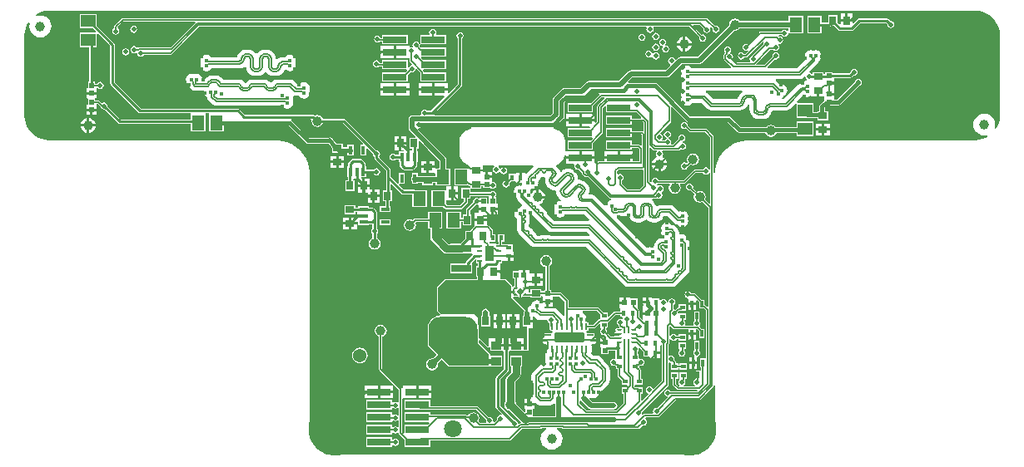
<source format=gtl>
G04*
G04 #@! TF.GenerationSoftware,Altium Limited,Altium Designer,21.2.2 (38)*
G04*
G04 Layer_Physical_Order=1*
G04 Layer_Color=255*
%FSLAX44Y44*%
%MOMM*%
G71*
G04*
G04 #@! TF.SameCoordinates,36405A5B-2418-4226-AFD0-962F11BE92B9*
G04*
G04*
G04 #@! TF.FilePolarity,Positive*
G04*
G01*
G75*
%ADD14R,0.6200X0.6200*%
%ADD15R,0.4500X0.5500*%
G04:AMPARAMS|DCode=16|XSize=0.2mm|YSize=0.7mm|CornerRadius=0.05mm|HoleSize=0mm|Usage=FLASHONLY|Rotation=180.000|XOffset=0mm|YOffset=0mm|HoleType=Round|Shape=RoundedRectangle|*
%AMROUNDEDRECTD16*
21,1,0.2000,0.6000,0,0,180.0*
21,1,0.1000,0.7000,0,0,180.0*
1,1,0.1000,-0.0500,0.3000*
1,1,0.1000,0.0500,0.3000*
1,1,0.1000,0.0500,-0.3000*
1,1,0.1000,-0.0500,-0.3000*
%
%ADD16ROUNDEDRECTD16*%
G04:AMPARAMS|DCode=17|XSize=0.2mm|YSize=0.5mm|CornerRadius=0.05mm|HoleSize=0mm|Usage=FLASHONLY|Rotation=270.000|XOffset=0mm|YOffset=0mm|HoleType=Round|Shape=RoundedRectangle|*
%AMROUNDEDRECTD17*
21,1,0.2000,0.4000,0,0,270.0*
21,1,0.1000,0.5000,0,0,270.0*
1,1,0.1000,-0.2000,-0.0500*
1,1,0.1000,-0.2000,0.0500*
1,1,0.1000,0.2000,0.0500*
1,1,0.1000,0.2000,-0.0500*
%
%ADD17ROUNDEDRECTD17*%
%ADD18R,0.1500X0.1500*%
%ADD19R,0.1500X0.1500*%
%ADD20P,0.6788X4X270.0*%
%ADD23R,0.9000X1.6000*%
%ADD24R,0.5000X0.2800*%
%ADD25R,0.5500X0.4500*%
%ADD26R,0.3000X0.7100*%
G04:AMPARAMS|DCode=27|XSize=0.25mm|YSize=0.6mm|CornerRadius=0.025mm|HoleSize=0mm|Usage=FLASHONLY|Rotation=0.000|XOffset=0mm|YOffset=0mm|HoleType=Round|Shape=RoundedRectangle|*
%AMROUNDEDRECTD27*
21,1,0.2500,0.5500,0,0,0.0*
21,1,0.2000,0.6000,0,0,0.0*
1,1,0.0500,0.1000,-0.2750*
1,1,0.0500,-0.1000,-0.2750*
1,1,0.0500,-0.1000,0.2750*
1,1,0.0500,0.1000,0.2750*
%
%ADD27ROUNDEDRECTD27*%
G04:AMPARAMS|DCode=28|XSize=0.25mm|YSize=0.6mm|CornerRadius=0.025mm|HoleSize=0mm|Usage=FLASHONLY|Rotation=270.000|XOffset=0mm|YOffset=0mm|HoleType=Round|Shape=RoundedRectangle|*
%AMROUNDEDRECTD28*
21,1,0.2500,0.5500,0,0,270.0*
21,1,0.2000,0.6000,0,0,270.0*
1,1,0.0500,-0.2750,-0.1000*
1,1,0.0500,-0.2750,0.1000*
1,1,0.0500,0.2750,0.1000*
1,1,0.0500,0.2750,-0.1000*
%
%ADD28ROUNDEDRECTD28*%
%ADD29R,2.0000X0.8000*%
%ADD30R,0.9000X0.7000*%
%ADD31R,0.5200X0.5200*%
%ADD32R,0.3200X0.3600*%
%ADD33R,1.3000X1.5000*%
%ADD34R,2.4000X0.7600*%
%ADD35R,0.7000X0.9000*%
%ADD36R,0.5200X0.5200*%
%ADD37R,1.5000X1.3000*%
%ADD38R,1.0000X0.9000*%
%ADD77C,0.1270*%
%ADD78C,0.1778*%
%ADD79R,0.4000X0.9000*%
%ADD80R,0.9000X0.4000*%
G04:AMPARAMS|DCode=81|XSize=1mm|YSize=3mm|CornerRadius=0.05mm|HoleSize=0mm|Usage=FLASHONLY|Rotation=270.000|XOffset=0mm|YOffset=0mm|HoleType=Round|Shape=RoundedRectangle|*
%AMROUNDEDRECTD81*
21,1,1.0000,2.9000,0,0,270.0*
21,1,0.9000,3.0000,0,0,270.0*
1,1,0.1000,-1.4500,-0.4500*
1,1,0.1000,-1.4500,0.4500*
1,1,0.1000,1.4500,0.4500*
1,1,0.1000,1.4500,-0.4500*
%
%ADD81ROUNDEDRECTD81*%
%ADD82C,1.0000*%
%ADD83C,0.5174*%
%ADD84C,0.3810*%
%ADD85C,0.2540*%
%ADD86C,0.2032*%
%ADD87C,0.7620*%
%ADD88C,0.5080*%
%ADD89O,2.5000X4.5000*%
%ADD90O,5.0000X2.5000*%
%ADD91O,4.5000X2.5000*%
%ADD92C,1.8000*%
%ADD93C,5.5000*%
%ADD94R,1.3680X1.3680*%
%ADD95C,1.3680*%
%ADD96C,2.7000*%
%ADD97O,1.1000X1.9000*%
%ADD98O,1.1000X2.4000*%
%ADD99C,0.5080*%
%ADD100C,0.3000*%
%ADD101C,0.4064*%
G36*
X471712Y66115D02*
X475106Y65669D01*
X478413Y64783D01*
X481575Y63472D01*
X484540Y61761D01*
X487256Y59677D01*
X489677Y57256D01*
X491761Y54540D01*
X493473Y51575D01*
X494783Y48413D01*
X495669Y45106D01*
X496115Y41712D01*
Y40000D01*
Y-40000D01*
Y-41712D01*
X495669Y-45106D01*
X494783Y-48413D01*
X493473Y-51575D01*
X491976Y-54168D01*
X491631Y-54311D01*
X490658Y-53340D01*
X490839Y-52904D01*
X491221Y-50000D01*
X490839Y-47096D01*
X489718Y-44390D01*
X487934Y-42066D01*
X485611Y-40282D01*
X482904Y-39161D01*
X480000Y-38779D01*
X477096Y-39161D01*
X474389Y-40282D01*
X472066Y-42066D01*
X470282Y-44390D01*
X469161Y-47096D01*
X468779Y-50000D01*
X469161Y-52904D01*
X470282Y-55610D01*
X472066Y-57934D01*
X474389Y-59718D01*
X477096Y-60839D01*
X480000Y-61221D01*
X482904Y-60839D01*
X483340Y-60658D01*
X484311Y-61631D01*
X484168Y-61976D01*
X481575Y-63472D01*
X478413Y-64783D01*
X475106Y-65669D01*
X471712Y-66115D01*
X470000Y-66115D01*
X240000D01*
X239937Y-66128D01*
X239873Y-66118D01*
X237911Y-66182D01*
X237723Y-66226D01*
X237531Y-66213D01*
X233640Y-66725D01*
X233398Y-66807D01*
X233142Y-66824D01*
X229352Y-67840D01*
X229122Y-67953D01*
X228870Y-68003D01*
X225245Y-69505D01*
X225032Y-69647D01*
X224789Y-69730D01*
X221391Y-71692D01*
X221198Y-71861D01*
X220968Y-71974D01*
X217855Y-74363D01*
X217686Y-74556D01*
X217473Y-74698D01*
X214698Y-77473D01*
X214556Y-77686D01*
X214363Y-77855D01*
X211974Y-80968D01*
X211861Y-81198D01*
X211692Y-81391D01*
X209730Y-84789D01*
X209647Y-85032D01*
X209505Y-85245D01*
X208003Y-88870D01*
X207953Y-89122D01*
X207840Y-89352D01*
X206824Y-93142D01*
X206807Y-93398D01*
X206725Y-93640D01*
X206213Y-97531D01*
X206225Y-97723D01*
X206182Y-97911D01*
X206138Y-99265D01*
X204867Y-99244D01*
Y-62307D01*
X204741Y-61669D01*
X204379Y-61128D01*
X198072Y-54821D01*
X197532Y-54460D01*
X196894Y-54333D01*
X181642D01*
X178559Y-51250D01*
X178609Y-51000D01*
X178334Y-49619D01*
X177552Y-48448D01*
X176381Y-47665D01*
X175000Y-47391D01*
X173618Y-47665D01*
X172447Y-48448D01*
X171665Y-49619D01*
X171390Y-51000D01*
X171665Y-52381D01*
X172447Y-53552D01*
X173618Y-54335D01*
X175000Y-54609D01*
X176381Y-54335D01*
X176709Y-54115D01*
X179773Y-57179D01*
X180314Y-57540D01*
X180952Y-57667D01*
X196203D01*
X201533Y-62997D01*
Y-95364D01*
X201445Y-95399D01*
X200263Y-95575D01*
X199639Y-94641D01*
X198468Y-93858D01*
X197087Y-93584D01*
X195706Y-93858D01*
X194535Y-94641D01*
X193944Y-95526D01*
X185963D01*
X185325Y-95653D01*
X184784Y-96014D01*
X174272Y-106527D01*
X148790D01*
X148764Y-106399D01*
X147982Y-105228D01*
X146811Y-104446D01*
X145430Y-104171D01*
X144049Y-104446D01*
X142878Y-105228D01*
X142095Y-106399D01*
X141821Y-107781D01*
X141885Y-108105D01*
X140715Y-108731D01*
X139419Y-107436D01*
Y-73646D01*
X140593Y-73161D01*
X143056Y-75624D01*
X143597Y-75985D01*
X144235Y-76112D01*
X147161D01*
X147546Y-77382D01*
X147448Y-77448D01*
X146665Y-78619D01*
X146391Y-80000D01*
X146665Y-81381D01*
X147003Y-81887D01*
X146632Y-83406D01*
X146617Y-83421D01*
X145976Y-83687D01*
X144400Y-84896D01*
X143192Y-86471D01*
X142432Y-88305D01*
X142340Y-89003D01*
X157216D01*
X157124Y-88305D01*
X156364Y-86471D01*
X155156Y-84896D01*
X153581Y-83687D01*
X153201Y-83530D01*
X152901Y-82031D01*
X153335Y-81381D01*
X153609Y-80000D01*
X153335Y-78619D01*
X152552Y-77448D01*
X152454Y-77382D01*
X152839Y-76112D01*
X169524D01*
X170162Y-75985D01*
X170703Y-75624D01*
X171243Y-75083D01*
X171619Y-75335D01*
X173000Y-75609D01*
X174381Y-75335D01*
X175552Y-74552D01*
X176335Y-73381D01*
X176609Y-72000D01*
X176335Y-70619D01*
X175552Y-69448D01*
X174381Y-68665D01*
X173727Y-68535D01*
Y-67240D01*
X173984Y-67189D01*
X175155Y-66407D01*
X175937Y-65236D01*
X176212Y-63855D01*
X175937Y-62474D01*
X175155Y-61302D01*
X173984Y-60520D01*
X172602Y-60245D01*
X171221Y-60520D01*
X170050Y-61302D01*
X169268Y-62474D01*
X168993Y-63855D01*
X169128Y-64535D01*
X163155Y-70508D01*
X161929D01*
X161464Y-69640D01*
X161363Y-69238D01*
X161609Y-68000D01*
X161334Y-66619D01*
X160552Y-65448D01*
X159381Y-64665D01*
X158724Y-64535D01*
Y-63240D01*
X159276Y-63130D01*
X160447Y-62348D01*
X161229Y-61177D01*
X161504Y-59795D01*
X161229Y-58414D01*
X160447Y-57243D01*
X159276Y-56461D01*
X157894Y-56186D01*
X156513Y-56461D01*
X155342Y-57243D01*
X154560Y-58414D01*
X154285Y-59795D01*
X154560Y-61177D01*
X155342Y-62348D01*
X156513Y-63130D01*
X157170Y-63261D01*
Y-64556D01*
X156618Y-64665D01*
X155448Y-65448D01*
X154856Y-66333D01*
X153008D01*
X152388Y-65063D01*
X152842Y-64384D01*
X153117Y-63003D01*
X152842Y-61622D01*
X152059Y-60451D01*
X150889Y-59668D01*
X150552Y-59602D01*
X150134Y-58224D01*
X161179Y-47179D01*
X161540Y-46638D01*
X161667Y-46000D01*
Y-32652D01*
X162937Y-32126D01*
X177487Y-46676D01*
X178448Y-47318D01*
X179581Y-47543D01*
X218735D01*
X228549Y-57357D01*
X229510Y-57999D01*
X230643Y-58224D01*
X257337D01*
X257426Y-58671D01*
X258752Y-60655D01*
X260737Y-61981D01*
X263078Y-62447D01*
X265419Y-61981D01*
X267404Y-60655D01*
X268730Y-58671D01*
X268819Y-58224D01*
X289500D01*
Y-62000D01*
X306500D01*
Y-47000D01*
X289500D01*
Y-52300D01*
X267602D01*
X267404Y-52004D01*
X265419Y-50678D01*
X263078Y-50212D01*
X260737Y-50678D01*
X258752Y-52004D01*
X258554Y-52300D01*
X231870D01*
X222057Y-42487D01*
X221096Y-41845D01*
X219962Y-41619D01*
X180808D01*
X147649Y-8461D01*
X146688Y-7818D01*
X145555Y-7593D01*
X118307D01*
X117781Y-6323D01*
X122495Y-1609D01*
X124080D01*
X124482Y-1689D01*
X157518D01*
X158900Y-1415D01*
X160071Y-632D01*
X172521Y11819D01*
X189926D01*
X191308Y12093D01*
X192478Y12876D01*
X225653Y46051D01*
X226498Y45883D01*
X228839Y46348D01*
X230824Y47674D01*
X231303Y48391D01*
X281000D01*
Y45671D01*
X279730Y45286D01*
X279552Y45552D01*
X278381Y46335D01*
X277000Y46609D01*
X275619Y46335D01*
X274448Y45552D01*
X273856Y44667D01*
X252000D01*
X251362Y44540D01*
X250821Y44179D01*
X239044Y32402D01*
X238000Y32609D01*
X236619Y32335D01*
X235448Y31552D01*
X234665Y30381D01*
X234391Y29000D01*
X234665Y27619D01*
X235448Y26448D01*
X236619Y25665D01*
X238000Y25391D01*
X239381Y25665D01*
X239775Y25928D01*
X240584Y24942D01*
X237335Y21692D01*
X236079Y21763D01*
X235552Y22552D01*
X234381Y23335D01*
X233000Y23609D01*
X231619Y23335D01*
X230448Y22552D01*
X229665Y21381D01*
X229391Y20000D01*
X229665Y18619D01*
X230448Y17448D01*
X231619Y16665D01*
X233000Y16391D01*
X234381Y16665D01*
X235552Y17448D01*
X236144Y18333D01*
X238000D01*
X238638Y18460D01*
X239179Y18821D01*
X254942Y34584D01*
X255928Y33775D01*
X255665Y33381D01*
X255391Y32000D01*
X255432Y31790D01*
X244550Y20908D01*
X244251Y20460D01*
X243619Y20335D01*
X242448Y19552D01*
X241665Y18381D01*
X241391Y17000D01*
X241665Y15619D01*
X242121Y14937D01*
X241504Y13667D01*
X228690D01*
X224402Y17956D01*
X224609Y19000D01*
X224335Y20381D01*
X223552Y21552D01*
X222381Y22335D01*
X222220Y22367D01*
X222010Y22706D01*
X221757Y23754D01*
X222335Y24619D01*
X222609Y26000D01*
X222335Y27381D01*
X221552Y28552D01*
X220381Y29335D01*
X219000Y29609D01*
X217619Y29335D01*
X216448Y28552D01*
X215665Y27381D01*
X215391Y26000D01*
X215665Y24619D01*
X216448Y23448D01*
X216005Y22266D01*
X215646Y21908D01*
X215285Y21367D01*
X215158Y20729D01*
Y17175D01*
X215285Y16537D01*
X215646Y15996D01*
X222697Y8945D01*
X222171Y7675D01*
X182926D01*
X182212Y8744D01*
X180280Y10035D01*
X178000Y10488D01*
X175721Y10035D01*
X173788Y8744D01*
X172497Y6811D01*
X172044Y4532D01*
X172497Y2253D01*
X172666Y2000D01*
X172497Y1747D01*
X172044Y-532D01*
X172497Y-2811D01*
X173464Y-4258D01*
X172842Y-5189D01*
X172388Y-7468D01*
X172842Y-9747D01*
X173011Y-10000D01*
X172842Y-10253D01*
X172388Y-12532D01*
X172842Y-14812D01*
X173511Y-15813D01*
X172497Y-17332D01*
X172044Y-19611D01*
X172497Y-21890D01*
X172666Y-22143D01*
X172497Y-22396D01*
X172044Y-24675D01*
X172497Y-26955D01*
X173788Y-28887D01*
X175721Y-30178D01*
X178000Y-30631D01*
X180280Y-30178D01*
X182212Y-28887D01*
X182540Y-28395D01*
X182880Y-28328D01*
X183642Y-27818D01*
X192176D01*
X198562Y-34205D01*
X198562Y-34205D01*
X200033Y-35187D01*
X201767Y-35532D01*
X201767Y-35532D01*
X230791D01*
X230832Y-35524D01*
X233340Y-35194D01*
X235716Y-34209D01*
X237756Y-32644D01*
X239321Y-30604D01*
X239962Y-29058D01*
X241232Y-29311D01*
Y-34315D01*
X241240Y-34356D01*
X241570Y-36864D01*
X242554Y-39240D01*
X244120Y-41280D01*
X246160Y-42846D01*
X248536Y-43830D01*
X251044Y-44160D01*
X251085Y-44168D01*
X254667D01*
X254708Y-44160D01*
X257216Y-43830D01*
X259592Y-42846D01*
X261632Y-41280D01*
X263197Y-39240D01*
X264182Y-36864D01*
X264357Y-35532D01*
X279000D01*
X280734Y-35187D01*
X282205Y-34205D01*
X288230Y-28179D01*
X289500Y-28705D01*
Y-43000D01*
X300309D01*
X300595Y-43057D01*
X310500D01*
Y-45500D01*
X321500D01*
Y-36500D01*
X317869D01*
Y-33012D01*
X320224Y-30657D01*
X321305D01*
X321591Y-30600D01*
X325600D01*
Y-30309D01*
X331652D01*
X332786Y-30084D01*
X333747Y-29442D01*
X352723Y-10466D01*
X353381Y-10335D01*
X354552Y-9552D01*
X355335Y-8381D01*
X355609Y-7000D01*
X355335Y-5619D01*
X354552Y-4448D01*
X353381Y-3665D01*
X352000Y-3391D01*
X350619Y-3665D01*
X349448Y-4448D01*
X348665Y-5619D01*
X348535Y-6277D01*
X330426Y-24386D01*
X328308D01*
X327140Y-24140D01*
Y-20270D01*
X322000D01*
Y-17730D01*
X327140D01*
Y-13860D01*
X327140D01*
Y-13140D01*
X327140D01*
Y-9270D01*
X322000D01*
Y-6730D01*
X327140D01*
Y-2860D01*
X328184Y-2314D01*
X343313D01*
X344198Y-2138D01*
X344949Y-1637D01*
X346661Y76D01*
X347515Y-94D01*
X348896Y180D01*
X350067Y963D01*
X350850Y2134D01*
X351124Y3515D01*
X350850Y4896D01*
X350067Y6067D01*
X348896Y6850D01*
X347515Y7124D01*
X346134Y6850D01*
X344963Y6067D01*
X344180Y4896D01*
X343993Y3953D01*
X342354Y2315D01*
X325600D01*
Y3600D01*
X318400D01*
Y1814D01*
X316500D01*
Y3500D01*
X305500D01*
Y2330D01*
X305310Y2174D01*
X304230Y1768D01*
X303381Y2335D01*
X302680Y2474D01*
X302262Y3852D01*
X310491Y12081D01*
X311473Y13552D01*
X311770Y15042D01*
X312887Y15788D01*
X314178Y17721D01*
X314632Y20000D01*
X314178Y22280D01*
X312887Y24212D01*
X310954Y25503D01*
X308675Y25956D01*
X306396Y25503D01*
X306143Y25334D01*
X305891Y25503D01*
X303611Y25956D01*
X301332Y25503D01*
X299399Y24212D01*
X298108Y22280D01*
X297655Y20000D01*
X298108Y17721D01*
X298897Y16539D01*
X290033Y7675D01*
X259829D01*
X259303Y8945D01*
X266956Y16598D01*
X268000Y16391D01*
X269381Y16665D01*
X270552Y17448D01*
X271335Y18619D01*
X271609Y20000D01*
X271335Y21381D01*
X270552Y22552D01*
X269381Y23335D01*
X268000Y23609D01*
X266619Y23335D01*
X265448Y22552D01*
X264665Y21381D01*
X264391Y20000D01*
X264598Y18956D01*
X256310Y10667D01*
X248725D01*
X248199Y11937D01*
X262420Y26158D01*
X265882D01*
X266619Y25665D01*
X268000Y25391D01*
X269381Y25665D01*
X270552Y26448D01*
X271335Y27619D01*
X271609Y29000D01*
X271335Y30381D01*
X270682Y31358D01*
X270975Y32095D01*
X271312Y32528D01*
X272000Y32391D01*
X273381Y32665D01*
X274552Y33448D01*
X275335Y34619D01*
X275609Y36000D01*
X275335Y37381D01*
X274552Y38552D01*
X273381Y39335D01*
X272000Y39609D01*
X271308Y39472D01*
X270654Y40097D01*
X271176Y41333D01*
X273856D01*
X274448Y40448D01*
X275619Y39665D01*
X277000Y39391D01*
X278381Y39665D01*
X279552Y40448D01*
X280335Y41619D01*
X280498Y42438D01*
X280801Y43080D01*
X281805Y43500D01*
X296000D01*
Y60500D01*
X281000D01*
Y55609D01*
X231303D01*
X230824Y56326D01*
X228839Y57652D01*
X226498Y58117D01*
X224157Y57652D01*
X222173Y56326D01*
X220846Y54341D01*
X220381Y52000D01*
X220549Y51155D01*
X188431Y19037D01*
X171026D01*
X169645Y18763D01*
X168474Y17980D01*
X166517Y16023D01*
X166168Y16128D01*
X165232Y16534D01*
X164552Y17552D01*
X163381Y18335D01*
X162000Y18609D01*
X160619Y18335D01*
X159448Y17552D01*
X158665Y16381D01*
X158391Y15000D01*
X158665Y13619D01*
X159448Y12448D01*
X160466Y11768D01*
X160872Y10832D01*
X160977Y10483D01*
X156023Y5529D01*
X124804D01*
X124402Y5609D01*
X124402Y5609D01*
X121000D01*
X119619Y5335D01*
X118448Y4552D01*
X108505Y-5391D01*
X78000D01*
X76619Y-5665D01*
X75448Y-6448D01*
X69505Y-12391D01*
X53000D01*
X51619Y-12665D01*
X50448Y-13448D01*
X42003Y-21893D01*
X41220Y-23064D01*
X40946Y-24445D01*
Y-37950D01*
X38425Y-40471D01*
X-79308D01*
X-79834Y-39201D01*
X-51613Y-10980D01*
X-51112Y-10229D01*
X-50936Y-9343D01*
Y37831D01*
X-50573Y38073D01*
X-49790Y39244D01*
X-49516Y40625D01*
X-49790Y42006D01*
X-50573Y43177D01*
X-51744Y43960D01*
X-53125Y44234D01*
X-54506Y43960D01*
X-55677Y43177D01*
X-56460Y42006D01*
X-56734Y40625D01*
X-56460Y39244D01*
X-55677Y38073D01*
X-55564Y37998D01*
Y-8385D01*
X-64607Y-17427D01*
X-65780Y-16941D01*
Y-15542D01*
X-79050D01*
Y-20612D01*
X-69451D01*
X-68965Y-21785D01*
X-82865Y-35686D01*
X-86289D01*
X-86448Y-35448D01*
X-87619Y-34665D01*
X-89000Y-34391D01*
X-90381Y-34665D01*
X-91552Y-35448D01*
X-92334Y-36619D01*
X-92609Y-38000D01*
X-92395Y-39076D01*
X-92945Y-40008D01*
X-93241Y-40311D01*
X-101920D01*
X-103301Y-40585D01*
X-104472Y-41368D01*
X-104552Y-41448D01*
X-105335Y-42619D01*
X-105609Y-44000D01*
Y-53742D01*
X-105335Y-55123D01*
X-104552Y-56294D01*
X-98520Y-62326D01*
X-99006Y-63499D01*
X-104249D01*
Y-74499D01*
X-101563D01*
Y-75959D01*
X-104479D01*
Y-82999D01*
X-107019D01*
Y-75959D01*
X-107709D01*
Y-70269D01*
X-112479D01*
Y-76039D01*
X-110289D01*
Y-77499D01*
X-115249D01*
Y-80685D01*
X-118290D01*
X-118448Y-80448D01*
X-119619Y-79665D01*
X-121000Y-79391D01*
X-122381Y-79665D01*
X-123552Y-80448D01*
X-124335Y-81619D01*
X-124609Y-83000D01*
X-124335Y-84381D01*
X-123552Y-85552D01*
X-122381Y-86335D01*
X-121000Y-86609D01*
X-119619Y-86335D01*
X-118448Y-85552D01*
X-118288Y-85314D01*
X-115249D01*
Y-88499D01*
X-114563D01*
Y-91250D01*
X-114387Y-92136D01*
X-113885Y-92887D01*
X-111136Y-95637D01*
X-110385Y-96138D01*
X-109499Y-96314D01*
X-102000D01*
X-101114Y-96138D01*
X-100363Y-95637D01*
X-97612Y-92885D01*
X-97111Y-92135D01*
X-96934Y-91249D01*
Y-88499D01*
X-96249D01*
Y-77499D01*
X-96934D01*
Y-74499D01*
X-95249D01*
Y-67257D01*
X-94075Y-66771D01*
X-86086Y-74760D01*
X-85440Y-75726D01*
X-74109Y-87057D01*
Y-93602D01*
X-75007Y-94500D01*
X-78000Y-94500D01*
X-78168Y-94269D01*
X-84479D01*
Y-99039D01*
X-79270D01*
X-78709Y-99039D01*
X-78000Y-100016D01*
Y-102430D01*
X-84789D01*
X-85137Y-102499D01*
X-86360D01*
X-86709Y-102430D01*
X-96249D01*
Y-99499D01*
X-102249D01*
Y-103117D01*
X-102583Y-103618D01*
X-102858Y-104999D01*
Y-105499D01*
X-102583Y-106880D01*
X-102249Y-107381D01*
Y-110499D01*
X-96249D01*
Y-109649D01*
X-91249D01*
Y-111499D01*
X-80249D01*
Y-109649D01*
X-78000D01*
Y-111500D01*
X-63000D01*
Y-94500D01*
X-66891D01*
Y-85562D01*
X-67165Y-84181D01*
X-67948Y-83010D01*
X-79691Y-71267D01*
X-80336Y-70301D01*
X-95915Y-54722D01*
X-95289Y-53552D01*
X-95000Y-53609D01*
X-93619Y-53335D01*
X-93061Y-52962D01*
X-42078D01*
X-41953Y-54232D01*
X-43675Y-54574D01*
X-44028Y-54721D01*
X-44404Y-54795D01*
X-46223Y-55549D01*
X-46542Y-55762D01*
X-46895Y-55908D01*
X-48533Y-57003D01*
X-48803Y-57273D01*
X-49121Y-57486D01*
X-50514Y-58879D01*
X-50727Y-59197D01*
X-50998Y-59467D01*
X-52092Y-61105D01*
X-52238Y-61459D01*
X-52451Y-61777D01*
X-53205Y-63597D01*
X-53279Y-63972D01*
X-53426Y-64325D01*
X-53810Y-66257D01*
Y-66640D01*
X-53885Y-67015D01*
Y-78985D01*
X-53810Y-79360D01*
Y-79743D01*
X-53426Y-81675D01*
X-53279Y-82028D01*
X-53205Y-82403D01*
X-52451Y-84223D01*
X-52238Y-84542D01*
X-52092Y-84895D01*
X-50998Y-86533D01*
X-50727Y-86803D01*
X-50514Y-87121D01*
X-49121Y-88514D01*
X-48803Y-88727D01*
X-48533Y-88997D01*
X-46895Y-90092D01*
X-46542Y-90238D01*
X-46223Y-90451D01*
X-44404Y-91205D01*
X-44040Y-91277D01*
Y-94500D01*
X-59000D01*
Y-111500D01*
X-45817D01*
X-45422Y-111764D01*
X-44635Y-111920D01*
X-44635Y-111920D01*
X-44486D01*
X-43953Y-112453D01*
X-43287Y-112899D01*
X-42500Y-113055D01*
X-42500Y-114500D01*
X-43770Y-114500D01*
X-51500D01*
Y-125500D01*
X-49056D01*
Y-128149D01*
X-52852Y-131945D01*
X-66149D01*
X-67500Y-130593D01*
Y-128119D01*
X-67040Y-127040D01*
X-66230Y-127040D01*
X-62270D01*
Y-120000D01*
Y-112960D01*
X-67040D01*
Y-115421D01*
X-67500Y-116500D01*
X-68310Y-116500D01*
X-82500D01*
Y-133500D01*
X-70407D01*
X-68453Y-135454D01*
X-67787Y-135899D01*
X-67000Y-136055D01*
X-52000D01*
X-52000Y-136055D01*
X-51213Y-135899D01*
X-50547Y-135454D01*
X-45547Y-130454D01*
X-45546Y-130453D01*
X-45101Y-129787D01*
X-44945Y-129000D01*
X-44945Y-129000D01*
Y-125500D01*
X-42500D01*
Y-123055D01*
X-24190D01*
X-24026Y-123307D01*
X-23600Y-124400D01*
X-23600D01*
Y-129698D01*
X-23860Y-130860D01*
X-25400D01*
Y-124400D01*
X-32600D01*
Y-124603D01*
X-32603Y-124606D01*
X-33870Y-125165D01*
X-34619Y-124665D01*
X-36000Y-124390D01*
X-37381Y-124665D01*
X-38552Y-125448D01*
X-39334Y-126618D01*
X-39609Y-128000D01*
X-39493Y-128586D01*
X-46453Y-135547D01*
X-46899Y-136213D01*
X-47056Y-137000D01*
X-47056Y-137000D01*
Y-141500D01*
X-50500D01*
Y-144944D01*
X-52000D01*
Y-138500D01*
X-67000D01*
Y-155500D01*
X-52000D01*
Y-149056D01*
X-50500D01*
Y-152500D01*
X-41500D01*
Y-141500D01*
X-42944D01*
Y-137851D01*
X-36586Y-131493D01*
X-36000Y-131609D01*
X-35410Y-131492D01*
X-34140Y-132426D01*
Y-134730D01*
X-29000D01*
Y-137270D01*
X-34140D01*
Y-139960D01*
X-38040D01*
Y-145730D01*
X-32000D01*
X-25960D01*
Y-142070D01*
X-25140Y-141140D01*
X-21270D01*
Y-136000D01*
X-20000D01*
Y-134730D01*
X-14860D01*
Y-130860D01*
X-16400D01*
Y-124400D01*
X-16603D01*
X-16606Y-124397D01*
X-17166Y-123130D01*
X-16665Y-122381D01*
X-16391Y-121000D01*
X-16665Y-119619D01*
X-17448Y-118448D01*
X-18619Y-117665D01*
X-20000Y-117391D01*
X-21381Y-117665D01*
X-22552Y-118448D01*
X-22884Y-118945D01*
X-42500D01*
Y-116770D01*
X-42500Y-115500D01*
X-41230Y-115500D01*
X-31500D01*
Y-113055D01*
X-29600D01*
Y-114600D01*
X-22481D01*
X-21381Y-115335D01*
X-20000Y-115609D01*
X-18619Y-115335D01*
X-17448Y-114552D01*
X-16665Y-113381D01*
X-16391Y-112000D01*
X-16665Y-110619D01*
X-17448Y-109448D01*
X-18619Y-108665D01*
X-19717Y-108447D01*
X-20019Y-108366D01*
X-20860Y-107267D01*
Y-104270D01*
X-26000D01*
Y-103000D01*
X-27270D01*
Y-97860D01*
X-29960D01*
Y-91885D01*
X-18670D01*
X-18284Y-93155D01*
X-18723Y-93448D01*
X-19505Y-94619D01*
X-19780Y-96000D01*
X-19505Y-97381D01*
X-18723Y-98552D01*
X-17552Y-99335D01*
X-16171Y-99609D01*
X-14790Y-99335D01*
X-13619Y-98552D01*
X-13601Y-98525D01*
X-13159Y-98475D01*
X-12156Y-98649D01*
X-11552Y-99552D01*
X-10381Y-100334D01*
X-9000Y-100609D01*
X-7619Y-100334D01*
X-6448Y-99552D01*
X-5665Y-98381D01*
X-5391Y-97000D01*
X-5665Y-95619D01*
X-6448Y-94448D01*
X-7619Y-93665D01*
X-9000Y-93391D01*
X-10381Y-93665D01*
X-11552Y-94448D01*
X-11570Y-94474D01*
X-12012Y-94525D01*
X-13015Y-94351D01*
X-13619Y-93448D01*
X-14057Y-93155D01*
X-13672Y-91885D01*
X21356D01*
X21842Y-93058D01*
X14560Y-100340D01*
X13290Y-99814D01*
Y-98710D01*
X9770D01*
Y-104000D01*
X7230D01*
Y-98710D01*
X3710D01*
Y-99502D01*
X2750Y-100250D01*
X2440Y-100250D01*
X-3750D01*
Y-105892D01*
X-5080Y-107222D01*
X-5137Y-107184D01*
X-6518Y-106909D01*
X-7900Y-107184D01*
X-9071Y-107966D01*
X-9853Y-109137D01*
X-10128Y-110518D01*
X-9853Y-111900D01*
X-9071Y-113070D01*
X-7900Y-113853D01*
X-6518Y-114128D01*
X-5137Y-113853D01*
X-3966Y-113070D01*
X-3184Y-111900D01*
X-2909Y-110518D01*
X-3034Y-109891D01*
X-892Y-107750D01*
X2440D01*
X2750Y-107750D01*
X3710Y-108498D01*
Y-109290D01*
X9474D01*
X9512Y-109336D01*
X9880Y-111186D01*
X9161Y-112123D01*
X8902Y-112287D01*
X7468Y-112001D01*
X5189Y-112455D01*
X3256Y-113746D01*
X1965Y-115678D01*
X1512Y-117958D01*
X1965Y-120237D01*
X3256Y-122170D01*
X4325Y-122884D01*
Y-123857D01*
X4670Y-125591D01*
X5652Y-127062D01*
X10061Y-131470D01*
X9699Y-132905D01*
X8121Y-133959D01*
X7304Y-135182D01*
X5720Y-135497D01*
X3788Y-136788D01*
X2497Y-138720D01*
X2043Y-141000D01*
X2497Y-143279D01*
X3788Y-145212D01*
X5007Y-146026D01*
Y-157306D01*
X5352Y-159040D01*
X6334Y-160511D01*
X19314Y-173491D01*
X19314Y-173491D01*
X20785Y-174473D01*
X22519Y-174818D01*
X75409D01*
X114588Y-213997D01*
X116059Y-214980D01*
X117793Y-215325D01*
X117793Y-215325D01*
X162961D01*
X164695Y-214980D01*
X166166Y-213997D01*
X179205Y-200958D01*
X179205Y-200958D01*
X180187Y-199488D01*
X180532Y-197754D01*
Y-171037D01*
X180187Y-169302D01*
X179205Y-167832D01*
X178029Y-166657D01*
X177730Y-165153D01*
X176439Y-163220D01*
X174506Y-161929D01*
X172227Y-161476D01*
X171088Y-161702D01*
X169818Y-160660D01*
Y-159758D01*
X169473Y-158024D01*
X168491Y-156553D01*
X168491Y-156553D01*
X165590Y-153652D01*
X164119Y-152670D01*
X162433Y-152335D01*
X161713Y-151256D01*
X159781Y-149965D01*
X157501Y-149511D01*
X155222Y-149965D01*
X153289Y-151256D01*
X151998Y-153188D01*
X151545Y-155468D01*
X151998Y-157747D01*
X152167Y-158000D01*
X151998Y-158252D01*
X151545Y-160532D01*
X151998Y-162811D01*
X152846Y-164081D01*
X151788Y-164788D01*
X151068Y-165867D01*
X149382Y-166202D01*
X147912Y-167184D01*
X145828Y-169267D01*
X144846Y-170738D01*
X144501Y-172472D01*
Y-172770D01*
X143519Y-173576D01*
X143196Y-173512D01*
X140917Y-173965D01*
X138984Y-175256D01*
X138867Y-175432D01*
X137233Y-175591D01*
X107375Y-145733D01*
X107793Y-144355D01*
X108253Y-144264D01*
X109724Y-143281D01*
X109777Y-143228D01*
X113219Y-143228D01*
X113432Y-143185D01*
X115421Y-142923D01*
X117389Y-142108D01*
X117507Y-142091D01*
X118747Y-142696D01*
X118821Y-143259D01*
X119671Y-145311D01*
X121023Y-147072D01*
X122784Y-148424D01*
X124835Y-149274D01*
X126824Y-149535D01*
X127037Y-149578D01*
X129475D01*
X129688Y-149535D01*
X131677Y-149274D01*
X133728Y-148424D01*
X135490Y-147072D01*
X135749Y-146734D01*
X137019D01*
X137278Y-147072D01*
X139040Y-148424D01*
X141091Y-149274D01*
X143080Y-149535D01*
X143293Y-149578D01*
X145731D01*
X145944Y-149535D01*
X147933Y-149274D01*
X149984Y-148424D01*
X151746Y-147072D01*
X153097Y-145311D01*
X153947Y-143259D01*
X153951Y-143228D01*
X157818Y-143228D01*
X164938Y-150348D01*
X164938Y-150348D01*
X166409Y-151330D01*
X168064Y-151659D01*
X168788Y-152744D01*
X170721Y-154035D01*
X173000Y-154488D01*
X175280Y-154035D01*
X177212Y-152744D01*
X178503Y-150811D01*
X178957Y-148532D01*
X178503Y-146252D01*
X178334Y-146000D01*
X178503Y-145747D01*
X178957Y-143468D01*
X178503Y-141188D01*
X177212Y-139256D01*
X175280Y-137965D01*
X173000Y-137512D01*
X170721Y-137965D01*
X169454Y-138812D01*
X163847Y-133205D01*
X162377Y-132222D01*
X160643Y-131877D01*
X151421Y-131877D01*
X151208Y-131920D01*
X149219Y-132182D01*
X147251Y-132997D01*
X147133Y-133014D01*
X145893Y-132409D01*
X145819Y-131846D01*
X144969Y-129795D01*
X143617Y-128033D01*
X142189Y-126937D01*
X142604Y-125667D01*
X146495D01*
X147133Y-125540D01*
X147529Y-125275D01*
X147619Y-125334D01*
X149000Y-125609D01*
X150381Y-125334D01*
X151552Y-124552D01*
X152334Y-123381D01*
X152609Y-122000D01*
X152334Y-120618D01*
X151773Y-119778D01*
X151800Y-118920D01*
X152098Y-118285D01*
X152985Y-117693D01*
X153767Y-116522D01*
X154042Y-115140D01*
X153767Y-113759D01*
X152985Y-112588D01*
X151814Y-111806D01*
X150433Y-111531D01*
X149052Y-111806D01*
X148734Y-112018D01*
X147314Y-111463D01*
X147179Y-110971D01*
X147275Y-110805D01*
X147982Y-110333D01*
X148297Y-109861D01*
X159871D01*
X160550Y-111131D01*
X159825Y-112216D01*
X159360Y-114557D01*
X159825Y-116898D01*
X161152Y-118882D01*
X163136Y-120209D01*
X165477Y-120674D01*
X167819Y-120209D01*
X169803Y-118882D01*
X171129Y-116898D01*
X171595Y-114557D01*
X171129Y-112216D01*
X170405Y-111131D01*
X171084Y-109861D01*
X174962D01*
X175600Y-109734D01*
X176141Y-109373D01*
X186653Y-98860D01*
X193944D01*
X194535Y-99745D01*
X195706Y-100528D01*
X197087Y-100802D01*
X198468Y-100528D01*
X199639Y-99745D01*
X200263Y-98811D01*
X201445Y-98987D01*
X201533Y-99023D01*
Y-130324D01*
X200360Y-130810D01*
X195969Y-126419D01*
X196351Y-125848D01*
X196817Y-123507D01*
X196351Y-121166D01*
X195025Y-119181D01*
X193040Y-117855D01*
X190699Y-117389D01*
X188358Y-117855D01*
X187787Y-118237D01*
X183870Y-114320D01*
X184077Y-113276D01*
X183803Y-111894D01*
X183020Y-110723D01*
X181849Y-109941D01*
X180468Y-109666D01*
X179087Y-109941D01*
X177916Y-110723D01*
X177134Y-111894D01*
X176859Y-113276D01*
X177134Y-114657D01*
X177916Y-115828D01*
X179087Y-116610D01*
X180468Y-116885D01*
X181512Y-116677D01*
X185429Y-120594D01*
X185047Y-121166D01*
X184582Y-123507D01*
X185047Y-125848D01*
X186374Y-127832D01*
X188358Y-129159D01*
X190699Y-129624D01*
X193040Y-129159D01*
X193612Y-128777D01*
X199263Y-134428D01*
Y-235147D01*
X198090Y-235633D01*
X196781Y-234323D01*
X196240Y-233962D01*
X195602Y-233835D01*
X195500D01*
Y-228350D01*
X192544D01*
X186461Y-222266D01*
X185920Y-221905D01*
X185282Y-221778D01*
X182135D01*
X182134Y-221774D01*
X181352Y-220603D01*
X180181Y-219821D01*
X178799Y-219546D01*
X177418Y-219821D01*
X176247Y-220603D01*
X175465Y-221774D01*
X175190Y-223155D01*
X175465Y-224536D01*
X176247Y-225707D01*
X177418Y-226490D01*
X177792Y-226564D01*
X178801Y-226777D01*
X178960Y-227993D01*
Y-231630D01*
X183000D01*
Y-232900D01*
D01*
Y-231630D01*
X187040D01*
Y-229220D01*
X188213Y-228734D01*
X190500Y-231021D01*
Y-237450D01*
X195193D01*
X196993Y-239251D01*
Y-287284D01*
X196500Y-288350D01*
X191500D01*
Y-297450D01*
X192333D01*
Y-299625D01*
X191500Y-300550D01*
X191063Y-300550D01*
X186500D01*
Y-309214D01*
X186177Y-309278D01*
X185006Y-310060D01*
X184223Y-311231D01*
X183949Y-312612D01*
X184223Y-313994D01*
X185006Y-315165D01*
X185638Y-315587D01*
X185253Y-316857D01*
X174834D01*
X174449Y-315587D01*
X175168Y-315107D01*
X175950Y-313936D01*
X176225Y-312554D01*
X175950Y-311173D01*
X175574Y-310609D01*
X175667Y-310139D01*
Y-308750D01*
X177750D01*
Y-302250D01*
X170250D01*
Y-308750D01*
X170250Y-308750D01*
X170250D01*
X170078Y-309993D01*
X170064Y-310002D01*
X169281Y-311173D01*
X169007Y-312554D01*
X169281Y-313936D01*
X170064Y-315107D01*
X169758Y-316430D01*
X169185Y-316519D01*
X166667Y-314001D01*
Y-308750D01*
X168750D01*
Y-302250D01*
X161250D01*
Y-308750D01*
X163333D01*
Y-314691D01*
X163460Y-315329D01*
X163821Y-315870D01*
X167654Y-319703D01*
X168195Y-320064D01*
X168833Y-320191D01*
X188109D01*
X188692Y-321461D01*
X188225Y-322055D01*
X161693D01*
X161658Y-321879D01*
X160875Y-320708D01*
X159705Y-319926D01*
X158323Y-319651D01*
X156942Y-319926D01*
X155771Y-320708D01*
X154989Y-321879D01*
X154714Y-323260D01*
X154989Y-324642D01*
X155771Y-325813D01*
X156942Y-326595D01*
X157931Y-326792D01*
X158412Y-327870D01*
X158431Y-328088D01*
X147721Y-338798D01*
X146677Y-338590D01*
X145295Y-338865D01*
X144125Y-339648D01*
X143342Y-340818D01*
X143067Y-342200D01*
X143314Y-343438D01*
X143212Y-343839D01*
X142748Y-344708D01*
X134214D01*
X133576Y-344835D01*
X133036Y-345196D01*
X132866Y-345366D01*
X131695Y-344740D01*
X131845Y-343988D01*
X131637Y-342944D01*
X158237Y-316345D01*
X158598Y-315804D01*
X158725Y-315166D01*
Y-292676D01*
X159593Y-292212D01*
X159995Y-292110D01*
X160630Y-292237D01*
X161245Y-293243D01*
X161250Y-293556D01*
Y-299750D01*
X168750D01*
Y-298167D01*
X170250D01*
Y-299750D01*
X177750D01*
Y-293250D01*
X170250D01*
Y-294833D01*
X168750D01*
Y-293250D01*
X166667D01*
Y-292514D01*
X166540Y-291877D01*
X166179Y-291336D01*
X164634Y-289792D01*
X164842Y-288747D01*
X164568Y-287366D01*
X163785Y-286195D01*
X162614Y-285413D01*
X161233Y-285138D01*
X159995Y-285384D01*
X159593Y-285283D01*
X158725Y-284819D01*
Y-274018D01*
X159230Y-273512D01*
X159591Y-272972D01*
X159718Y-272334D01*
Y-268811D01*
X160988Y-268588D01*
X161602Y-269508D01*
X162773Y-270290D01*
X164155Y-270565D01*
X165536Y-270290D01*
X166707Y-269508D01*
X167489Y-268337D01*
X167523Y-268167D01*
X169250D01*
Y-269750D01*
X176750D01*
Y-263250D01*
X169250D01*
Y-264833D01*
X166994D01*
X166707Y-264403D01*
X165536Y-263621D01*
X164155Y-263346D01*
X162773Y-263621D01*
X161602Y-264403D01*
X160988Y-265323D01*
X159718Y-265100D01*
Y-255890D01*
X160734Y-254875D01*
X163825Y-257966D01*
X164366Y-258328D01*
X165004Y-258454D01*
X178960D01*
Y-261630D01*
X183000D01*
X187040D01*
Y-258607D01*
X188310Y-258517D01*
X190500Y-260707D01*
Y-267450D01*
X195500D01*
Y-258350D01*
X192857D01*
X190763Y-256256D01*
X190110Y-255165D01*
X190893Y-253994D01*
X191167Y-252612D01*
X190893Y-251231D01*
X190645Y-250860D01*
X190500Y-249650D01*
X190500Y-249650D01*
Y-240550D01*
X185500D01*
Y-249650D01*
X185500Y-249650D01*
X185500D01*
X185181Y-249914D01*
X185006Y-250060D01*
X184692Y-250530D01*
X184223Y-251231D01*
X183949Y-252612D01*
X184195Y-253850D01*
X184093Y-254252D01*
X183629Y-255120D01*
X176487D01*
X176023Y-254252D01*
X175921Y-253850D01*
X176167Y-252612D01*
X175893Y-251231D01*
X175110Y-250060D01*
X175050Y-250020D01*
X175435Y-248750D01*
X176750D01*
Y-242250D01*
X169820D01*
X169092Y-242060D01*
X168465Y-241305D01*
X168382Y-240884D01*
X169516Y-239750D01*
X176750D01*
Y-233250D01*
X169250D01*
Y-236114D01*
X169127D01*
X168489Y-236241D01*
X167948Y-236602D01*
X166024Y-238527D01*
X164980Y-238319D01*
X164052Y-237558D01*
Y-233915D01*
X164937Y-233323D01*
X165720Y-232152D01*
X165995Y-230771D01*
X165720Y-229390D01*
X164937Y-228219D01*
X163766Y-227437D01*
X162385Y-227162D01*
X161004Y-227437D01*
X159833Y-228219D01*
X159051Y-229390D01*
X158776Y-230771D01*
X157572Y-230811D01*
X157334Y-229618D01*
X156552Y-228447D01*
X155381Y-227665D01*
X154000Y-227390D01*
X152619Y-227665D01*
X151447Y-228447D01*
X151020Y-229087D01*
X149750Y-228702D01*
Y-227250D01*
X143560D01*
X143250Y-227250D01*
X142290Y-226502D01*
Y-225710D01*
X138770D01*
Y-231000D01*
X137500D01*
Y-232270D01*
X132710D01*
Y-236150D01*
X132710Y-236290D01*
X132859Y-237498D01*
Y-241229D01*
X137999D01*
Y-243769D01*
X132859D01*
Y-247639D01*
X133110D01*
X133189Y-248035D01*
X132019Y-248661D01*
X128964Y-245607D01*
Y-239485D01*
X128837Y-238847D01*
X128476Y-238306D01*
X127898Y-237728D01*
X127290Y-236710D01*
X127586Y-235550D01*
X127586D01*
Y-227350D01*
X120126D01*
Y-225810D01*
X115756D01*
Y-231451D01*
X114486D01*
Y-232721D01*
X108846D01*
Y-237090D01*
X109984D01*
X110250Y-238250D01*
X110250D01*
Y-240333D01*
X104537D01*
X103899Y-240460D01*
X103358Y-240821D01*
X98355Y-245825D01*
X97182Y-245339D01*
Y-241431D01*
X93088D01*
X88204Y-236546D01*
X87537Y-236101D01*
X86751Y-235944D01*
X86750Y-235944D01*
X57322D01*
Y-229266D01*
X57165Y-228480D01*
X56720Y-227813D01*
X56720Y-227813D01*
X50454Y-221546D01*
X49787Y-221101D01*
X49000Y-220944D01*
X49000Y-220944D01*
X39600D01*
Y-218400D01*
X38056D01*
Y-193640D01*
X38877Y-193091D01*
X40204Y-191106D01*
X40669Y-188765D01*
X40204Y-186424D01*
X38877Y-184440D01*
X36893Y-183113D01*
X34552Y-182648D01*
X32211Y-183113D01*
X30226Y-184440D01*
X28900Y-186424D01*
X28434Y-188765D01*
X28900Y-191106D01*
X30226Y-193091D01*
X32211Y-194417D01*
X33944Y-194762D01*
Y-218400D01*
X32400D01*
Y-219555D01*
X29500D01*
Y-217500D01*
X18500D01*
Y-221245D01*
X16378D01*
X16340Y-219990D01*
X16340D01*
Y-217970D01*
X13050D01*
Y-217800D01*
X12250D01*
X10450Y-216000D01*
Y-215700D01*
X13050D01*
Y-215430D01*
X16340D01*
Y-215053D01*
X16960Y-214040D01*
X17349Y-214040D01*
X22730D01*
Y-208000D01*
Y-201960D01*
X17140D01*
Y-197860D01*
X13270D01*
Y-203000D01*
X10730D01*
Y-197860D01*
X6860D01*
Y-199400D01*
X400D01*
Y-206600D01*
X2333D01*
Y-214618D01*
X1850D01*
X1085Y-214935D01*
X1060Y-214995D01*
X-210Y-214742D01*
Y-214084D01*
X-527Y-213318D01*
X-6351Y-207494D01*
X-7117Y-207177D01*
X-11454D01*
X-12460Y-206540D01*
Y-200770D01*
X-18500D01*
Y-198230D01*
X-12460D01*
Y-192460D01*
X-11953Y-191400D01*
X-10500D01*
Y-188937D01*
X-9230Y-188382D01*
X-8790Y-188790D01*
X-8042Y-188790D01*
X-4770D01*
Y-184000D01*
X-3500D01*
Y-182730D01*
X1790D01*
Y-179210D01*
X998D01*
X250Y-178250D01*
X250Y-177940D01*
Y-171750D01*
X-7250D01*
Y-172333D01*
X-10060D01*
X-10333Y-172000D01*
Y-169250D01*
X-7750D01*
Y-161750D01*
X-14250D01*
Y-169250D01*
X-13667D01*
Y-171485D01*
X-13675Y-171497D01*
X-13696Y-171600D01*
X-16460D01*
Y-170960D01*
X-22364D01*
X-23460Y-170540D01*
Y-170433D01*
X-23250Y-169250D01*
X-16750D01*
Y-161750D01*
X-19333D01*
Y-158000D01*
X-19460Y-157362D01*
X-19821Y-156821D01*
X-23321Y-153321D01*
X-23862Y-152960D01*
X-24500Y-152833D01*
X-25960D01*
Y-148270D01*
X-32000D01*
X-38040D01*
Y-153682D01*
X-42358Y-158000D01*
X-48000D01*
Y-165727D01*
X-53137Y-170863D01*
X-53562Y-171500D01*
X-62500D01*
Y-171596D01*
X-64674D01*
X-73596Y-162674D01*
Y-155500D01*
X-71000D01*
Y-138500D01*
X-86000D01*
Y-145333D01*
X-98821D01*
X-99459Y-145460D01*
X-99999Y-145821D01*
X-101190Y-147012D01*
X-101762Y-146630D01*
X-104103Y-146165D01*
X-106444Y-146630D01*
X-108428Y-147956D01*
X-109755Y-149941D01*
X-110220Y-152282D01*
X-109755Y-154623D01*
X-108428Y-156608D01*
X-106444Y-157934D01*
X-104103Y-158400D01*
X-101762Y-157934D01*
X-99777Y-156608D01*
X-98451Y-154623D01*
X-97985Y-152282D01*
X-98451Y-149941D01*
X-98577Y-149752D01*
X-97775Y-148667D01*
X-86000D01*
Y-155500D01*
X-83404D01*
Y-164705D01*
X-83031Y-166582D01*
X-81968Y-168173D01*
X-70173Y-179968D01*
X-68582Y-181031D01*
X-66705Y-181404D01*
X-62500D01*
Y-181500D01*
X-40569D01*
X-39720Y-182447D01*
X-46975Y-189702D01*
X-47477Y-190453D01*
X-47653Y-191339D01*
Y-191500D01*
X-62500D01*
Y-201500D01*
X-40500D01*
Y-191500D01*
X-40567D01*
X-41054Y-190327D01*
X-37770Y-187043D01*
X-36500Y-187569D01*
Y-191400D01*
X-35315D01*
Y-194000D01*
X-37000D01*
Y-205000D01*
X-35609D01*
Y-207177D01*
X-68029D01*
X-68794Y-207494D01*
X-68794Y-207494D01*
X-76317Y-215017D01*
X-76634Y-215783D01*
Y-239322D01*
X-76634Y-239322D01*
X-76317Y-240088D01*
X-76317Y-240088D01*
X-73209Y-243196D01*
X-73664Y-244537D01*
X-76024Y-244848D01*
X-79308Y-246208D01*
X-82128Y-248372D01*
X-84292Y-251192D01*
X-85653Y-254476D01*
X-86117Y-258000D01*
X-86082Y-258259D01*
Y-274465D01*
X-85765Y-275231D01*
X-85765Y-275231D01*
X-76747Y-284249D01*
X-80765Y-288267D01*
X-81610Y-288099D01*
X-83951Y-288564D01*
X-85936Y-289891D01*
X-87262Y-291875D01*
X-87728Y-294216D01*
X-87262Y-296558D01*
X-85936Y-298542D01*
X-83951Y-299868D01*
X-81610Y-300334D01*
X-79269Y-299868D01*
X-77284Y-298542D01*
X-75958Y-296558D01*
X-75493Y-294216D01*
X-75661Y-293371D01*
X-71643Y-289353D01*
X-64731Y-296265D01*
X-63965Y-296582D01*
X-23540D01*
X-23270Y-296471D01*
X-22000Y-296500D01*
X-22000Y-296500D01*
X-10000D01*
Y-285500D01*
X-22000D01*
X-22458Y-284419D01*
Y-283960D01*
X-22775Y-283195D01*
X-22775Y-283195D01*
X-33918Y-272052D01*
Y-269772D01*
X-32744Y-269286D01*
X-25479Y-276552D01*
X-25280Y-276635D01*
X-25127Y-276787D01*
X-24912D01*
X-24713Y-276869D01*
X-24514Y-276787D01*
X-24299D01*
X-23270Y-276360D01*
X-22258Y-276738D01*
X-22000Y-276951D01*
Y-280500D01*
X-10000D01*
Y-280500D01*
X-9546Y-280490D01*
X-8314Y-281570D01*
Y-298690D01*
X-16149Y-306524D01*
X-16650Y-307275D01*
X-16826Y-308160D01*
Y-337665D01*
X-16650Y-338550D01*
X-16149Y-339301D01*
X-10725Y-344725D01*
X-11350Y-345895D01*
X-12045Y-345757D01*
X-13426Y-346032D01*
X-14597Y-346814D01*
X-15379Y-347985D01*
X-15654Y-349367D01*
X-15446Y-350411D01*
X-18053Y-353017D01*
X-18538Y-352988D01*
X-19496Y-351800D01*
X-19395Y-351290D01*
X-19670Y-349908D01*
X-20452Y-348737D01*
X-21623Y-347955D01*
X-23004Y-347680D01*
X-24048Y-347888D01*
X-34650Y-337286D01*
X-35191Y-336925D01*
X-35829Y-336798D01*
X-83500D01*
Y-330500D01*
X-109500D01*
Y-340100D01*
X-93496D01*
X-93335Y-340132D01*
X-36519D01*
X-26406Y-350246D01*
X-26613Y-351290D01*
X-26367Y-352528D01*
X-26469Y-352929D01*
X-26933Y-353797D01*
X-32473D01*
X-34243Y-352028D01*
X-33861Y-351456D01*
X-33396Y-349115D01*
X-33861Y-346774D01*
X-35187Y-344789D01*
X-37172Y-343463D01*
X-39513Y-342998D01*
X-41854Y-343463D01*
X-43839Y-344789D01*
X-44713Y-346098D01*
X-46224Y-346220D01*
X-46777Y-345666D01*
X-47318Y-345305D01*
X-47956Y-345178D01*
X-83500D01*
Y-343200D01*
X-109500D01*
Y-352800D01*
X-84554D01*
X-84028Y-354070D01*
X-85857Y-355900D01*
X-109500D01*
Y-364446D01*
X-110770Y-364972D01*
X-111938Y-363805D01*
Y-329838D01*
X-111040Y-328940D01*
X-110668Y-328940D01*
X-97770D01*
Y-322600D01*
Y-316260D01*
X-111040D01*
Y-318005D01*
X-112310Y-318390D01*
X-112426Y-318216D01*
X-132053Y-298590D01*
Y-265711D01*
X-131379Y-265577D01*
X-129394Y-264251D01*
X-128068Y-262266D01*
X-127602Y-259925D01*
X-128068Y-257584D01*
X-129394Y-255599D01*
X-131379Y-254273D01*
X-133720Y-253808D01*
X-136061Y-254273D01*
X-138045Y-255599D01*
X-139372Y-257584D01*
X-139837Y-259925D01*
X-139372Y-262266D01*
X-138045Y-264251D01*
X-136061Y-265577D01*
X-135387Y-265711D01*
Y-299280D01*
X-135260Y-299918D01*
X-134898Y-300459D01*
X-115272Y-320086D01*
Y-332731D01*
X-116131Y-333091D01*
X-116542Y-333180D01*
X-117636Y-332449D01*
X-119018Y-332174D01*
X-120399Y-332449D01*
X-121230Y-333004D01*
X-122348Y-332570D01*
X-122500Y-332441D01*
Y-330500D01*
X-148500D01*
Y-340100D01*
X-122500D01*
Y-339125D01*
X-122348Y-338997D01*
X-121230Y-338563D01*
X-120399Y-339118D01*
X-119018Y-339393D01*
X-117636Y-339118D01*
X-116542Y-338387D01*
X-116131Y-338475D01*
X-115272Y-338835D01*
Y-345616D01*
X-116542Y-346001D01*
X-116586Y-345934D01*
X-117757Y-345152D01*
X-119139Y-344877D01*
X-120520Y-345152D01*
X-121230Y-345626D01*
X-122500Y-345033D01*
Y-343200D01*
X-148500D01*
Y-352800D01*
X-122500D01*
Y-351939D01*
X-121230Y-351346D01*
X-120520Y-351821D01*
X-119139Y-352096D01*
X-117757Y-351821D01*
X-116586Y-351039D01*
X-116542Y-350972D01*
X-115272Y-351357D01*
Y-357873D01*
X-115684Y-358160D01*
X-116542Y-358436D01*
X-117476Y-357812D01*
X-118857Y-357537D01*
X-120239Y-357812D01*
X-121230Y-358474D01*
X-121950Y-358270D01*
X-122500Y-357940D01*
Y-355900D01*
X-148500D01*
Y-365500D01*
X-122500D01*
Y-364352D01*
X-121950Y-364022D01*
X-121230Y-363818D01*
X-120239Y-364481D01*
X-118857Y-364755D01*
X-117476Y-364481D01*
X-116542Y-363857D01*
X-115684Y-364132D01*
X-115272Y-364419D01*
Y-364495D01*
X-115145Y-365133D01*
X-114784Y-365674D01*
X-109500Y-370957D01*
Y-378200D01*
X-83500D01*
Y-372052D01*
X-2946D01*
X-2307Y-371925D01*
X-1767Y-371564D01*
X9511Y-360286D01*
X27808D01*
X28446Y-360159D01*
X28987Y-359798D01*
X30073Y-358711D01*
X34864D01*
X35117Y-359981D01*
X34390Y-360282D01*
X32066Y-362066D01*
X30282Y-364389D01*
X29161Y-367096D01*
X28779Y-370000D01*
X29161Y-372904D01*
X30282Y-375611D01*
X32066Y-377934D01*
X34390Y-379718D01*
X37096Y-380839D01*
X40000Y-381221D01*
X42904Y-380839D01*
X45610Y-379718D01*
X47934Y-377934D01*
X49718Y-375611D01*
X50839Y-372904D01*
X51221Y-370000D01*
X50839Y-367096D01*
X49718Y-364389D01*
X47934Y-362066D01*
X45610Y-360282D01*
X44883Y-359981D01*
X45136Y-358711D01*
X50314D01*
X51400Y-359798D01*
X51941Y-360159D01*
X52579Y-360286D01*
X127874D01*
X128512Y-360159D01*
X129053Y-359798D01*
X132503Y-356348D01*
X133547Y-356555D01*
X134929Y-356281D01*
X136100Y-355498D01*
X136882Y-354327D01*
X137157Y-352946D01*
X136882Y-351565D01*
X136100Y-350394D01*
X135697Y-350125D01*
X135372Y-348560D01*
X135772Y-348042D01*
X148625D01*
X149263Y-347915D01*
X149804Y-347553D01*
X166691Y-330667D01*
X190336D01*
X190974Y-330540D01*
X191515Y-330179D01*
X204379Y-317315D01*
X204741Y-316774D01*
X204867Y-316136D01*
X206115Y-316189D01*
Y-360000D01*
X206115Y-361712D01*
X205669Y-365106D01*
X204783Y-368413D01*
X203472Y-371575D01*
X201761Y-374540D01*
X199677Y-377256D01*
X197256Y-379677D01*
X194540Y-381761D01*
X191575Y-383473D01*
X188413Y-384783D01*
X185106Y-385669D01*
X181712Y-386115D01*
X-181712D01*
X-185106Y-385669D01*
X-188413Y-384783D01*
X-191575Y-383473D01*
X-194540Y-381761D01*
X-197256Y-379677D01*
X-199677Y-377256D01*
X-201761Y-374540D01*
X-203472Y-371575D01*
X-204783Y-368413D01*
X-205669Y-365106D01*
X-206115Y-361712D01*
X-206115Y-360000D01*
Y-100000D01*
X-206128Y-99937D01*
X-206118Y-99873D01*
X-206182Y-97911D01*
X-206225Y-97723D01*
X-206213Y-97531D01*
X-206725Y-93640D01*
X-206807Y-93398D01*
X-206824Y-93142D01*
X-207840Y-89352D01*
X-207953Y-89122D01*
X-208003Y-88870D01*
X-209505Y-85245D01*
X-209647Y-85032D01*
X-209730Y-84789D01*
X-211692Y-81391D01*
X-211861Y-81198D01*
X-211974Y-80968D01*
X-214363Y-77855D01*
X-214556Y-77686D01*
X-214698Y-77473D01*
X-217473Y-74698D01*
X-217686Y-74556D01*
X-217855Y-74363D01*
X-220968Y-71974D01*
X-221198Y-71861D01*
X-221391Y-71692D01*
X-224789Y-69730D01*
X-225032Y-69647D01*
X-225245Y-69505D01*
X-228870Y-68003D01*
X-229122Y-67953D01*
X-229352Y-67840D01*
X-233142Y-66824D01*
X-233398Y-66807D01*
X-233640Y-66725D01*
X-237531Y-66213D01*
X-237723Y-66226D01*
X-237911Y-66182D01*
X-239873Y-66118D01*
X-239937Y-66128D01*
X-240000Y-66115D01*
X-471712D01*
X-475106Y-65669D01*
X-478413Y-64783D01*
X-481575Y-63472D01*
X-484540Y-61761D01*
X-487256Y-59677D01*
X-489677Y-57256D01*
X-491761Y-54540D01*
X-493473Y-51575D01*
X-494783Y-48413D01*
X-495669Y-45106D01*
X-496115Y-41712D01*
Y-40000D01*
Y40000D01*
Y41712D01*
X-495669Y45106D01*
X-494783Y48413D01*
X-493473Y51575D01*
X-491976Y54168D01*
X-491631Y54311D01*
X-490658Y53340D01*
X-490839Y52904D01*
X-491221Y50000D01*
X-490839Y47096D01*
X-489718Y44390D01*
X-487934Y42066D01*
X-485611Y40282D01*
X-482904Y39161D01*
X-480000Y38779D01*
X-477096Y39161D01*
X-474389Y40282D01*
X-472066Y42066D01*
X-470282Y44390D01*
X-469161Y47096D01*
X-468779Y50000D01*
X-469161Y52904D01*
X-470282Y55610D01*
X-472066Y57934D01*
X-474389Y59718D01*
X-477096Y60839D01*
X-480000Y61221D01*
X-482904Y60839D01*
X-483340Y60658D01*
X-484311Y61631D01*
X-484168Y61976D01*
X-481575Y63472D01*
X-478413Y64783D01*
X-475106Y65669D01*
X-471712Y66115D01*
X-470000Y66115D01*
X470000D01*
X471712Y66115D01*
D02*
G37*
G36*
X312270Y-21040D02*
X316860D01*
Y-24140D01*
X316860D01*
X317188Y-25410D01*
X316902Y-25601D01*
X312812Y-29691D01*
X312170Y-30652D01*
X311945Y-31785D01*
Y-36500D01*
X310500D01*
Y-37133D01*
X306500D01*
Y-28000D01*
X290205D01*
X289679Y-26730D01*
X295995Y-20414D01*
X297721Y-21567D01*
X300000Y-22020D01*
X302279Y-21567D01*
X303465Y-20775D01*
X303960Y-21040D01*
Y-21040D01*
X309730D01*
Y-15000D01*
X312270D01*
Y-21040D01*
D02*
G37*
G36*
X298526Y-1680D02*
X298665Y-2381D01*
X299448Y-3552D01*
X299842Y-3816D01*
X299533Y-5136D01*
X297721Y-5497D01*
X295788Y-6788D01*
X295074Y-7857D01*
X294378D01*
X292644Y-8202D01*
X291173Y-9184D01*
X276176Y-24182D01*
X274838D01*
X274453Y-22912D01*
X274631Y-22793D01*
X275922Y-20860D01*
X275982Y-20562D01*
X276280Y-20503D01*
X278212Y-19212D01*
X279503Y-17279D01*
X279956Y-15000D01*
X279503Y-12721D01*
X278212Y-10788D01*
X276280Y-9497D01*
X274000Y-9043D01*
X272739Y-9294D01*
X269097Y-5652D01*
X268039Y-4945D01*
X268424Y-3675D01*
X292857D01*
X294591Y-3330D01*
X296062Y-2348D01*
X297148Y-1261D01*
X298526Y-1680D01*
D02*
G37*
G36*
X234124Y-16804D02*
X234122Y-16945D01*
X232182Y-18434D01*
X230616Y-20474D01*
X229632Y-22850D01*
X229457Y-24182D01*
X204591D01*
X198205Y-17795D01*
X196932Y-16945D01*
X196998Y-16081D01*
X197143Y-15675D01*
X233303D01*
X234124Y-16804D01*
D02*
G37*
G36*
X88315Y-18310D02*
X88557Y-19232D01*
X79924Y-27865D01*
X56281D01*
Y-37465D01*
X82281D01*
Y-30223D01*
X90662Y-21842D01*
X93628D01*
X94154Y-23112D01*
X86786Y-30480D01*
X86424Y-31021D01*
X86298Y-31659D01*
Y-46891D01*
X84994Y-48194D01*
X83821Y-47708D01*
Y-46635D01*
X70551D01*
Y-51705D01*
X78618D01*
X79292Y-52975D01*
X79096Y-53265D01*
X56281D01*
Y-62865D01*
X81227D01*
X81754Y-64135D01*
X79924Y-65965D01*
X56281D01*
Y-75565D01*
X82281D01*
Y-68323D01*
X91413Y-59190D01*
X91775Y-58650D01*
X91902Y-58012D01*
Y-33290D01*
X94108Y-31084D01*
X95281Y-31570D01*
Y-37465D01*
X111285D01*
X111446Y-37497D01*
X126350D01*
X131377Y-42525D01*
X130892Y-43698D01*
X121281D01*
Y-40565D01*
X95281D01*
Y-50165D01*
X121281D01*
Y-47032D01*
X132675D01*
X133815Y-48173D01*
Y-55741D01*
X132905Y-56383D01*
X132545Y-56494D01*
X132065Y-56398D01*
X121281D01*
Y-53265D01*
X95281D01*
Y-62865D01*
X121281D01*
Y-59732D01*
X131375D01*
X131545Y-59903D01*
Y-70838D01*
X130372Y-71324D01*
X129675Y-70627D01*
X129135Y-70266D01*
X128497Y-70139D01*
X121281D01*
Y-65965D01*
X95281D01*
Y-75565D01*
X121281D01*
Y-73473D01*
X127806D01*
X129275Y-74942D01*
Y-87333D01*
X122821D01*
Y-84735D01*
X108281D01*
X93741D01*
Y-87333D01*
X88000D01*
X87362Y-87460D01*
X86821Y-87821D01*
X85091Y-89551D01*
X84028Y-89232D01*
X83821Y-89078D01*
Y-84735D01*
X69281D01*
X54741D01*
Y-89805D01*
X62624D01*
X63341Y-91075D01*
X63132Y-92127D01*
X63407Y-93508D01*
X64189Y-94679D01*
X65360Y-95461D01*
X66741Y-95736D01*
X67786Y-95528D01*
X71148Y-98891D01*
Y-99607D01*
X71275Y-100245D01*
X71637Y-100786D01*
X74082Y-103232D01*
X74623Y-103593D01*
X75261Y-103720D01*
X77265D01*
X98723Y-125179D01*
X99264Y-125540D01*
X99902Y-125667D01*
X100179D01*
X100304Y-126937D01*
X98721Y-127252D01*
X96788Y-128543D01*
X95497Y-130476D01*
X95234Y-131796D01*
X93856Y-132214D01*
X84438Y-122795D01*
X82967Y-121813D01*
X81233Y-121468D01*
X78125D01*
X77514Y-120198D01*
X78207Y-118525D01*
X78469Y-116537D01*
X78511Y-116324D01*
X78469Y-116111D01*
X78207Y-114123D01*
X77357Y-112071D01*
X76136Y-110480D01*
X76016Y-110300D01*
X76016Y-110300D01*
X76015Y-110300D01*
X74291Y-108575D01*
X74111Y-108455D01*
X72520Y-107234D01*
X70468Y-106384D01*
X68267Y-106094D01*
X67844Y-106150D01*
X66946Y-105252D01*
X66974Y-105042D01*
X67016Y-104829D01*
X66974Y-104617D01*
X66712Y-102628D01*
X65862Y-100577D01*
X64641Y-98985D01*
X64521Y-98805D01*
X64521Y-98805D01*
X64521Y-98805D01*
X62797Y-97081D01*
X62797Y-97081D01*
X62616Y-96960D01*
X61025Y-95739D01*
X58973Y-94889D01*
X56772Y-94600D01*
X54571Y-94889D01*
X52519Y-95739D01*
X50928Y-96960D01*
X50748Y-97081D01*
X49737Y-98091D01*
X48471Y-97561D01*
X47714Y-95735D01*
X46493Y-94144D01*
X46373Y-93963D01*
X46373Y-93963D01*
X46373Y-93963D01*
X44787Y-92378D01*
X45115Y-90910D01*
X46223Y-90451D01*
X46541Y-90238D01*
X46895Y-90092D01*
X48533Y-88997D01*
X48803Y-88727D01*
X49121Y-88514D01*
X50514Y-87121D01*
X50727Y-86803D01*
X50998Y-86533D01*
X52092Y-84895D01*
X52238Y-84542D01*
X52451Y-84223D01*
X53205Y-82403D01*
X53279Y-82028D01*
X53426Y-81675D01*
X53471Y-81447D01*
X54741Y-81572D01*
Y-82195D01*
X68011D01*
Y-77125D01*
X54741D01*
X53885Y-76210D01*
Y-67015D01*
X53810Y-66640D01*
Y-66257D01*
X53426Y-64325D01*
X53279Y-63972D01*
X53205Y-63597D01*
X52451Y-61777D01*
X52238Y-61459D01*
X52092Y-61105D01*
X50998Y-59467D01*
X50727Y-59197D01*
X50514Y-58879D01*
X49121Y-57486D01*
X48803Y-57273D01*
X48533Y-57003D01*
X46895Y-55908D01*
X46541Y-55762D01*
X46223Y-55549D01*
X44404Y-54795D01*
X44028Y-54721D01*
X43675Y-54574D01*
X41743Y-54190D01*
X41700Y-52962D01*
X42834Y-52737D01*
X43795Y-52094D01*
X52094Y-43795D01*
X52737Y-42834D01*
X52962Y-41700D01*
Y-27927D01*
X55927Y-24962D01*
X74000D01*
X75134Y-24736D01*
X76094Y-24094D01*
X82227Y-17962D01*
X88072D01*
X88315Y-18310D01*
D02*
G37*
G36*
X31297Y-103415D02*
X31766Y-103508D01*
Y-103508D01*
X32528D01*
X33379Y-104426D01*
X33503Y-104609D01*
X33236Y-106641D01*
X33526Y-108842D01*
X34375Y-110894D01*
X35596Y-112485D01*
X35717Y-112666D01*
X35717Y-112666D01*
X37441Y-114390D01*
X37441Y-114390D01*
X37441Y-114390D01*
X37621Y-114510D01*
X39213Y-115731D01*
X41264Y-116581D01*
X43466Y-116871D01*
X43888Y-116815D01*
X44786Y-117713D01*
X44731Y-118136D01*
X45020Y-120337D01*
X45870Y-122389D01*
X47091Y-123980D01*
X47212Y-124160D01*
X48936Y-125885D01*
X48936Y-125885D01*
X48936Y-125885D01*
X49116Y-126005D01*
X50047Y-126719D01*
X49509Y-127907D01*
X48517Y-127710D01*
X46237Y-128163D01*
X44305Y-129454D01*
X43014Y-131387D01*
X42560Y-133666D01*
X43014Y-135946D01*
X43183Y-136198D01*
X43014Y-136451D01*
X42560Y-138730D01*
X43014Y-141010D01*
X44305Y-142942D01*
X46237Y-144233D01*
X48517Y-144687D01*
X50796Y-144233D01*
X52729Y-142942D01*
X53443Y-141873D01*
X73231D01*
X78270Y-146912D01*
X77744Y-148182D01*
X42824D01*
X36321Y-141679D01*
X36321Y-141679D01*
X35394Y-140752D01*
X35088Y-139210D01*
X34175Y-137844D01*
X33909Y-137446D01*
D01*
X33373Y-136910D01*
X33370Y-136907D01*
X33370Y-136907D01*
X31606Y-135728D01*
X31514Y-135710D01*
X31496Y-135618D01*
X30317Y-133854D01*
X30317Y-133854D01*
X29778Y-133315D01*
X29778Y-133315D01*
X28179Y-132247D01*
X28138Y-132063D01*
X28130Y-131610D01*
X28589Y-130766D01*
X29743Y-130288D01*
X31318Y-129079D01*
X32527Y-127504D01*
X33286Y-125670D01*
X33379Y-124972D01*
X25941D01*
Y-123701D01*
X24671D01*
Y-116264D01*
X23972Y-116356D01*
X22138Y-117115D01*
X20563Y-118324D01*
X19354Y-119899D01*
X18203Y-119391D01*
X18489Y-117958D01*
X18120Y-116108D01*
X18839Y-115170D01*
X19098Y-115007D01*
X20532Y-115292D01*
X22811Y-114839D01*
X24744Y-113548D01*
X26035Y-111615D01*
X26488Y-109336D01*
X26309Y-108434D01*
X26486Y-107260D01*
X27021Y-106724D01*
X27025Y-106721D01*
X27025Y-106721D01*
X28204Y-104956D01*
X28437Y-103787D01*
X29685Y-103094D01*
X31297Y-103415D01*
D02*
G37*
G36*
X132680Y-95567D02*
X133815Y-96281D01*
Y-111827D01*
X129310Y-116333D01*
X117690D01*
X111842Y-110485D01*
Y-106962D01*
X112456Y-106552D01*
X113238Y-105381D01*
X113513Y-104000D01*
X113238Y-102619D01*
X112456Y-101448D01*
X111285Y-100665D01*
X109904Y-100391D01*
X108523Y-100665D01*
X107937Y-101057D01*
X106667Y-100378D01*
Y-97690D01*
X108691Y-95667D01*
X132000D01*
X132545Y-95559D01*
X132680Y-95567D01*
D02*
G37*
G36*
X36795Y-158205D02*
X38266Y-159187D01*
X40000Y-159532D01*
X75890D01*
X78605Y-162247D01*
X78380Y-162983D01*
X78030Y-163468D01*
X39935D01*
X38628Y-162595D01*
X37016Y-162274D01*
X36547Y-162180D01*
X35785D01*
D01*
X35315Y-162274D01*
X33704Y-162595D01*
X33626Y-162646D01*
X33548Y-162595D01*
X31936Y-162274D01*
X31467Y-162180D01*
X30705D01*
D01*
X30235Y-162274D01*
X28624Y-162595D01*
X27316Y-163468D01*
X25343D01*
X24879Y-163004D01*
X24573Y-161462D01*
X23660Y-160096D01*
X23394Y-159698D01*
D01*
X22858Y-159162D01*
X22855Y-159159D01*
X22855Y-159159D01*
X21090Y-157980D01*
X20999Y-157962D01*
X20981Y-157870D01*
X19801Y-156106D01*
X19802Y-156106D01*
X19263Y-155567D01*
X19263Y-155567D01*
X17498Y-154388D01*
X16357Y-154161D01*
Y-152389D01*
X17230Y-151082D01*
X17551Y-149470D01*
X17644Y-149001D01*
Y-148239D01*
D01*
X17551Y-147770D01*
X17230Y-146158D01*
X17179Y-146080D01*
X17230Y-146002D01*
X17551Y-144390D01*
X17644Y-143921D01*
Y-143159D01*
D01*
X17551Y-142690D01*
X17273Y-141293D01*
X17599Y-140805D01*
X19034Y-140443D01*
X36795Y-158205D01*
D02*
G37*
G36*
X5450Y-216000D02*
X3650Y-217800D01*
X1850D01*
Y-215700D01*
X5450D01*
Y-216000D01*
D02*
G37*
G36*
X14050Y-224300D02*
X10450D01*
Y-224000D01*
X12250Y-222200D01*
X14050D01*
Y-224300D01*
D02*
G37*
G36*
X5450Y-224000D02*
Y-224300D01*
X1850D01*
Y-222200D01*
X3650D01*
X5450Y-224000D01*
D02*
G37*
G36*
X30860Y-225545D02*
Y-230197D01*
X29645Y-230565D01*
X29611Y-230515D01*
X27679Y-229224D01*
X25399Y-228770D01*
X23120Y-229224D01*
X21187Y-230515D01*
X19896Y-232447D01*
X19520Y-234337D01*
X18721Y-234496D01*
X16788Y-235788D01*
X15497Y-237720D01*
X15043Y-240000D01*
X15380Y-241690D01*
X14541Y-242960D01*
X13314D01*
X12556Y-241690D01*
X12685Y-241041D01*
X13320Y-240090D01*
X13382Y-239781D01*
X13503Y-239489D01*
X13460Y-239386D01*
X13482Y-239278D01*
X13307Y-239015D01*
X13186Y-238723D01*
X773Y-226311D01*
X1493Y-225234D01*
X1850Y-225382D01*
X5450D01*
X6084Y-225120D01*
X7950Y-226986D01*
X9817Y-225120D01*
X10450Y-225382D01*
X14050D01*
X14115Y-225355D01*
X18500D01*
Y-226500D01*
X29500D01*
Y-224375D01*
X29800Y-224352D01*
X30860Y-225545D01*
D02*
G37*
G36*
X53211Y-230118D02*
Y-238000D01*
Y-243912D01*
X51941Y-244438D01*
X45650Y-238147D01*
X44096Y-237109D01*
X42262Y-236744D01*
X33182D01*
X32372Y-235474D01*
X32527Y-235140D01*
X34730D01*
Y-230000D01*
X36000D01*
Y-228730D01*
X41140D01*
Y-225056D01*
X48149D01*
X53211Y-230118D01*
D02*
G37*
G36*
X110250Y-245750D02*
X111760D01*
X112618Y-247003D01*
X112577Y-247128D01*
X111529Y-247869D01*
X110148Y-247594D01*
X108767Y-247869D01*
X107596Y-248651D01*
X106813Y-249822D01*
X106539Y-251204D01*
X106813Y-252585D01*
X107596Y-253756D01*
X108489Y-254353D01*
Y-254905D01*
X108616Y-255543D01*
X108977Y-256083D01*
X109095Y-256201D01*
X108609Y-257374D01*
X106748D01*
X105600Y-257850D01*
X105125Y-258998D01*
Y-259998D01*
X105264Y-260333D01*
X104557Y-260806D01*
X103885Y-261812D01*
X103802Y-262228D01*
X108748D01*
Y-264768D01*
X103621D01*
X102906Y-265831D01*
X100450D01*
X96289Y-261670D01*
X96497Y-260626D01*
X96222Y-259245D01*
X95525Y-258201D01*
X95671Y-257616D01*
X96015Y-256931D01*
X97182D01*
Y-251154D01*
X97656Y-251059D01*
X98197Y-250698D01*
X105228Y-243667D01*
X110250D01*
Y-245750D01*
D02*
G37*
G36*
X89682Y-243838D02*
Y-247852D01*
X89257D01*
X88619Y-247979D01*
X88078Y-248340D01*
X82586Y-253833D01*
X77853D01*
Y-252750D01*
X77457Y-251793D01*
X76500Y-251397D01*
X76284D01*
X75630Y-250461D01*
X75533Y-250127D01*
X75957Y-248000D01*
X75503Y-245721D01*
X74212Y-243788D01*
X72280Y-242497D01*
X71982Y-242438D01*
X71922Y-242140D01*
X71378Y-241325D01*
X72057Y-240056D01*
X85899D01*
X89682Y-243838D01*
D02*
G37*
G36*
X-1292Y-214084D02*
Y-225776D01*
X12420Y-239489D01*
X11665Y-240619D01*
X11391Y-242000D01*
Y-244500D01*
X10500D01*
Y-255500D01*
X15255D01*
Y-279500D01*
X11540D01*
Y-276270D01*
X4000D01*
X-3540D01*
Y-279500D01*
X-8460D01*
Y-276270D01*
X-16000D01*
Y-275000D01*
X-17270D01*
Y-267960D01*
X-23540D01*
Y-275301D01*
X-24713Y-275787D01*
X-33918Y-266582D01*
Y-258259D01*
X-33884Y-258000D01*
X-34348Y-254476D01*
X-34782Y-253427D01*
Y-246603D01*
X-38422Y-242962D01*
X-71912D01*
X-75552Y-239322D01*
Y-215783D01*
X-68029Y-208259D01*
X-7117D01*
X-1292Y-214084D01*
D02*
G37*
G36*
X24802Y-247717D02*
X26356Y-248755D01*
X28190Y-249120D01*
X35333D01*
X35565Y-249403D01*
X35840Y-250784D01*
X36622Y-251956D01*
X37793Y-252738D01*
X38147Y-252808D01*
Y-258250D01*
X38544Y-259207D01*
X39501Y-259603D01*
X40448D01*
X41047Y-260700D01*
X40637Y-261314D01*
X40631Y-261344D01*
X39250Y-262147D01*
X33751D01*
X32794Y-262543D01*
X32397Y-263500D01*
Y-265500D01*
X32575Y-265930D01*
X31739Y-266488D01*
X31122Y-267411D01*
X30959Y-268230D01*
X36500D01*
Y-270770D01*
X30959D01*
X31122Y-271588D01*
X31739Y-272511D01*
X32662Y-273128D01*
X33751Y-273344D01*
X34814D01*
X35587Y-274615D01*
X35361Y-275750D01*
Y-281250D01*
X35432Y-281607D01*
X34626Y-282589D01*
X33839D01*
Y-294415D01*
X30843D01*
X29009Y-294780D01*
X27455Y-295818D01*
X20818Y-302455D01*
X19780Y-304009D01*
X19415Y-305843D01*
Y-327157D01*
X19642Y-328301D01*
X18756Y-329571D01*
X18476D01*
Y-333441D01*
X23047D01*
X23519Y-333246D01*
X24853Y-334580D01*
X26408Y-335619D01*
X28241Y-335984D01*
X38719D01*
X40552Y-335619D01*
X42106Y-334580D01*
X42717Y-333969D01*
X43891Y-334455D01*
Y-346944D01*
X21813D01*
X20806Y-346311D01*
Y-339851D01*
X22346D01*
Y-335981D01*
X12066D01*
Y-339851D01*
X13606D01*
Y-342138D01*
X12336Y-342664D01*
X3914Y-334243D01*
X3652Y-332923D01*
X2904Y-331805D01*
Y-312031D01*
X7468Y-307468D01*
X8531Y-305877D01*
X8904Y-304000D01*
Y-296500D01*
X10000D01*
Y-285500D01*
X-2000D01*
Y-296500D01*
X-904D01*
Y-301969D01*
X-5468Y-306532D01*
X-6531Y-308123D01*
X-6904Y-310000D01*
Y-331805D01*
X-7652Y-332923D01*
X-8117Y-335265D01*
X-7652Y-337606D01*
X-6326Y-339590D01*
X-4341Y-340916D01*
X-3021Y-341179D01*
X8861Y-353061D01*
X8335Y-354331D01*
X8231D01*
X7593Y-354458D01*
X7060Y-354814D01*
X7000Y-354802D01*
X6353Y-354584D01*
X5815Y-354261D01*
X5570Y-353031D01*
X4788Y-351860D01*
X3617Y-351078D01*
X2236Y-350803D01*
X1955Y-350859D01*
X-12198Y-336706D01*
Y-309119D01*
X-4363Y-301285D01*
X-3862Y-300534D01*
X-3686Y-299648D01*
Y-281570D01*
X-2454Y-280490D01*
X-2000Y-280500D01*
X-2000Y-280500D01*
X10000D01*
Y-280500D01*
X11270Y-280471D01*
X11540Y-280582D01*
X15255D01*
X16020Y-280265D01*
X16337Y-279500D01*
Y-257040D01*
X21040D01*
Y-251270D01*
X15000D01*
Y-248730D01*
X21040D01*
Y-245948D01*
X22703Y-245617D01*
X24802Y-247717D01*
D02*
G37*
G36*
X151821Y-274564D02*
Y-311140D01*
X143957Y-319004D01*
X143053Y-318729D01*
X142657Y-318507D01*
X141960Y-317464D01*
X140789Y-316682D01*
X139408Y-316407D01*
X138027Y-316682D01*
X136856Y-317464D01*
X136074Y-318635D01*
X135799Y-320016D01*
X136074Y-321398D01*
X136856Y-322569D01*
X137899Y-323266D01*
X138121Y-323661D01*
X138395Y-324565D01*
X131937Y-331024D01*
X130667Y-330498D01*
Y-324250D01*
X132750D01*
Y-317750D01*
X127423D01*
X127416Y-317749D01*
X125090D01*
X124547Y-317206D01*
Y-316229D01*
X125250Y-315250D01*
X125817Y-315250D01*
X132750D01*
Y-308750D01*
X130667D01*
Y-300000D01*
X130540Y-299362D01*
X130179Y-298821D01*
X128935Y-297578D01*
X128909Y-297163D01*
X129001Y-296226D01*
X129395Y-295963D01*
X129956Y-295402D01*
X131000Y-295609D01*
X132381Y-295335D01*
X133552Y-294552D01*
X134335Y-293381D01*
X134609Y-292000D01*
X134335Y-290619D01*
X133552Y-289448D01*
X132381Y-288665D01*
X131000Y-288391D01*
X130020Y-288586D01*
X128750Y-287835D01*
Y-283750D01*
X127315D01*
Y-281711D01*
X127552Y-281552D01*
X128335Y-280381D01*
X128609Y-279000D01*
X128426Y-278079D01*
X129597Y-277454D01*
X133249Y-281106D01*
Y-286249D01*
X139749D01*
X140709Y-286997D01*
Y-287789D01*
X144229D01*
Y-282498D01*
X145499D01*
Y-281229D01*
X150289D01*
Y-274939D01*
X150311Y-274900D01*
X151559Y-274334D01*
X151821Y-274564D01*
D02*
G37*
G36*
X89682Y-253112D02*
Y-256931D01*
X89760D01*
X90105Y-257616D01*
X90251Y-258201D01*
X89553Y-259245D01*
X89278Y-260626D01*
X89553Y-262007D01*
X90336Y-263178D01*
X91507Y-263961D01*
X92888Y-264235D01*
X93932Y-264028D01*
X95589Y-265685D01*
X95519Y-265855D01*
Y-271999D01*
X94249D01*
Y-273269D01*
X89109D01*
Y-277139D01*
X90649D01*
Y-283599D01*
X97849D01*
Y-280483D01*
X98000D01*
X98886Y-280307D01*
X99240Y-280070D01*
X104289D01*
X104448Y-280308D01*
X104685Y-280467D01*
Y-285000D01*
X104705Y-285100D01*
Y-285520D01*
X104882Y-286406D01*
X105063Y-286676D01*
X104879Y-287775D01*
X103726Y-288535D01*
X103000Y-288391D01*
X101619Y-288665D01*
X100448Y-289448D01*
X99665Y-290619D01*
X99391Y-292000D01*
X99665Y-293381D01*
X100448Y-294552D01*
X101619Y-295335D01*
X103000Y-295609D01*
X104044Y-295402D01*
X104605Y-295963D01*
X105146Y-296324D01*
X105250Y-296345D01*
Y-299250D01*
X107333D01*
Y-306000D01*
X107460Y-306638D01*
X107821Y-307179D01*
X111250Y-310607D01*
Y-315250D01*
X116733D01*
X117219Y-316423D01*
X116436Y-317206D01*
X116075Y-317747D01*
X116074Y-317750D01*
X111250D01*
Y-324250D01*
X113333D01*
Y-333453D01*
X105380Y-341406D01*
X75764D01*
X68667Y-334310D01*
Y-331899D01*
X69937Y-331513D01*
X69948Y-331530D01*
X77408Y-338990D01*
X78580Y-339773D01*
X79961Y-340047D01*
X79961Y-340047D01*
X103322D01*
X104703Y-339773D01*
X105874Y-338990D01*
X106657Y-337819D01*
X106931Y-336438D01*
X106657Y-335057D01*
X105874Y-333886D01*
X104703Y-333103D01*
X103322Y-332829D01*
X81456D01*
X78365Y-329737D01*
X78783Y-328359D01*
X79779Y-328161D01*
X80000Y-328014D01*
X80220Y-328161D01*
X82500Y-328614D01*
X84779Y-328161D01*
X86712Y-326870D01*
X88003Y-324937D01*
X88456Y-322658D01*
X88450Y-322626D01*
X89529Y-321540D01*
X91015Y-321245D01*
X92570Y-320206D01*
X98388Y-314388D01*
X99426Y-312833D01*
X99791Y-311000D01*
Y-299049D01*
X99426Y-297215D01*
X98388Y-295661D01*
X89339Y-286612D01*
X87785Y-285574D01*
X85951Y-285209D01*
X82215D01*
X80131Y-283125D01*
X80325Y-282834D01*
X80640Y-281250D01*
Y-275750D01*
X80414Y-274615D01*
X81187Y-273344D01*
X82250D01*
X83339Y-273128D01*
X84262Y-272511D01*
X84879Y-271588D01*
X85041Y-270770D01*
X79500D01*
Y-268230D01*
X85041D01*
X84879Y-267411D01*
X84262Y-266488D01*
X83425Y-265930D01*
X83603Y-265500D01*
Y-263500D01*
X83207Y-262543D01*
X82250Y-262147D01*
X76750D01*
X75370Y-261344D01*
X75364Y-261314D01*
X74954Y-260700D01*
X75553Y-259603D01*
X76500D01*
X77457Y-259207D01*
X77853Y-258250D01*
Y-257167D01*
X83276D01*
X83914Y-257040D01*
X84455Y-256679D01*
X88508Y-252626D01*
X89682Y-253112D01*
D02*
G37*
G36*
X-35000Y-258000D02*
Y-272500D01*
X-23540Y-283960D01*
Y-289730D01*
X-16000D01*
Y-292270D01*
X-23540D01*
Y-295500D01*
X-63965D01*
X-85000Y-274465D01*
Y-258000D01*
X-72500Y-245500D01*
X-47500D01*
X-35000Y-258000D01*
D02*
G37*
%LPC*%
G36*
X346040Y63040D02*
X341270D01*
Y57270D01*
X346040D01*
Y63040D01*
D02*
G37*
G36*
X338730D02*
X333960D01*
Y57270D01*
X338730D01*
Y63040D01*
D02*
G37*
G36*
X330500Y61500D02*
X321500D01*
Y54651D01*
X321133Y54406D01*
X321041Y54314D01*
X315000D01*
Y60500D01*
X300000D01*
Y43500D01*
X315000D01*
Y49686D01*
X322000D01*
X322886Y49862D01*
X323637Y50363D01*
X323729Y50455D01*
X323770D01*
X323994Y50500D01*
X327227D01*
X331363Y46363D01*
X332114Y45862D01*
X333000Y45686D01*
X345000D01*
X345886Y45862D01*
X346637Y46363D01*
X353959Y53685D01*
X380041D01*
X381446Y52280D01*
X381391Y52000D01*
X381665Y50619D01*
X382448Y49448D01*
X383619Y48665D01*
X385000Y48391D01*
X386381Y48665D01*
X387552Y49448D01*
X388335Y50619D01*
X388609Y52000D01*
X388335Y53381D01*
X387552Y54552D01*
X386381Y55335D01*
X385000Y55609D01*
X384720Y55554D01*
X382636Y57637D01*
X381886Y58138D01*
X381000Y58314D01*
X353000D01*
X352114Y58138D01*
X351363Y57637D01*
X347213Y53486D01*
X346040Y53973D01*
Y54730D01*
X340000D01*
X333960D01*
Y52109D01*
X332690Y51583D01*
X330500Y53773D01*
Y61500D01*
D02*
G37*
G36*
X197036Y58709D02*
X-396026D01*
X-396664Y58582D01*
X-397205Y58221D01*
X-404418Y51008D01*
X-404779Y50467D01*
X-404906Y49829D01*
Y48372D01*
X-405791Y47780D01*
X-406574Y46610D01*
X-406848Y45228D01*
X-406574Y43847D01*
X-405791Y42676D01*
X-404620Y41894D01*
X-403239Y41619D01*
X-401858Y41894D01*
X-400687Y42676D01*
X-399905Y43847D01*
X-399630Y45228D01*
X-399905Y46610D01*
X-400687Y47780D01*
X-401107Y48061D01*
X-401214Y49497D01*
X-395336Y55375D01*
X-322409D01*
X-321883Y54105D01*
X-347270Y28719D01*
X-379521D01*
X-380159Y28592D01*
X-380414Y28421D01*
X-381847Y28625D01*
X-382159Y29092D01*
X-383330Y29875D01*
X-384711Y30149D01*
X-386092Y29875D01*
X-387263Y29092D01*
X-388046Y27921D01*
X-388320Y26540D01*
X-388046Y25159D01*
X-387263Y23988D01*
X-386092Y23205D01*
X-384711Y22931D01*
X-383330Y23205D01*
X-382523Y23745D01*
X-381363Y23067D01*
X-381401Y22877D01*
X-381126Y21495D01*
X-380344Y20324D01*
X-379173Y19542D01*
X-377791Y19267D01*
X-376410Y19542D01*
X-375239Y20324D01*
X-374648Y21210D01*
X-347544D01*
X-346906Y21337D01*
X-346365Y21698D01*
X-318555Y49508D01*
X136071D01*
X136535Y48640D01*
X136637Y48238D01*
X136391Y47000D01*
X136665Y45619D01*
X137448Y44448D01*
X138619Y43665D01*
X140000Y43391D01*
X141381Y43665D01*
X142552Y44448D01*
X143335Y45619D01*
X143609Y47000D01*
X143363Y48238D01*
X143465Y48640D01*
X143929Y49508D01*
X180131D01*
X190238Y39401D01*
X190030Y38357D01*
X190305Y36976D01*
X191087Y35805D01*
X192258Y35023D01*
X193639Y34748D01*
X195020Y35023D01*
X196191Y35805D01*
X196974Y36976D01*
X197248Y38357D01*
X196974Y39738D01*
X196191Y40909D01*
X195020Y41692D01*
X193639Y41967D01*
X192595Y41759D01*
X183749Y50605D01*
X184235Y51778D01*
X190820D01*
X194642Y47956D01*
X194434Y46912D01*
X194709Y45531D01*
X195491Y44360D01*
X196662Y43578D01*
X198044Y43303D01*
X199425Y43578D01*
X200596Y44360D01*
X201378Y45531D01*
X201653Y46912D01*
X201378Y48293D01*
X201010Y48845D01*
X200868Y49057D01*
X201847Y49860D01*
X201900Y49821D01*
X203640Y48081D01*
X203433Y47037D01*
X203707Y45655D01*
X204490Y44484D01*
X205661Y43702D01*
X207042Y43427D01*
X208423Y43702D01*
X209594Y44484D01*
X210377Y45655D01*
X210651Y47037D01*
X210377Y48418D01*
X209594Y49589D01*
X208423Y50371D01*
X207042Y50646D01*
X205998Y50438D01*
X198215Y58221D01*
X197674Y58582D01*
X197036Y58709D01*
D02*
G37*
G36*
X-384999Y50609D02*
X-386381Y50335D01*
X-387551Y49552D01*
X-388334Y48381D01*
X-388609Y47000D01*
X-388334Y45619D01*
X-387551Y44448D01*
X-386381Y43665D01*
X-384999Y43391D01*
X-383618Y43665D01*
X-382447Y44448D01*
X-381665Y45619D01*
X-381390Y47000D01*
X-381665Y48381D01*
X-382447Y49552D01*
X-383618Y50335D01*
X-384999Y50609D01*
D02*
G37*
G36*
X-106320Y41328D02*
X-132320D01*
Y38195D01*
X-133628D01*
X-133665Y38381D01*
X-134448Y39552D01*
X-135619Y40335D01*
X-137000Y40609D01*
X-138381Y40335D01*
X-139552Y39552D01*
X-140335Y38381D01*
X-140609Y37000D01*
X-140335Y35619D01*
X-139552Y34448D01*
X-138381Y33665D01*
X-137000Y33391D01*
X-135619Y33665D01*
X-134448Y34448D01*
X-134172Y34861D01*
X-132320D01*
Y31728D01*
X-106320D01*
Y41328D01*
D02*
G37*
G36*
X146000Y43609D02*
X144619Y43335D01*
X143448Y42552D01*
X142665Y41381D01*
X142391Y40000D01*
X142665Y38619D01*
X143448Y37448D01*
X144619Y36665D01*
X146000Y36391D01*
X147381Y36665D01*
X148552Y37448D01*
X149335Y38619D01*
X149609Y40000D01*
X149335Y41381D01*
X148552Y42552D01*
X147381Y43335D01*
X146000Y43609D01*
D02*
G37*
G36*
X132000Y42609D02*
X130618Y42334D01*
X129447Y41552D01*
X128665Y40381D01*
X128390Y39000D01*
X128665Y37619D01*
X129447Y36448D01*
X130618Y35665D01*
X132000Y35391D01*
X133381Y35665D01*
X134552Y36448D01*
X135334Y37619D01*
X135609Y39000D01*
X135334Y40381D01*
X134552Y41552D01*
X133381Y42334D01*
X132000Y42609D01*
D02*
G37*
G36*
X176270Y39438D02*
Y33270D01*
X182438D01*
X182346Y33968D01*
X181586Y35803D01*
X180378Y37378D01*
X178803Y38586D01*
X176968Y39346D01*
X176270Y39438D01*
D02*
G37*
G36*
X173730D02*
X173032Y39346D01*
X171197Y38586D01*
X169622Y37378D01*
X168414Y35803D01*
X167654Y33968D01*
X167562Y33270D01*
X173730D01*
Y39438D01*
D02*
G37*
G36*
X-81000Y47609D02*
X-82381Y47335D01*
X-83552Y46552D01*
X-84335Y45381D01*
X-84609Y44000D01*
X-84335Y42619D01*
X-84321Y42598D01*
X-85000Y41328D01*
X-93320D01*
Y32965D01*
X-93320Y32939D01*
X-93320Y32939D01*
X-93320Y32784D01*
X-94590Y32318D01*
X-94665Y32381D01*
X-94767Y32534D01*
X-95448Y33552D01*
X-96619Y34335D01*
X-98000Y34609D01*
X-99381Y34335D01*
X-100552Y33552D01*
X-101335Y32381D01*
X-101609Y31000D01*
X-101335Y29619D01*
X-101259Y29505D01*
X-102063Y28423D01*
X-103000Y28609D01*
X-103510Y28508D01*
X-104780Y29479D01*
Y30168D01*
X-118050D01*
Y23828D01*
Y17488D01*
X-104780D01*
X-104667Y16265D01*
Y15000D01*
X-104540Y14362D01*
X-104179Y13821D01*
X-102204Y11846D01*
X-102636Y10483D01*
X-103381Y10335D01*
X-104552Y9552D01*
X-105050Y8807D01*
X-106320Y9192D01*
Y15928D01*
X-132320D01*
Y12795D01*
X-134549D01*
X-134665Y13381D01*
X-135448Y14552D01*
X-136619Y15335D01*
X-138000Y15609D01*
X-139381Y15335D01*
X-140552Y14552D01*
X-141335Y13381D01*
X-141609Y12000D01*
X-141335Y10619D01*
X-140552Y9448D01*
X-139381Y8665D01*
X-138000Y8391D01*
X-136619Y8665D01*
X-135448Y9448D01*
X-135439Y9461D01*
X-132320D01*
Y6328D01*
X-107374D01*
X-106847Y5058D01*
X-108678Y3228D01*
X-132320D01*
Y-6372D01*
X-106320D01*
Y871D01*
X-103468Y3723D01*
X-103381Y3665D01*
X-102000Y3391D01*
X-100619Y3665D01*
X-99448Y4448D01*
X-98665Y5619D01*
X-98517Y6364D01*
X-97154Y6796D01*
X-93320Y2962D01*
Y-6372D01*
X-67320D01*
Y3228D01*
X-89684D01*
Y3351D01*
X-89811Y3989D01*
X-90172Y4530D01*
X-90797Y5155D01*
X-90311Y6328D01*
X-67320D01*
Y15928D01*
X-90962D01*
X-92792Y17758D01*
X-92266Y19028D01*
X-67320D01*
Y28628D01*
X-93271D01*
X-94598Y29956D01*
X-94442Y30740D01*
X-94391Y31000D01*
X-94248Y31301D01*
X-93924Y31589D01*
X-93241Y31728D01*
X-92215Y31728D01*
X-67320D01*
Y41328D01*
X-77000D01*
X-77679Y42598D01*
X-77665Y42619D01*
X-77391Y44000D01*
X-77665Y45381D01*
X-78448Y46552D01*
X-79619Y47335D01*
X-81000Y47609D01*
D02*
G37*
G36*
X146000Y32609D02*
X144619Y32334D01*
X143448Y31552D01*
X142665Y30381D01*
X142390Y29000D01*
X142665Y27619D01*
X143448Y26448D01*
X144619Y25665D01*
X146000Y25391D01*
X147381Y25665D01*
X148552Y26448D01*
X149334Y27619D01*
X149609Y29000D01*
X149334Y30381D01*
X148552Y31552D01*
X147381Y32334D01*
X146000Y32609D01*
D02*
G37*
G36*
X-120590Y30168D02*
X-133860D01*
Y25098D01*
X-120590D01*
Y30168D01*
D02*
G37*
G36*
X182438Y30730D02*
X176270D01*
Y24562D01*
X176968Y24654D01*
X178803Y25414D01*
X180378Y26622D01*
X181586Y28198D01*
X182346Y30032D01*
X182438Y30730D01*
D02*
G37*
G36*
X173730D02*
X167562D01*
X167654Y30032D01*
X168414Y28198D01*
X169622Y26622D01*
X171197Y25414D01*
X173032Y24654D01*
X173730Y24562D01*
Y30730D01*
D02*
G37*
G36*
X153000Y37609D02*
X151619Y37335D01*
X150448Y36552D01*
X149665Y35381D01*
X149391Y34000D01*
X149665Y32619D01*
X150448Y31448D01*
X151619Y30665D01*
X152644Y30461D01*
X152720Y30375D01*
X153138Y29465D01*
X153184Y29158D01*
X152665Y28381D01*
X152390Y27000D01*
X152665Y25619D01*
X153448Y24448D01*
X154619Y23665D01*
X156000Y23391D01*
X157381Y23665D01*
X158552Y24448D01*
X159334Y25619D01*
X159609Y27000D01*
X159334Y28381D01*
X158552Y29552D01*
X157381Y30334D01*
X156356Y30538D01*
X156279Y30625D01*
X155862Y31535D01*
X155816Y31842D01*
X156335Y32619D01*
X156609Y34000D01*
X156335Y35381D01*
X155552Y36552D01*
X154381Y37335D01*
X153000Y37609D01*
D02*
G37*
G36*
X-249386Y26173D02*
X-252206D01*
X-252361Y26142D01*
X-254523Y25857D01*
X-256683Y24963D01*
X-258537Y23540D01*
X-259407Y22407D01*
X-260982D01*
X-261851Y23540D01*
X-263705Y24963D01*
X-265865Y25857D01*
X-268027Y26142D01*
X-268182Y26173D01*
X-271002D01*
X-271157Y26142D01*
X-273319Y25857D01*
X-275479Y24963D01*
X-277333Y23540D01*
X-278756Y21685D01*
X-279650Y19526D01*
X-279779Y18553D01*
X-306074D01*
X-306788Y19621D01*
X-308720Y20913D01*
X-311000Y21366D01*
X-313279Y20913D01*
X-315212Y19621D01*
X-316503Y17689D01*
X-316956Y15410D01*
X-316503Y13130D01*
X-316334Y12878D01*
X-316503Y12625D01*
X-316956Y10346D01*
X-316503Y8066D01*
X-315212Y6134D01*
X-313279Y4843D01*
X-311000Y4389D01*
X-308720Y4843D01*
X-306788Y6134D01*
X-306074Y7203D01*
X-277580D01*
X-277425Y7233D01*
X-275263Y7518D01*
X-273103Y8413D01*
X-271838Y9384D01*
X-270568Y8757D01*
Y8547D01*
X-270537Y8391D01*
X-270252Y6230D01*
X-269358Y4070D01*
X-267935Y2216D01*
X-266081Y793D01*
X-263921Y-102D01*
X-261759Y-386D01*
X-261604Y-417D01*
X-258784D01*
X-258629Y-386D01*
X-256467Y-102D01*
X-254307Y793D01*
X-252453Y2216D01*
X-251583Y3349D01*
X-250009D01*
X-249139Y2216D01*
X-247285Y793D01*
X-245125Y-102D01*
X-242963Y-386D01*
X-242808Y-417D01*
X-239988D01*
X-239833Y-386D01*
X-237671Y-102D01*
X-235511Y793D01*
X-233657Y2216D01*
X-232234Y4070D01*
X-231517Y5801D01*
X-230410Y6083D01*
X-230349Y6088D01*
X-230088Y6051D01*
X-228279Y4843D01*
X-226000Y4389D01*
X-223720Y4843D01*
X-221788Y6134D01*
X-220497Y8066D01*
X-220044Y10346D01*
X-220497Y12625D01*
X-220666Y12878D01*
X-220497Y13130D01*
X-220044Y15410D01*
X-220497Y17689D01*
X-221788Y19621D01*
X-223720Y20913D01*
X-226000Y21366D01*
X-228279Y20913D01*
X-230212Y19621D01*
X-230926Y18553D01*
X-233410D01*
X-233565Y18522D01*
X-235727Y18237D01*
X-237887Y17343D01*
X-239152Y16372D01*
X-240422Y16998D01*
Y17208D01*
X-240453Y17364D01*
X-240737Y19526D01*
X-241632Y21685D01*
X-243055Y23540D01*
X-244909Y24963D01*
X-247069Y25857D01*
X-249231Y26142D01*
X-249386Y26173D01*
D02*
G37*
G36*
X-393176Y27718D02*
X-394557Y27443D01*
X-395728Y26661D01*
X-396511Y25490D01*
X-396785Y24109D01*
X-396511Y22727D01*
X-395728Y21556D01*
X-394557Y20774D01*
X-393176Y20499D01*
X-391795Y20774D01*
X-390624Y21556D01*
X-389841Y22727D01*
X-389567Y24109D01*
X-389841Y25490D01*
X-390624Y26661D01*
X-391795Y27443D01*
X-393176Y27718D01*
D02*
G37*
G36*
X-120590Y22558D02*
X-133860D01*
Y17488D01*
X-120590D01*
Y22558D01*
D02*
G37*
G36*
X139000Y25609D02*
X137619Y25334D01*
X136447Y24552D01*
X135665Y23381D01*
X135390Y22000D01*
X135665Y20619D01*
X136447Y19448D01*
X137619Y18665D01*
X139000Y18391D01*
X140381Y18665D01*
X141246Y19244D01*
X142293Y18990D01*
X142633Y18780D01*
X142665Y18619D01*
X143448Y17448D01*
X144619Y16665D01*
X146000Y16391D01*
X147381Y16665D01*
X148552Y17448D01*
X149335Y18619D01*
X149609Y20000D01*
X149335Y21381D01*
X148552Y22552D01*
X147381Y23335D01*
X146000Y23609D01*
X144619Y23335D01*
X143753Y22756D01*
X142706Y23010D01*
X142366Y23220D01*
X142334Y23381D01*
X141552Y24552D01*
X140381Y25334D01*
X139000Y25609D01*
D02*
G37*
G36*
X-320936Y1956D02*
X-323215Y1503D01*
X-323468Y1334D01*
X-323721Y1503D01*
X-326000Y1956D01*
X-328279Y1503D01*
X-330212Y212D01*
X-331503Y-1720D01*
X-331956Y-4000D01*
X-331503Y-6279D01*
X-330212Y-8212D01*
X-329133Y-8932D01*
X-328798Y-10618D01*
X-327816Y-12089D01*
X-325733Y-14172D01*
X-324262Y-15154D01*
X-322528Y-15499D01*
X-313659D01*
X-312853Y-16481D01*
X-312957Y-17000D01*
X-312503Y-19279D01*
X-311212Y-21212D01*
X-310133Y-21932D01*
X-309798Y-23618D01*
X-308816Y-25089D01*
X-304328Y-29576D01*
X-302858Y-30559D01*
X-301123Y-30903D01*
X-233716D01*
X-233002Y-31972D01*
X-231069Y-33263D01*
X-228790Y-33717D01*
X-226510Y-33263D01*
X-224578Y-31972D01*
X-223287Y-30040D01*
X-222833Y-27760D01*
X-223287Y-25481D01*
X-223455Y-25228D01*
X-223287Y-24976D01*
X-222833Y-22696D01*
X-223085Y-21433D01*
X-223065Y-21390D01*
X-221984Y-20455D01*
X-220852Y-20680D01*
X-216567D01*
X-215853Y-21749D01*
X-213920Y-23040D01*
X-211641Y-23494D01*
X-209361Y-23040D01*
X-207429Y-21749D01*
X-206138Y-19817D01*
X-205684Y-17537D01*
X-206138Y-15258D01*
X-206307Y-15005D01*
X-206138Y-14753D01*
X-205684Y-12473D01*
X-206138Y-10194D01*
X-207429Y-8262D01*
X-209361Y-6970D01*
X-211641Y-6517D01*
X-213920Y-6970D01*
X-215853Y-8262D01*
X-216567Y-9330D01*
X-218027D01*
X-221882Y-5476D01*
X-223352Y-4494D01*
X-225086Y-4149D01*
X-239715D01*
Y-4126D01*
X-241895Y-4560D01*
X-243744Y-5795D01*
X-244724Y-7263D01*
X-244851Y-7305D01*
X-246009D01*
X-246136Y-7263D01*
X-247116Y-5795D01*
X-248965Y-4560D01*
X-251145Y-4126D01*
Y-4149D01*
X-265715D01*
Y-4126D01*
X-267895Y-4560D01*
X-269744Y-5795D01*
X-270724Y-7263D01*
X-270851Y-7305D01*
X-272009D01*
X-272136Y-7263D01*
X-273116Y-5795D01*
X-274965Y-4560D01*
X-277145Y-4126D01*
Y-4149D01*
X-293963D01*
X-294877Y-2958D01*
X-296880Y-1421D01*
X-299212Y-455D01*
X-301651Y-134D01*
X-301716Y-121D01*
X-305145D01*
X-305209Y-134D01*
X-307648Y-455D01*
X-309980Y-1421D01*
X-311983Y-2958D01*
X-312897Y-4149D01*
X-314857D01*
X-314979Y-4000D01*
X-315433Y-1720D01*
X-316724Y212D01*
X-318657Y1503D01*
X-320936Y1956D01*
D02*
G37*
G36*
X-104780Y-7932D02*
X-118050D01*
Y-13002D01*
X-104780D01*
Y-7932D01*
D02*
G37*
G36*
X-120590D02*
X-133860D01*
Y-13002D01*
X-120590D01*
Y-7932D01*
D02*
G37*
G36*
X-65780D02*
X-79050D01*
Y-13002D01*
X-65780D01*
Y-7932D01*
D02*
G37*
G36*
X-81590D02*
X-94860D01*
Y-13002D01*
X-81590D01*
Y-7932D01*
D02*
G37*
G36*
Y-15542D02*
X-94860D01*
Y-20612D01*
X-81590D01*
Y-15542D01*
D02*
G37*
G36*
X-104780Y-15542D02*
X-118050D01*
Y-20612D01*
X-104780D01*
Y-15542D01*
D02*
G37*
G36*
X-120590D02*
X-133860D01*
Y-20612D01*
X-120590D01*
Y-15542D01*
D02*
G37*
G36*
X-422860Y-36270D02*
X-426730D01*
Y-40140D01*
X-422860D01*
Y-36270D01*
D02*
G37*
G36*
X-429270D02*
X-433140D01*
Y-40140D01*
X-429270D01*
Y-36270D01*
D02*
G37*
G36*
X-422500Y63000D02*
X-439500D01*
Y48000D01*
X-426153D01*
X-423423Y45270D01*
X-423949Y44000D01*
X-439500D01*
Y29000D01*
X-430314D01*
Y-6400D01*
X-431600D01*
Y-12860D01*
X-433140D01*
Y-16730D01*
X-428000D01*
X-422860D01*
Y-12860D01*
X-421552Y-12552D01*
X-420381Y-13335D01*
X-419000Y-13609D01*
X-417619Y-13335D01*
X-416448Y-12552D01*
X-415665Y-11381D01*
X-415391Y-10000D01*
X-415665Y-8619D01*
X-416448Y-7448D01*
X-417619Y-6665D01*
X-419000Y-6391D01*
X-420381Y-6665D01*
X-421552Y-7448D01*
X-422144Y-8333D01*
X-424400D01*
Y-6400D01*
X-425686D01*
Y29000D01*
X-422500D01*
Y42551D01*
X-421230Y43077D01*
X-408821Y30668D01*
Y-7992D01*
X-408645Y-8878D01*
X-408144Y-9628D01*
X-380135Y-37637D01*
X-379385Y-38138D01*
X-378499Y-38314D01*
X-327204D01*
X-327000Y-39500D01*
X-327000Y-39585D01*
Y-44686D01*
X-398041D01*
X-411446Y-31280D01*
X-411391Y-31000D01*
X-411665Y-29619D01*
X-412448Y-28448D01*
X-413619Y-27665D01*
X-415000Y-27391D01*
X-416381Y-27665D01*
X-417338Y-28305D01*
X-419821Y-25821D01*
X-420362Y-25460D01*
X-421000Y-25333D01*
X-423502D01*
X-424211Y-24624D01*
X-424031Y-23318D01*
X-423238Y-23140D01*
X-422860D01*
Y-19270D01*
X-428000D01*
X-433140D01*
Y-23140D01*
X-432762D01*
X-431600Y-23400D01*
X-431600Y-24410D01*
Y-29860D01*
X-433140D01*
Y-33730D01*
X-428000D01*
X-422860D01*
Y-29860D01*
X-422860D01*
X-422752Y-29169D01*
X-421429Y-28928D01*
X-418424Y-31934D01*
X-418335Y-32381D01*
X-417552Y-33552D01*
X-416381Y-34335D01*
X-415000Y-34609D01*
X-414720Y-34554D01*
X-400637Y-48637D01*
X-399886Y-49138D01*
X-399000Y-49314D01*
X-327000D01*
Y-56500D01*
X-312000D01*
Y-39585D01*
X-312000Y-39500D01*
X-311796Y-38314D01*
X-308204D01*
X-308000Y-39500D01*
X-308000Y-39585D01*
Y-56500D01*
X-293000D01*
Y-50962D01*
X-227502D01*
X-209869Y-68594D01*
X-208909Y-69236D01*
X-207775Y-69462D01*
X-187439D01*
X-186881Y-69835D01*
X-186223Y-69965D01*
X-184136Y-72053D01*
X-183967Y-72903D01*
X-183500Y-73602D01*
Y-78500D01*
X-177487D01*
X-177134Y-78737D01*
X-176000Y-78962D01*
X-167500D01*
Y-81500D01*
X-161500D01*
Y-70500D01*
X-167500D01*
Y-73038D01*
X-172500D01*
Y-69500D01*
X-178311D01*
X-179136Y-68676D01*
X-179136Y-68676D01*
X-182035Y-65777D01*
X-182165Y-65119D01*
X-182948Y-63948D01*
X-184119Y-63165D01*
X-185500Y-62891D01*
X-186881Y-63165D01*
X-187439Y-63538D01*
X-206548D01*
X-224181Y-45906D01*
X-224661Y-45585D01*
X-224276Y-44314D01*
X-204819D01*
X-204013Y-45296D01*
X-204198Y-46227D01*
X-203732Y-48568D01*
X-202406Y-50552D01*
X-200422Y-51878D01*
X-198081Y-52344D01*
X-195739Y-51878D01*
X-193755Y-50552D01*
X-192509Y-48688D01*
X-172375D01*
X-151736Y-69327D01*
X-152222Y-70500D01*
X-154500D01*
Y-81500D01*
X-148500D01*
Y-74222D01*
X-147327Y-73736D01*
X-141519Y-79544D01*
X-141609Y-80000D01*
X-141335Y-81381D01*
X-140552Y-82552D01*
X-140315Y-82711D01*
Y-84000D01*
X-140138Y-84886D01*
X-139637Y-85637D01*
X-128315Y-96959D01*
Y-104000D01*
Y-117249D01*
X-131501D01*
Y-128249D01*
X-129315D01*
Y-133249D01*
X-134501D01*
Y-139249D01*
X-123501D01*
Y-133249D01*
X-124686D01*
Y-128249D01*
X-122501D01*
Y-117249D01*
X-123686D01*
Y-111247D01*
X-122512Y-110761D01*
X-112867Y-120407D01*
X-112116Y-120908D01*
X-111230Y-121084D01*
X-101500D01*
Y-133500D01*
X-86500D01*
Y-116500D01*
X-99006D01*
X-99230Y-116455D01*
X-110271D01*
X-114958Y-111769D01*
X-114432Y-110499D01*
X-114407Y-110499D01*
X-114407Y-110499D01*
X-114318Y-110499D01*
X-109249D01*
Y-99499D01*
X-115249D01*
X-115249Y-109568D01*
Y-109657D01*
D01*
X-115249Y-109682D01*
X-115387Y-109739D01*
X-116519Y-110208D01*
X-123686Y-103041D01*
Y-96000D01*
X-123862Y-95114D01*
X-124363Y-94363D01*
X-134968Y-83759D01*
X-135448Y-82552D01*
X-134665Y-81381D01*
X-134391Y-80000D01*
X-134665Y-78619D01*
X-135448Y-77448D01*
X-136619Y-76665D01*
X-138000Y-76391D01*
X-138105Y-76411D01*
X-169780Y-44737D01*
X-170531Y-44235D01*
X-171416Y-44059D01*
X-192394D01*
X-192429Y-43885D01*
X-193755Y-41901D01*
X-195739Y-40575D01*
X-198081Y-40109D01*
X-200422Y-40575D01*
X-200444Y-40590D01*
X-200671Y-40363D01*
X-201421Y-39862D01*
X-202307Y-39685D01*
X-272041D01*
X-277363Y-34363D01*
X-278114Y-33862D01*
X-279000Y-33686D01*
X-377540D01*
X-404193Y-7033D01*
Y31627D01*
X-404369Y32513D01*
X-404870Y33264D01*
X-422500Y50893D01*
Y63000D01*
D02*
G37*
G36*
X-429941Y-43312D02*
Y-49480D01*
X-423773D01*
X-423865Y-48781D01*
X-424625Y-46947D01*
X-425834Y-45372D01*
X-427409Y-44163D01*
X-429243Y-43404D01*
X-429941Y-43312D01*
D02*
G37*
G36*
X-432481D02*
X-433180Y-43404D01*
X-435014Y-44163D01*
X-436589Y-45372D01*
X-437798Y-46947D01*
X-438557Y-48781D01*
X-438649Y-49480D01*
X-432481D01*
Y-43312D01*
D02*
G37*
G36*
X323040Y-48960D02*
X317270D01*
Y-53730D01*
X323040D01*
Y-48960D01*
D02*
G37*
G36*
X314730D02*
X308960D01*
Y-53730D01*
X314730D01*
Y-48960D01*
D02*
G37*
G36*
X-423773Y-52020D02*
X-429941D01*
Y-58187D01*
X-429243Y-58096D01*
X-427409Y-57336D01*
X-425834Y-56127D01*
X-424625Y-54552D01*
X-423865Y-52718D01*
X-423773Y-52020D01*
D02*
G37*
G36*
X-432481D02*
X-438649D01*
X-438557Y-52718D01*
X-437798Y-54552D01*
X-436589Y-56127D01*
X-435014Y-57336D01*
X-433180Y-58096D01*
X-432481Y-58187D01*
Y-52020D01*
D02*
G37*
G36*
X323040Y-56270D02*
X317270D01*
Y-61040D01*
X323040D01*
Y-56270D01*
D02*
G37*
G36*
X314730D02*
X308960D01*
Y-61040D01*
X314730D01*
Y-56270D01*
D02*
G37*
G36*
X-107709Y-61959D02*
X-112479D01*
Y-67729D01*
X-107709D01*
Y-61959D01*
D02*
G37*
G36*
X-115019D02*
X-119789D01*
Y-67729D01*
X-115019D01*
Y-61959D01*
D02*
G37*
G36*
Y-70269D02*
X-119789D01*
Y-76039D01*
X-115019D01*
Y-70269D01*
D02*
G37*
G36*
X-170960Y-81960D02*
X-176730D01*
Y-86730D01*
X-170960D01*
Y-81960D01*
D02*
G37*
G36*
X-179270D02*
X-185040D01*
Y-86730D01*
X-179270D01*
Y-81960D01*
D02*
G37*
G36*
X183916Y-79310D02*
X181575Y-79776D01*
X179591Y-81102D01*
X178265Y-83086D01*
X177799Y-85428D01*
X178265Y-87769D01*
X178647Y-88340D01*
X177553Y-89433D01*
X176498Y-88729D01*
X175117Y-88454D01*
X173736Y-88729D01*
X172565Y-89511D01*
X171782Y-90682D01*
X171508Y-92063D01*
X171782Y-93444D01*
X172565Y-94615D01*
X173736Y-95398D01*
X175117Y-95672D01*
X176498Y-95398D01*
X177669Y-94615D01*
X178451Y-93444D01*
X178561Y-92891D01*
X178648Y-92874D01*
X179189Y-92513D01*
X181004Y-90697D01*
X181575Y-91079D01*
X183916Y-91545D01*
X186258Y-91079D01*
X188242Y-89753D01*
X189568Y-87769D01*
X190034Y-85428D01*
X189568Y-83086D01*
X188242Y-81102D01*
X186258Y-79776D01*
X183916Y-79310D01*
D02*
G37*
G36*
X-78709Y-86959D02*
X-84479D01*
Y-91729D01*
X-78709D01*
Y-86959D01*
D02*
G37*
G36*
X-87019D02*
X-92789D01*
Y-91729D01*
X-87019D01*
Y-86959D01*
D02*
G37*
G36*
X-170960Y-89270D02*
X-176730D01*
Y-94040D01*
X-170960D01*
Y-89270D01*
D02*
G37*
G36*
X-179270D02*
X-185040D01*
Y-94040D01*
X-179270D01*
Y-89270D01*
D02*
G37*
G36*
X157216Y-91543D02*
X151048D01*
Y-97711D01*
X151746Y-97619D01*
X153581Y-96859D01*
X155156Y-95651D01*
X156364Y-94076D01*
X157124Y-92242D01*
X157216Y-91543D01*
D02*
G37*
G36*
X148508D02*
X142340D01*
X142432Y-92242D01*
X143192Y-94076D01*
X144400Y-95651D01*
X145976Y-96859D01*
X147810Y-97619D01*
X148508Y-97711D01*
Y-91543D01*
D02*
G37*
G36*
X-87019Y-94269D02*
X-92789D01*
Y-99039D01*
X-87019D01*
Y-94269D01*
D02*
G37*
G36*
X-154250Y-84685D02*
X-161749D01*
X-162634Y-84861D01*
X-163385Y-85363D01*
X-166137Y-88114D01*
X-166638Y-88865D01*
X-166814Y-89750D01*
Y-92500D01*
X-167500D01*
Y-103500D01*
X-167314D01*
Y-106500D01*
X-169500D01*
Y-117500D01*
X-160500D01*
Y-106500D01*
X-161480D01*
X-161642Y-106310D01*
X-161056Y-105040D01*
X-157040D01*
Y-110730D01*
X-152270D01*
Y-104960D01*
X-153460D01*
Y-103500D01*
X-148500D01*
Y-100315D01*
X-140711D01*
X-140552Y-100552D01*
X-139381Y-101335D01*
X-138000Y-101609D01*
X-136619Y-101335D01*
X-135448Y-100552D01*
X-134665Y-99381D01*
X-134391Y-98000D01*
X-134665Y-96619D01*
X-135448Y-95448D01*
X-136619Y-94665D01*
X-138000Y-94391D01*
X-139381Y-94665D01*
X-140552Y-95448D01*
X-140711Y-95686D01*
X-148500D01*
Y-92500D01*
X-149185D01*
Y-89749D01*
X-149362Y-88863D01*
X-149863Y-88112D01*
X-152613Y-85363D01*
X-153364Y-84861D01*
X-154250Y-84685D01*
D02*
G37*
G36*
X-20860Y-97860D02*
X-24730D01*
Y-101730D01*
X-20860D01*
Y-97860D01*
D02*
G37*
G36*
X-144960Y-104960D02*
X-149730D01*
Y-110730D01*
X-144960D01*
Y-104960D01*
D02*
G37*
G36*
X-54960Y-112960D02*
X-59730D01*
Y-118730D01*
X-54960D01*
Y-112960D01*
D02*
G37*
G36*
X-152270Y-113270D02*
X-157040D01*
Y-119040D01*
X-152270D01*
Y-113270D01*
D02*
G37*
G36*
X-134961Y-115709D02*
X-139731D01*
Y-121479D01*
X-134961D01*
Y-115709D01*
D02*
G37*
G36*
X-144960Y-113270D02*
X-149730D01*
Y-119040D01*
X-147041D01*
Y-121479D01*
X-142271D01*
Y-115709D01*
X-144960D01*
Y-113270D01*
D02*
G37*
G36*
X-54960Y-121270D02*
X-59730D01*
Y-127040D01*
X-54960D01*
Y-121270D01*
D02*
G37*
G36*
X-134961Y-124019D02*
X-139731D01*
Y-129789D01*
X-134961D01*
Y-124019D01*
D02*
G37*
G36*
X-142271D02*
X-147041D01*
Y-129789D01*
X-142271D01*
Y-124019D01*
D02*
G37*
G36*
X-14860Y-137270D02*
X-18730D01*
Y-141140D01*
X-14860D01*
Y-137270D01*
D02*
G37*
G36*
X-166271Y-144709D02*
X-172041D01*
Y-149479D01*
X-166271D01*
Y-144709D01*
D02*
G37*
G36*
X-123501Y-146249D02*
X-134501D01*
Y-152249D01*
X-123501D01*
Y-146249D01*
D02*
G37*
G36*
X-157961Y-152019D02*
X-163731D01*
Y-156789D01*
X-157961D01*
Y-152019D01*
D02*
G37*
G36*
X-166271D02*
X-172041D01*
Y-156789D01*
X-166271D01*
Y-152019D01*
D02*
G37*
G36*
X-159501Y-132249D02*
X-170501D01*
Y-141249D01*
X-159501D01*
Y-139063D01*
X-158041D01*
Y-141479D01*
X-151001D01*
Y-144019D01*
X-158041D01*
Y-144709D01*
X-163731D01*
Y-149479D01*
X-157961D01*
Y-147289D01*
X-156501D01*
Y-152249D01*
X-145501D01*
Y-151563D01*
X-142750D01*
X-142315Y-151920D01*
Y-156039D01*
X-142552Y-156197D01*
X-143335Y-157368D01*
X-143609Y-158750D01*
X-143335Y-160131D01*
X-142552Y-161302D01*
X-142315Y-161461D01*
Y-165343D01*
X-142341Y-165348D01*
X-144326Y-166674D01*
X-145652Y-168659D01*
X-146117Y-171000D01*
X-145652Y-173341D01*
X-144326Y-175326D01*
X-142341Y-176652D01*
X-140000Y-177118D01*
X-137659Y-176652D01*
X-135674Y-175326D01*
X-134348Y-173341D01*
X-133883Y-171000D01*
X-134348Y-168659D01*
X-135674Y-166674D01*
X-137659Y-165348D01*
X-137685Y-165343D01*
Y-161461D01*
X-137448Y-161302D01*
X-136665Y-160131D01*
X-136391Y-158750D01*
X-136665Y-157368D01*
X-137448Y-156197D01*
X-137685Y-156039D01*
Y-146499D01*
Y-139000D01*
X-137862Y-138114D01*
X-138363Y-137363D01*
X-140615Y-135112D01*
X-141365Y-134611D01*
X-142251Y-134434D01*
X-145501D01*
Y-133249D01*
X-156501D01*
Y-134434D01*
X-159501D01*
Y-132249D01*
D02*
G37*
G36*
X1790Y-185270D02*
X-2230D01*
Y-188790D01*
X1790D01*
Y-185270D01*
D02*
G37*
G36*
X31040Y-201960D02*
X25270D01*
Y-206730D01*
X31040D01*
Y-201960D01*
D02*
G37*
G36*
Y-209270D02*
X25270D01*
Y-214040D01*
X31040D01*
Y-209270D01*
D02*
G37*
G36*
X136230Y-225710D02*
X132710D01*
Y-229730D01*
X136230D01*
Y-225710D01*
D02*
G37*
G36*
X113216Y-225810D02*
X108846D01*
Y-230180D01*
X113216D01*
Y-225810D01*
D02*
G37*
G36*
X187040Y-234170D02*
X184270D01*
Y-238990D01*
X187040D01*
Y-234170D01*
D02*
G37*
G36*
X181730D02*
X178960D01*
Y-238990D01*
X181730D01*
Y-234170D01*
D02*
G37*
G36*
X187040Y-264170D02*
X184270D01*
Y-268990D01*
X187040D01*
Y-264170D01*
D02*
G37*
G36*
X181730D02*
X178960D01*
Y-268990D01*
X181730D01*
Y-264170D01*
D02*
G37*
G36*
X176750Y-272250D02*
X169250D01*
Y-278750D01*
X169681D01*
X170066Y-280020D01*
X170006Y-280060D01*
X169223Y-281231D01*
X168949Y-282612D01*
X169223Y-283994D01*
X170006Y-285165D01*
X171177Y-285947D01*
X172558Y-286222D01*
X173939Y-285947D01*
X175110Y-285165D01*
X175893Y-283994D01*
X176167Y-282612D01*
X175893Y-281231D01*
X175110Y-280060D01*
X175050Y-280020D01*
X175435Y-278750D01*
X176750D01*
Y-272250D01*
D02*
G37*
G36*
X190500Y-270550D02*
X185500D01*
Y-278672D01*
X185316Y-279853D01*
X185006Y-280060D01*
X184663Y-280573D01*
X184663Y-280573D01*
X184506Y-280809D01*
X184223Y-281231D01*
X183949Y-282612D01*
X184223Y-283994D01*
X185006Y-285165D01*
X185568Y-285540D01*
X185270Y-286521D01*
Y-291630D01*
X188040D01*
Y-287421D01*
X188040Y-286810D01*
X188939Y-285947D01*
X190110Y-285165D01*
X190893Y-283994D01*
X191167Y-282612D01*
X190893Y-281231D01*
X190645Y-280860D01*
X190500Y-279650D01*
X190500Y-279650D01*
Y-270550D01*
D02*
G37*
G36*
X182730Y-286810D02*
X179960D01*
Y-291630D01*
X182730D01*
Y-286810D01*
D02*
G37*
G36*
X-155000Y-277092D02*
X-157047Y-277362D01*
X-158954Y-278152D01*
X-160592Y-279408D01*
X-161848Y-281046D01*
X-162638Y-282953D01*
X-162908Y-285000D01*
X-162638Y-287047D01*
X-161848Y-288954D01*
X-160592Y-290592D01*
X-158954Y-291848D01*
X-157047Y-292638D01*
X-155000Y-292908D01*
X-152953Y-292638D01*
X-151046Y-291848D01*
X-149409Y-290592D01*
X-148152Y-288954D01*
X-147362Y-287047D01*
X-147092Y-285000D01*
X-147362Y-282953D01*
X-148152Y-281046D01*
X-149409Y-279408D01*
X-151046Y-278152D01*
X-152953Y-277362D01*
X-155000Y-277092D01*
D02*
G37*
G36*
X188040Y-294170D02*
X185270D01*
Y-298990D01*
X188040D01*
Y-294170D01*
D02*
G37*
G36*
X182730D02*
X179960D01*
Y-298990D01*
X182730D01*
Y-294170D01*
D02*
G37*
G36*
X-81960Y-316260D02*
X-95230D01*
Y-321330D01*
X-81960D01*
Y-316260D01*
D02*
G37*
G36*
X-120960D02*
X-134230D01*
Y-321330D01*
X-120960D01*
Y-316260D01*
D02*
G37*
G36*
X-136770D02*
X-150040D01*
Y-321330D01*
X-136770D01*
Y-316260D01*
D02*
G37*
G36*
X-81960Y-323870D02*
X-95230D01*
Y-328940D01*
X-81960D01*
Y-323870D01*
D02*
G37*
G36*
X-120960Y-323870D02*
X-134230D01*
Y-328940D01*
X-120960D01*
Y-323870D01*
D02*
G37*
G36*
X-136770D02*
X-150040D01*
Y-328940D01*
X-136770D01*
Y-323870D01*
D02*
G37*
G36*
X-122500Y-368600D02*
X-148500D01*
Y-378200D01*
X-122500D01*
Y-376885D01*
X-121950Y-376555D01*
X-121230Y-376351D01*
X-120239Y-377013D01*
X-118857Y-377288D01*
X-117476Y-377013D01*
X-116305Y-376231D01*
X-115523Y-375060D01*
X-115248Y-373679D01*
X-115523Y-372298D01*
X-116305Y-371127D01*
X-117476Y-370344D01*
X-118857Y-370070D01*
X-120239Y-370344D01*
X-121230Y-371007D01*
X-121950Y-370803D01*
X-122500Y-370473D01*
Y-368600D01*
D02*
G37*
G36*
X83821Y-39025D02*
X70551D01*
Y-44095D01*
X83821D01*
Y-39025D01*
D02*
G37*
G36*
X68011D02*
X54741D01*
Y-44095D01*
X68011D01*
Y-39025D01*
D02*
G37*
G36*
Y-46635D02*
X54741D01*
Y-51705D01*
X68011D01*
Y-46635D01*
D02*
G37*
G36*
X70551Y-77125D02*
Y-82195D01*
X83821D01*
Y-77125D01*
X70551D01*
D02*
G37*
G36*
X122821D02*
X109551D01*
Y-82195D01*
X122821D01*
Y-77125D01*
D02*
G37*
G36*
X107011D02*
X93741D01*
Y-82195D01*
X107011D01*
Y-77125D01*
D02*
G37*
G36*
X27211Y-116264D02*
Y-122431D01*
X33379D01*
X33286Y-121733D01*
X32527Y-119899D01*
X31318Y-118324D01*
X29743Y-117115D01*
X27909Y-116356D01*
X27211Y-116264D01*
D02*
G37*
G36*
X41140Y-231270D02*
X37270D01*
Y-235140D01*
X41140D01*
Y-231270D01*
D02*
G37*
G36*
X7040Y-242960D02*
X2270D01*
Y-248730D01*
X7040D01*
Y-242960D01*
D02*
G37*
G36*
X-270D02*
X-5040D01*
Y-248730D01*
X-270D01*
Y-242960D01*
D02*
G37*
G36*
X-6960Y-242960D02*
X-11730D01*
Y-248730D01*
X-6960D01*
Y-242960D01*
D02*
G37*
G36*
X-14270D02*
X-19040D01*
Y-248730D01*
X-14270D01*
Y-242960D01*
D02*
G37*
G36*
X-27000Y-237391D02*
X-28381Y-237665D01*
X-29552Y-238448D01*
X-30335Y-239619D01*
X-30609Y-241000D01*
Y-244500D01*
X-31500D01*
Y-255500D01*
X-22500D01*
Y-244500D01*
X-23391D01*
Y-241000D01*
X-23665Y-239619D01*
X-24448Y-238448D01*
X-25619Y-237665D01*
X-27000Y-237391D01*
D02*
G37*
G36*
X-6960Y-251270D02*
X-11730D01*
Y-257040D01*
X-6960D01*
Y-251270D01*
D02*
G37*
G36*
X-14270D02*
X-19040D01*
Y-257040D01*
X-14270D01*
Y-251270D01*
D02*
G37*
G36*
X7040Y-251270D02*
X2270D01*
Y-257040D01*
X7040D01*
Y-251270D01*
D02*
G37*
G36*
X-270D02*
X-5040D01*
Y-257040D01*
X-270D01*
Y-251270D01*
D02*
G37*
G36*
X-8460Y-267960D02*
X-14730D01*
Y-273730D01*
X-8460D01*
Y-267960D01*
D02*
G37*
G36*
X11540D02*
X5270D01*
Y-273730D01*
X11540D01*
Y-267960D01*
D02*
G37*
G36*
X2730D02*
X-3540D01*
Y-273730D01*
X2730D01*
Y-267960D01*
D02*
G37*
G36*
X15936Y-329571D02*
X12066D01*
Y-333441D01*
X15936D01*
Y-329571D01*
D02*
G37*
G36*
X150289Y-283769D02*
X146769D01*
Y-287789D01*
X150289D01*
Y-283769D01*
D02*
G37*
G36*
X92979Y-266859D02*
X89109D01*
Y-270729D01*
X92979D01*
Y-266859D01*
D02*
G37*
%LPD*%
D14*
X114486Y-231450D02*
D03*
X123486D02*
D03*
D15*
X136999Y-252498D02*
D03*
X145999D02*
D03*
X-500Y-104000D02*
D03*
X8500D02*
D03*
X-11000Y-165500D02*
D03*
X-20000D02*
D03*
X137500Y-231000D02*
D03*
X146500D02*
D03*
X113500Y-242000D02*
D03*
X122500D02*
D03*
X136499Y-282499D02*
D03*
X145499D02*
D03*
X136499Y-272499D02*
D03*
X145499D02*
D03*
X145999Y-262498D02*
D03*
X136999D02*
D03*
D16*
X114249Y-271998D02*
D03*
X118249D02*
D03*
Y-258998D02*
D03*
X114249D02*
D03*
D17*
X123748Y-271498D02*
D03*
Y-267498D02*
D03*
Y-263498D02*
D03*
Y-259498D02*
D03*
X108748D02*
D03*
Y-263498D02*
D03*
Y-267498D02*
D03*
Y-271498D02*
D03*
D18*
X2850Y-223300D02*
D03*
D19*
Y-216700D02*
D03*
X13050Y-223300D02*
D03*
Y-216700D02*
D03*
D20*
X7950Y-220000D02*
D03*
D23*
X-23500Y-181500D02*
D03*
D24*
X-14000Y-189000D02*
D03*
Y-184000D02*
D03*
Y-179000D02*
D03*
Y-174000D02*
D03*
X-33000Y-189000D02*
D03*
Y-184000D02*
D03*
Y-179000D02*
D03*
Y-174000D02*
D03*
D25*
X173000Y-245500D02*
D03*
Y-236500D02*
D03*
X-3500Y-184000D02*
D03*
Y-175000D02*
D03*
X93432Y-253681D02*
D03*
Y-244681D02*
D03*
X129000Y-312000D02*
D03*
Y-321000D02*
D03*
X109000Y-296000D02*
D03*
Y-287000D02*
D03*
X125000Y-296000D02*
D03*
Y-287000D02*
D03*
X115000Y-312000D02*
D03*
Y-321000D02*
D03*
X165000Y-305500D02*
D03*
Y-296500D02*
D03*
X174000Y-305500D02*
D03*
Y-296500D02*
D03*
X173000Y-275500D02*
D03*
Y-266500D02*
D03*
D26*
X188000Y-245100D02*
D03*
X183000Y-232900D02*
D03*
X193000D02*
D03*
X189000Y-305100D02*
D03*
X184000Y-292900D02*
D03*
X194000D02*
D03*
X188000Y-275100D02*
D03*
X183000Y-262900D02*
D03*
X193000D02*
D03*
D27*
X40500Y-278500D02*
D03*
X45500D02*
D03*
X60500D02*
D03*
X65500D02*
D03*
X55500D02*
D03*
X70500Y-255500D02*
D03*
X65500D02*
D03*
X45500D02*
D03*
X50500D02*
D03*
X75500D02*
D03*
X60500D02*
D03*
X55500D02*
D03*
X40500D02*
D03*
X50500Y-278500D02*
D03*
X75500D02*
D03*
X70500D02*
D03*
D28*
X36500Y-264500D02*
D03*
Y-269500D02*
D03*
X79500D02*
D03*
Y-264500D02*
D03*
D29*
X-51500Y-176500D02*
D03*
Y-196500D02*
D03*
D30*
X-178000Y-74000D02*
D03*
Y-88000D02*
D03*
X-37000Y-111000D02*
D03*
Y-97000D02*
D03*
X316000Y-41000D02*
D03*
Y-55000D02*
D03*
X311000Y-1000D02*
D03*
Y-15000D02*
D03*
X24000Y-222000D02*
D03*
Y-208000D02*
D03*
X-165001Y-136749D02*
D03*
Y-150749D02*
D03*
X-85749Y-106999D02*
D03*
Y-92999D02*
D03*
D31*
X94249Y-271999D02*
D03*
Y-279999D02*
D03*
X-29000Y-136000D02*
D03*
Y-128000D02*
D03*
X-20000Y-136000D02*
D03*
Y-128000D02*
D03*
X-26000Y-103000D02*
D03*
Y-111000D02*
D03*
X322000Y-19000D02*
D03*
Y-27000D02*
D03*
Y-8000D02*
D03*
Y0D02*
D03*
X-428000Y-35000D02*
D03*
Y-27000D02*
D03*
Y-18000D02*
D03*
Y-10000D02*
D03*
X17206Y-334711D02*
D03*
Y-342711D02*
D03*
X36000Y-230000D02*
D03*
Y-222000D02*
D03*
D32*
X39249Y-288199D02*
D03*
Y-293799D02*
D03*
X65249Y-288199D02*
D03*
Y-293799D02*
D03*
X59249Y-288199D02*
D03*
Y-293799D02*
D03*
X45249Y-288199D02*
D03*
Y-293799D02*
D03*
D33*
X-319500Y-48000D02*
D03*
X-300500D02*
D03*
X-51500Y-103000D02*
D03*
X-70500D02*
D03*
X-75000Y-125000D02*
D03*
X-94000D02*
D03*
X-59500Y-147000D02*
D03*
X-78500D02*
D03*
X307500Y52000D02*
D03*
X288500D02*
D03*
D34*
X108281Y-83465D02*
D03*
Y-70765D02*
D03*
Y-58065D02*
D03*
Y-45365D02*
D03*
Y-32665D02*
D03*
X69281Y-83465D02*
D03*
Y-70765D02*
D03*
Y-58065D02*
D03*
Y-45365D02*
D03*
Y-32665D02*
D03*
X108281D02*
D03*
X69281D02*
D03*
X-135500Y-322600D02*
D03*
Y-335300D02*
D03*
Y-348000D02*
D03*
Y-360700D02*
D03*
Y-373400D02*
D03*
X-96500Y-322600D02*
D03*
Y-335300D02*
D03*
Y-348000D02*
D03*
Y-360700D02*
D03*
Y-373400D02*
D03*
X-135500D02*
D03*
X-96500D02*
D03*
X-80320Y-14272D02*
D03*
Y-1572D02*
D03*
Y11128D02*
D03*
Y23828D02*
D03*
Y36528D02*
D03*
X-119320Y-14272D02*
D03*
Y-1572D02*
D03*
Y11128D02*
D03*
Y23828D02*
D03*
Y36528D02*
D03*
X-80320D02*
D03*
X-119320D02*
D03*
D35*
X-46000Y-147000D02*
D03*
X-32000D02*
D03*
X-47000Y-120000D02*
D03*
X-61000D02*
D03*
X326000Y56000D02*
D03*
X340000D02*
D03*
X-13000Y-250000D02*
D03*
X-27000D02*
D03*
X1000Y-250000D02*
D03*
X15000D02*
D03*
X-127001Y-122749D02*
D03*
X-141001D02*
D03*
X-99749Y-68999D02*
D03*
X-113749D02*
D03*
X-32500Y-199500D02*
D03*
X-18500D02*
D03*
X-43500Y-163500D02*
D03*
X-29500D02*
D03*
X-165000Y-112000D02*
D03*
X-151000D02*
D03*
D36*
X12000Y-203000D02*
D03*
X4000D02*
D03*
X137999Y-242499D02*
D03*
X145999D02*
D03*
D37*
X298000Y-35500D02*
D03*
Y-54500D02*
D03*
X-431000Y36500D02*
D03*
Y55500D02*
D03*
D38*
X-16000Y-291000D02*
D03*
Y-275000D02*
D03*
X4000Y-291000D02*
D03*
Y-275000D02*
D03*
D77*
X230791Y-31000D02*
X233451Y-30287D01*
X235399Y-28339D01*
X236112Y-25679D01*
X245764Y-34315D02*
X246477Y-36975D01*
X248425Y-38923D01*
X251085Y-39636D01*
X245764Y-25399D02*
X244875Y-23253D01*
X242729Y-22364D01*
X239147D02*
X237001Y-23253D01*
X236112Y-25399D01*
X254667Y-39636D02*
X257327Y-38923D01*
X259275Y-36975D01*
X259988Y-34315D01*
X263023Y-31000D02*
X260877Y-31889D01*
X259988Y-34035D01*
X-247240Y17208D02*
X-249386Y19355D01*
X-233410Y11735D02*
X-235556Y9588D01*
X-266036Y17208D02*
X-268182Y19355D01*
X-252206D02*
X-254352Y17208D01*
X-271002Y19355D02*
X-273148Y17208D01*
X-277580Y11735D02*
X-275364Y12328D01*
X-273742Y13951D01*
X-273148Y16167D01*
X-239988Y4115D02*
X-237772Y4708D01*
X-236150Y6331D01*
X-235556Y8547D01*
X-247240D02*
X-246646Y6331D01*
X-245024Y4708D01*
X-242808Y4115D01*
X-258784D02*
X-256568Y4708D01*
X-254946Y6331D01*
X-254352Y8547D01*
X-266036D02*
X-265442Y6331D01*
X-263820Y4708D01*
X-261604Y4115D01*
X-298858Y-9796D02*
X-299695Y-7776D01*
X-301716Y-6939D01*
X-298858Y-9796D02*
X-297715Y-10967D01*
X-305145Y-6939D02*
X-307165Y-7776D01*
X-308002Y-9796D01*
X-309145Y-10967D02*
X-308002Y-9824D01*
X-243715Y-15031D02*
X-241464Y-14512D01*
X-239667Y-13060D01*
X-238687Y-10967D01*
X-252173D02*
X-251193Y-13060D01*
X-249396Y-14512D01*
X-247145Y-15031D01*
X-278173Y-10967D02*
X-277193Y-13060D01*
X-275396Y-14512D01*
X-273144Y-15031D01*
X-269715D02*
X-267464Y-14512D01*
X-265667Y-13060D01*
X-264687Y-10967D01*
X263023Y-28714D02*
X260363Y-29427D01*
X258415Y-31375D01*
X257702Y-34035D01*
X248050Y-25399D02*
X247337Y-22739D01*
X245389Y-20791D01*
X242729Y-20078D01*
X254667Y-37350D02*
X256813Y-36461D01*
X257702Y-34315D01*
X248050D02*
X248939Y-36461D01*
X251085Y-37350D01*
X239147Y-20078D02*
X236487Y-20791D01*
X234539Y-22739D01*
X233826Y-25399D01*
X230791Y-28714D02*
X232937Y-27825D01*
X233826Y-25679D01*
X141591Y-134047D02*
X140423Y-131228D01*
X137603Y-130060D01*
X125335Y-134047D02*
X124167Y-131228D01*
X121347Y-130060D01*
X135165D02*
X132345Y-131228D01*
X131177Y-134047D01*
X151421Y-136410D02*
X148601Y-137578D01*
X147433Y-140397D01*
X118909Y-130060D02*
X116089Y-131228D01*
X114921Y-134047D01*
X113219Y-136410D02*
X114921Y-134708D01*
X141591Y-141058D02*
X143293Y-142760D01*
X145731D02*
X147433Y-141058D01*
X125335D02*
X127037Y-142760D01*
X129475D02*
X131177Y-141058D01*
X50416Y-115316D02*
X49248Y-118136D01*
X50416Y-120956D01*
X40646Y-111185D02*
X43466Y-112353D01*
X46285Y-111185D01*
X68564Y-120158D02*
X67396Y-122977D01*
X68564Y-125797D01*
X52140Y-122680D02*
X54960Y-123848D01*
X57780Y-122680D01*
X38922Y-103821D02*
X37754Y-106641D01*
X38922Y-109461D01*
X12206Y-149890D02*
X11825Y-150271D01*
X12206Y-149890D02*
X13095Y-149001D01*
Y-148239D02*
X12206Y-147350D01*
X11825Y-146969D02*
X12206Y-147350D01*
Y-144810D02*
X11825Y-145191D01*
X12206Y-144810D02*
X13095Y-143921D01*
Y-143159D02*
X12206Y-142270D01*
X11825Y-141889D02*
X12206Y-142270D01*
X20177Y-164172D02*
Y-164711D01*
Y-164172D02*
Y-162915D01*
X19638Y-162376D02*
X18381D01*
X17842Y-162376D02*
X18381Y-162376D01*
X16585Y-160580D02*
X16585Y-161119D01*
Y-160580D02*
Y-159323D01*
X16046Y-158784D02*
X14789D01*
X14250D02*
X14789D01*
X37436Y-167619D02*
X37817Y-168000D01*
X37436Y-167619D02*
X36547Y-166730D01*
X35785D02*
X34896Y-167619D01*
X34515Y-168000D02*
X34896Y-167619D01*
X32356D02*
X32737Y-168000D01*
X32356Y-167619D02*
X31467Y-166730D01*
X30705D02*
X29816Y-167619D01*
X29435Y-168000D02*
X29816Y-167619D01*
X124269Y-208507D02*
X124650Y-208126D01*
X125539Y-207237D02*
X124650Y-208126D01*
X127190D02*
X126301Y-207237D01*
X127190Y-208126D02*
X127571Y-208507D01*
X106796Y-196563D02*
X107335Y-196563D01*
X108592Y-196563D02*
X107335D01*
X109131Y-198359D02*
Y-197102D01*
X109131Y-198359D02*
X109131Y-198898D01*
X110388Y-200155D02*
X110927D01*
X112184D02*
X110927D01*
X112723Y-201951D02*
Y-200694D01*
Y-201951D02*
X112723Y-202490D01*
X113980Y-203747D02*
X114519Y-203747D01*
X115776Y-203747D02*
X114519D01*
X116315Y-205543D02*
Y-204286D01*
Y-205543D02*
Y-206082D01*
X165362Y-205158D02*
Y-204620D01*
Y-203362D02*
Y-204620D01*
X167158Y-202824D02*
X165901D01*
X167158D02*
X167697Y-202824D01*
X168954Y-201566D02*
X168955Y-201028D01*
X168954Y-199770D02*
Y-201028D01*
X170751Y-199231D02*
X169493D01*
X170751D02*
X171289D01*
X155283Y-208507D02*
X155664Y-208126D01*
X156553Y-207237D02*
X155664Y-208126D01*
X158204D02*
X157315Y-207237D01*
X158204Y-208126D02*
X158585Y-208507D01*
X65890Y-134674D02*
X66271Y-135055D01*
X65890Y-134674D02*
X65001Y-133785D01*
X64239D02*
X63350Y-134674D01*
X62969Y-135055D02*
X63350Y-134674D01*
X60810D02*
X61191Y-135055D01*
X60810Y-134674D02*
X59921Y-133785D01*
X59159D02*
X58270Y-134674D01*
X57889Y-135055D02*
X58270Y-134674D01*
X127269Y-198714D02*
X127650Y-198333D01*
X128539Y-197444D02*
X127650Y-198333D01*
X130190D02*
X129301Y-197444D01*
X130190Y-198333D02*
X130571Y-198714D01*
X110974Y-184974D02*
X111513D01*
X112770D02*
X111513D01*
X113309Y-186770D02*
Y-185513D01*
Y-186770D02*
X113309Y-187309D01*
X114566Y-188566D02*
X115105Y-188566D01*
X116362Y-188566D02*
X115105D01*
X116901Y-190362D02*
Y-189105D01*
Y-190362D02*
Y-190901D01*
X118159Y-192158D02*
X118697Y-192158D01*
X119955Y-192158D02*
X118697D01*
X120493Y-193955D02*
Y-192697D01*
X120493Y-193955D02*
X120493Y-194493D01*
X17581Y-129348D02*
X18119Y-129348D01*
X19377Y-129348D02*
X18119D01*
X19915Y-131144D02*
Y-129887D01*
Y-131144D02*
Y-131683D01*
X21173Y-132940D02*
X21711Y-132940D01*
X22969Y-132940D02*
X21711D01*
X23508Y-134736D02*
Y-133479D01*
X23508Y-134736D02*
X23508Y-135275D01*
X24765Y-136532D02*
X25304D01*
X26561D02*
X25304D01*
X27100Y-138328D02*
Y-137071D01*
Y-138328D02*
X27100Y-138867D01*
X28357Y-140124D02*
X28896Y-140124D01*
X30153Y-140124D02*
X28896D01*
X30692Y-141920D02*
Y-140663D01*
Y-141920D02*
Y-142459D01*
X163000Y-167436D02*
X162619Y-167055D01*
X161730Y-166166D02*
X162619Y-167055D01*
Y-164515D02*
X161730Y-165404D01*
X162619Y-164515D02*
X163000Y-164134D01*
Y-187547D02*
X162619Y-187166D01*
X161730Y-186277D02*
X162619Y-187166D01*
Y-184626D02*
X161730Y-185515D01*
X162619Y-184626D02*
X163000Y-184245D01*
Y-182467D02*
X162619Y-182086D01*
X161730Y-181197D02*
X162619Y-182086D01*
Y-179546D02*
X161730Y-180435D01*
X162619Y-179546D02*
X163000Y-179165D01*
X30877Y-97889D02*
X29988Y-97000D01*
X30877Y-98070D02*
X31766Y-98959D01*
X32528D02*
X33417Y-98070D01*
X34306Y-97000D02*
X33417Y-97889D01*
X21740Y-103771D02*
X20771D01*
X22012Y-104043D02*
X23269D01*
X23808Y-103504D02*
Y-102247D01*
X23680Y-100862D02*
Y-102119D01*
X151421Y-138696D02*
X149719Y-140397D01*
X139305Y-134047D02*
X137603Y-132346D01*
X139305Y-141058D02*
X140473Y-143878D01*
X143293Y-145046D01*
X135165Y-132346D02*
X133463Y-134047D01*
X129475Y-145046D02*
X132295Y-143878D01*
X133463Y-141058D01*
X145731Y-145046D02*
X148551Y-143878D01*
X149719Y-141058D01*
X123049Y-134047D02*
X121347Y-132346D01*
X118909D02*
X117207Y-134047D01*
X113219Y-138696D02*
X116039Y-137528D01*
X117207Y-134708D01*
X123049Y-141058D02*
X124217Y-143878D01*
X127037Y-145046D01*
X71194Y-117528D02*
X71693Y-116324D01*
X71194Y-115121D01*
X69470Y-113397D02*
X67063D01*
X59700Y-106033D02*
X60198Y-104829D01*
X59700Y-103626D01*
X57975Y-101902D02*
X55569D01*
X41552Y-101191D02*
X42050Y-99988D01*
X41552Y-98785D01*
X70181Y-121774D02*
Y-124181D01*
X72811Y-119144D02*
X73979Y-116324D01*
X72811Y-113504D01*
X71087Y-111780D02*
X68267Y-110612D01*
X65447Y-111780D01*
X53757Y-121063D02*
X56164D01*
X52033Y-116932D02*
Y-119339D01*
X61316Y-107649D02*
X62484Y-104829D01*
X61316Y-102010D01*
X59592Y-100285D02*
X56772Y-99117D01*
X53952Y-100285D01*
X42262Y-109569D02*
X44669D01*
X40538Y-105438D02*
Y-107844D01*
X43168Y-102808D02*
X44336Y-99988D01*
X43168Y-97168D01*
X-296694Y-8681D02*
X-297682Y-6605D01*
X-299475Y-5167D01*
X-301716Y-4653D01*
X-305145D02*
X-307385Y-5167D01*
X-309178Y-6605D01*
X-310166Y-8681D01*
X-239715D02*
X-240858Y-9856D01*
X-243715Y-12745D02*
X-241695Y-11908D01*
X-240858Y-9887D01*
X-250002D02*
X-249165Y-11908D01*
X-247145Y-12745D01*
X-250002Y-9824D02*
X-251145Y-8681D01*
X-265715D02*
X-266858Y-9856D01*
X-269715Y-12745D02*
X-267695Y-11908D01*
X-266858Y-9887D01*
X-276002D02*
X-275165Y-11908D01*
X-273144Y-12745D01*
X-276002Y-9824D02*
X-277145Y-8681D01*
X-244954Y17208D02*
X-245548Y19424D01*
X-247170Y21047D01*
X-249386Y21641D01*
X-233410Y14021D02*
X-235626Y13427D01*
X-237248Y11804D01*
X-237842Y9588D01*
X-244954Y8547D02*
X-242808Y6401D01*
X-239988D02*
X-237842Y8547D01*
X-263750Y17208D02*
X-264344Y19424D01*
X-265966Y21047D01*
X-268182Y21641D01*
X-252206D02*
X-254422Y21047D01*
X-256044Y19424D01*
X-256638Y17208D01*
X-271002Y21641D02*
X-273218Y21047D01*
X-274840Y19424D01*
X-275434Y17208D01*
X-277580Y14021D02*
X-275434Y16167D01*
X-258784Y6401D02*
X-256638Y8547D01*
X-263750D02*
X-261604Y6401D01*
X123486Y-231450D02*
X123524Y-231488D01*
Y-235711D02*
X125326Y-237514D01*
X125326D01*
X123524Y-235711D02*
Y-231488D01*
X125326Y-237514D02*
X127297Y-239485D01*
Y-246297D02*
Y-239485D01*
Y-246297D02*
X133498Y-252499D01*
X136499D01*
X-113605Y-364495D02*
Y-319395D01*
X-133720Y-299280D02*
X-113605Y-319395D01*
X-133720Y-299280D02*
Y-259925D01*
X-113605Y-364495D02*
X-104700Y-373400D01*
X-96500Y-335300D02*
X-93335Y-338465D01*
X-96500Y-322600D02*
X-96054Y-322155D01*
X-133244Y-348000D02*
X-132758Y-348486D01*
X-135500Y-348000D02*
X-133244D01*
X-35829Y-338465D02*
X-23004Y-351290D01*
X-132353Y-373679D02*
X-118857D01*
X-135500Y-360700D02*
X-133187D01*
X-136474Y-323574D02*
X-135500Y-322600D01*
X-132632Y-373400D02*
X-132353Y-373679D01*
X-132758Y-348486D02*
X-119139D01*
X-150623Y-323574D02*
X-136474D01*
X-93335Y-338465D02*
X-35829D01*
X-95609Y-322600D02*
Y-313715D01*
X-135500Y-335300D02*
X-133240D01*
X-132740Y-361146D02*
X-118857D01*
X-133240Y-335300D02*
X-132756Y-335783D01*
X-135500Y-373400D02*
X-132632D01*
X-133187Y-360700D02*
X-132740Y-361146D01*
X-132756Y-335783D02*
X-119018D01*
X-40245Y-348383D02*
X-33163Y-355465D01*
X-96500Y-348000D02*
X-95345Y-346845D01*
X-47956D01*
X-46418Y-348383D01*
X-40245D01*
X-96054Y-322155D02*
X-93335Y-319435D01*
X-104700Y-373400D02*
X-96500D01*
X75710Y-354774D02*
X77285Y-356349D01*
X16769Y-354774D02*
X75710D01*
X15544Y-355998D02*
X16769Y-354774D01*
X8231Y-355998D02*
X15544D01*
X5642Y-358587D02*
X8231Y-355998D01*
X-39424Y-358587D02*
X5642D01*
X-48896Y-349115D02*
X-39424Y-358587D01*
X-76715Y-349115D02*
X-48896D01*
X-88300Y-360700D02*
X-76715Y-349115D01*
X-96500Y-360700D02*
X-88300D01*
X77285Y-356349D02*
X124240D01*
X175000Y-51000D02*
X175952D01*
X180952Y-56000D01*
X196894D01*
X203200Y-62307D01*
Y-316136D02*
Y-62307D01*
X190336Y-329000D02*
X203200Y-316136D01*
X166000Y-329000D02*
X190336D01*
X148625Y-346375D02*
X166000Y-329000D01*
X134214Y-346375D02*
X148625D01*
X124240Y-356349D02*
X134214Y-346375D01*
X-2946Y-370385D02*
X8820Y-358619D01*
X-93485Y-370385D02*
X-2946D01*
X-96500Y-373400D02*
X-93485Y-370385D01*
X8820Y-358619D02*
X27808D01*
X127874D02*
X133547Y-352946D01*
X52579Y-358619D02*
X127874D01*
X51004Y-357044D02*
X52579Y-358619D01*
X29383Y-357044D02*
X51004D01*
X27808Y-358619D02*
X29383Y-357044D01*
X-61435Y-319435D02*
X-60000Y-318000D01*
X-95609Y-313715D02*
Y-304429D01*
X-108250Y-291788D02*
Y-287750D01*
Y-291788D02*
X-95609Y-304429D01*
X340661Y56661D02*
X344661D01*
X340000Y56000D02*
X340661Y56661D01*
X344661D02*
X350000Y62000D01*
X342969Y-56000D02*
X344000D01*
X341969Y-55000D02*
X342969Y-56000D01*
X316000Y-55000D02*
X341969D01*
X279000Y-31000D02*
X295325Y-14675D01*
X263023Y-31000D02*
X279000D01*
X295325Y-14675D02*
X297859D01*
X201767Y-31000D02*
X230791D01*
X236112Y-25679D02*
Y-25399D01*
X239147Y-22364D02*
X242729D01*
X251085Y-39636D02*
X254667D01*
X245764Y-34315D02*
Y-25399D01*
X259988Y-34315D02*
Y-34035D01*
X278053Y-28714D02*
X294378Y-12389D01*
X263023Y-28714D02*
X278053D01*
X-428000Y-27000D02*
X-421000D01*
X-416334Y-31000D02*
X-415000D01*
X-416667Y-31333D02*
X-416334Y-31000D01*
X-421000Y-27000D02*
X-416667Y-31333D01*
X-428000Y-35000D02*
X-418999D01*
X-418000Y-38000D02*
Y-35999D01*
X-418999Y-35000D02*
X-418000Y-35999D01*
X-428000Y-18000D02*
X-419000D01*
X-428000Y-10000D02*
X-419000D01*
X-428000Y-10000D02*
X-428000Y-10000D01*
X-12000Y-166500D02*
X-11000Y-165500D01*
X-21000Y-164500D02*
X-20000Y-165500D01*
X13289Y-345628D02*
X17206Y-341711D01*
X13289Y-350554D02*
Y-345628D01*
X103000Y-112000D02*
X105000Y-110000D01*
X100000Y-112000D02*
X103000D01*
X98000Y-110000D02*
X100000Y-112000D01*
X105000Y-110000D02*
Y-97000D01*
X98000Y-110000D02*
Y-105000D01*
X110175Y-111175D02*
Y-104271D01*
X137752Y-108126D02*
Y-46542D01*
X127040Y-35830D02*
X137752Y-46542D01*
X111446Y-35830D02*
X127040D01*
X108281Y-32665D02*
X111446Y-35830D01*
X-81000Y37208D02*
Y44000D01*
Y37208D02*
X-80320Y36528D01*
X-137000Y37000D02*
X-136528Y36528D01*
X-119320D01*
X-103000Y15000D02*
Y25000D01*
X-98000Y19000D02*
X-97271Y18271D01*
X-95663D01*
X-88520Y11128D01*
X-80320D01*
X-103000Y15000D02*
X-91351Y3351D01*
Y1593D02*
Y3351D01*
Y1593D02*
X-88186Y-1572D01*
X-80320D01*
X-93481Y26481D02*
X-82973D01*
X-80320Y23828D01*
X-98000Y31000D02*
X-93481Y26481D01*
X-138000Y12000D02*
X-136969D01*
X-136097Y11128D01*
X-119320D01*
X-102548Y7000D02*
X-102000D01*
X160000Y-46000D02*
Y-32000D01*
X148175Y-20175D02*
X160000Y-32000D01*
X89971Y-20175D02*
X148175D01*
X145332Y-60668D02*
X160000Y-46000D01*
X145332Y-64732D02*
Y-60668D01*
X129669Y-23555D02*
X142292Y-36178D01*
X96069Y-23555D02*
X129669D01*
X128729Y-25825D02*
X140022Y-37118D01*
X97009Y-25825D02*
X128729D01*
X77481Y-32665D02*
X89971Y-20175D01*
X145332Y-64732D02*
X148600Y-68000D01*
X105000Y-97000D02*
X108000Y-94000D01*
X132000D01*
X130942Y-89000D02*
Y-74252D01*
X88000Y-89000D02*
X130942D01*
X86000Y-91000D02*
X88000Y-89000D01*
X86000Y-99000D02*
Y-91000D01*
X-6018Y-110518D02*
X0Y-104500D01*
X135482Y-112518D02*
Y-47482D01*
X133365Y-45365D02*
X135482Y-47482D01*
X108281Y-45365D02*
X133365D01*
X130000Y-118000D02*
X135482Y-112518D01*
X117000Y-118000D02*
X130000D01*
X110175Y-111175D02*
X117000Y-118000D01*
X109904Y-104000D02*
X110175Y-104271D01*
X100842Y-121730D02*
X143365D01*
X76990Y-97878D02*
X100842Y-121730D01*
X143365D02*
X149955Y-115140D01*
X99902Y-124000D02*
X146495D01*
X77955Y-102053D02*
X99902Y-124000D01*
X146495D02*
X148262Y-122233D01*
X75261Y-102053D02*
X77955D01*
X171969Y-72000D02*
X173000D01*
X146499Y-283501D02*
Y-272499D01*
X55500Y-269500D02*
X60500Y-264500D01*
X16206Y-334711D02*
Y-320194D01*
X-24661Y-180339D02*
Y-172339D01*
X128497Y-71806D02*
X130942Y-74252D01*
X109322Y-71806D02*
X128497D01*
X108281Y-70765D02*
X109322Y-71806D01*
X133212Y-92788D02*
Y-59212D01*
X132000Y-94000D02*
X133212Y-92788D01*
X132065Y-58065D02*
X133212Y-59212D01*
X108281Y-58065D02*
X132065D01*
X16800Y-319600D02*
Y-298200D01*
Y-319600D02*
X16800Y-319600D01*
X16800Y-298200D02*
X21000Y-294000D01*
X32000D01*
X36500Y-278016D02*
Y-270750D01*
X-252206Y19355D02*
X-249386D01*
X-233410Y11735D02*
X-228141D01*
X-271002Y19355D02*
X-268182D01*
X-273148Y16167D02*
Y17208D01*
X-308859Y11735D02*
X-277580D01*
X-235556Y8547D02*
Y9588D01*
X-247240Y8547D02*
Y17208D01*
X-266036Y8547D02*
Y17208D01*
X-254352Y8547D02*
Y17208D01*
X-242808Y4115D02*
X-239988D01*
X-261604D02*
X-258784D01*
X-238687Y-10967D02*
X-226033D01*
X-297715D02*
X-278173D01*
X-264687D02*
X-252173D01*
X-305145Y-6939D02*
X-301716D01*
X-322528Y-10967D02*
X-309145D01*
X-273144Y-15031D02*
X-269715D01*
X-247145D02*
X-243715D01*
X239147Y-20078D02*
X242729D01*
X248050Y-34315D02*
Y-25399D01*
X257702Y-34315D02*
Y-34035D01*
X251085Y-37350D02*
X254667D01*
X233826Y-25679D02*
Y-25399D01*
X202714Y-28714D02*
X230791D01*
X135165Y-130060D02*
X137603D01*
X141591Y-141058D02*
Y-134047D01*
X151421Y-136410D02*
X160643Y-136410D01*
X147433Y-141058D02*
Y-140397D01*
X125335Y-141058D02*
Y-134047D01*
X118909Y-130060D02*
X121347D01*
X114921Y-134708D02*
Y-134047D01*
X107900Y-136410D02*
X113219Y-136410D01*
X131177Y-141058D02*
Y-134047D01*
X127037Y-142760D02*
X129475D01*
X143293D02*
X145731D01*
X50416Y-115316D02*
X59700Y-106033D01*
X68564Y-120158D02*
X71194Y-117528D01*
X38922Y-103821D02*
X41552Y-101191D01*
X46285Y-111185D02*
X55569Y-101902D01*
X57780Y-122680D02*
X67063Y-113397D01*
X50416Y-120956D02*
X52140Y-122680D01*
X68564Y-125797D02*
X71053Y-128286D01*
X38922Y-109461D02*
X40646Y-111185D01*
X19143Y-105399D02*
X20771Y-103771D01*
X197036Y57042D02*
X207042Y47037D01*
X-43500Y-163500D02*
Y-161500D01*
Y-164000D02*
Y-163500D01*
X245904Y12000D02*
X261729Y27825D01*
X225000Y9000D02*
X257000D01*
X216825Y17175D02*
Y20729D01*
Y17175D02*
X225000Y9000D01*
X221000Y19000D02*
X228000Y12000D01*
X245904D01*
X148600Y-68000D02*
X158000D01*
X145175Y-72175D02*
X163846D01*
X140022Y-70233D02*
Y-37118D01*
X156946Y-80603D02*
X157567Y-79981D01*
X163846Y-72175D02*
X172166Y-63855D01*
X169524Y-74445D02*
X171969Y-72000D01*
X142292Y-69292D02*
X145175Y-72175D01*
X144235Y-74445D02*
X169524D01*
X-384711Y26540D02*
X-380032D01*
X-377791Y22877D02*
X-347544D01*
X-319245Y51175D01*
X-379521Y27052D02*
X-346579D01*
X-320186Y53445D02*
X191511D01*
X-346579Y27052D02*
X-320186Y53445D01*
X-319245Y51175D02*
X180821D01*
X216825Y20729D02*
X218271Y22175D01*
Y25271D01*
X219000Y26000D01*
X140022Y-70233D02*
X144235Y-74445D01*
X142292Y-69292D02*
Y-36178D01*
X191511Y53445D02*
X198044Y46912D01*
X180821Y51175D02*
X193639Y38357D01*
X4192Y-111349D02*
X7629Y-107911D01*
Y-104871D01*
X8500Y-104000D01*
X11825Y-141000D02*
Y-138679D01*
Y-156359D02*
Y-154970D01*
Y-152430D01*
Y-150271D01*
X13095Y-149001D02*
Y-148239D01*
X11825Y-146969D02*
Y-145191D01*
X13095Y-143921D02*
Y-143159D01*
X11825Y-141889D02*
Y-141000D01*
X21703Y-166238D02*
X23466Y-168000D01*
X20177Y-164711D02*
X21703Y-166238D01*
X19638Y-162376D02*
X20177Y-162915D01*
X16585Y-161119D02*
X17842Y-162376D01*
X16046Y-158784D02*
X16585Y-159323D01*
X12723Y-157257D02*
X14250Y-158784D01*
X11825Y-156359D02*
X12723Y-157257D01*
X39000Y-168000D02*
X78233D01*
X37817D02*
X39000D01*
X35785Y-166730D02*
X36547D01*
X32737Y-168000D02*
X34515D01*
X30705Y-166730D02*
X31467D01*
X27276Y-168000D02*
X29435D01*
X24736D02*
X27276D01*
X23466D02*
X24736D01*
X78233D02*
X105616Y-195383D01*
X131000Y-208507D02*
X153000D01*
X118740D02*
X119570D01*
X122110D01*
X124269D01*
X125539Y-207237D02*
X126301D01*
X127571Y-208507D02*
X129730D01*
X131000D01*
X105616Y-195383D02*
X106796Y-196563D01*
X108592D02*
X109131Y-197102D01*
Y-198898D02*
X110388Y-200155D01*
X112184D02*
X112723Y-200694D01*
X112723Y-202490D02*
X113980Y-203747D01*
X115776Y-203747D02*
X116315Y-204286D01*
Y-206082D02*
X117842Y-207609D01*
X118740Y-208507D01*
X173714Y-190000D02*
Y-173983D01*
Y-196807D02*
Y-196350D01*
Y-193810D01*
Y-191270D01*
Y-190000D01*
X162014Y-208507D02*
X162040Y-208481D01*
X163836Y-206685D01*
X165362Y-205158D01*
Y-203362D02*
X165901Y-202824D01*
X167697Y-202824D02*
X168954Y-201566D01*
X168955Y-199770D02*
X169493Y-199231D01*
X171289D02*
X172816Y-197705D01*
X173714Y-196807D01*
X153000Y-208507D02*
X153124D01*
X155283D01*
X156553Y-207237D02*
X157315D01*
X158585Y-208507D02*
X160744D01*
X162014D01*
X151116Y-170389D02*
X153859D01*
X149033Y-172472D02*
X151116Y-170389D01*
X149033Y-176173D02*
Y-172472D01*
Y-176173D02*
X153714Y-180854D01*
Y-188286D02*
Y-180854D01*
X151000Y-191000D02*
X153714Y-188286D01*
X132000Y-191000D02*
X151000D01*
X76055Y-135055D02*
X132000Y-191000D01*
X67000Y-135055D02*
X76055D01*
X50658D02*
X57000D01*
X66271D02*
X67000D01*
X64239Y-133785D02*
X65001D01*
X61191Y-135055D02*
X62969D01*
X59159Y-133785D02*
X59921D01*
X57000Y-135055D02*
X57889D01*
X155053Y-198714D02*
X163000Y-190767D01*
X134000Y-198714D02*
X155053D01*
X124714D02*
X125110D01*
X127269D01*
X128539Y-197444D02*
X129301D01*
X130571Y-198714D02*
X132730D01*
X134000D01*
X78714Y-152714D02*
X110000Y-184000D01*
X110974Y-184974D01*
X112770D02*
X113309Y-185513D01*
X113309Y-187309D02*
X114566Y-188566D01*
X116362Y-188566D02*
X116901Y-189105D01*
Y-190901D02*
X118158Y-192158D01*
X119955D02*
X120493Y-192697D01*
Y-194493D02*
X122020Y-196020D01*
X123816Y-197816D01*
X124714Y-198714D01*
X40947Y-152714D02*
X78714D01*
X33116Y-144884D02*
X40947Y-152714D01*
X11143Y-122910D02*
X17116Y-128883D01*
X17581Y-129348D01*
X19377Y-129348D02*
X19915Y-129887D01*
Y-131683D02*
X21173Y-132940D01*
X22969D02*
X23508Y-133479D01*
Y-135275D02*
X24765Y-136532D01*
X26561D02*
X27100Y-137071D01*
X27100Y-138867D02*
X28357Y-140124D01*
X30153Y-140124D02*
X30692Y-140663D01*
Y-142459D02*
X32218Y-143986D01*
X33116Y-144884D01*
X11143Y-122910D02*
Y-120099D01*
X163000Y-175736D02*
Y-168221D01*
Y-167436D01*
X161730Y-166166D02*
Y-165404D01*
X163000Y-164134D02*
Y-161975D01*
Y-160705D01*
X161438Y-159143D02*
X163000Y-160705D01*
X159642Y-159143D02*
X161438D01*
X163000Y-190767D02*
Y-190000D01*
Y-189706D01*
Y-187547D01*
X161730Y-186277D02*
Y-185515D01*
X163000Y-184245D02*
Y-182467D01*
X161730Y-181197D02*
Y-180435D01*
X163000Y-179165D02*
Y-177006D01*
Y-175736D01*
X39767Y-97000D02*
X41552Y-98785D01*
X27542Y-97000D02*
X28337D01*
X29988D01*
X30877Y-98070D02*
Y-97889D01*
X31766Y-98959D02*
X32528D01*
X33417Y-98070D02*
Y-97889D01*
X34306Y-97000D02*
X35957D01*
X38497D01*
X39767D01*
X21740Y-103771D02*
X22012Y-104043D01*
X23269D02*
X23808Y-103504D01*
X23680Y-102119D02*
X23808Y-102247D01*
X23680Y-100862D02*
X24848Y-99694D01*
X26644Y-97898D01*
X27542Y-97000D01*
X19143Y-107195D02*
Y-105399D01*
X151947Y-193286D02*
X156000Y-189233D01*
X153859Y-170389D02*
X155248Y-169000D01*
X156000D01*
Y-189233D02*
Y-179907D01*
X151319Y-175226D02*
X156000Y-179907D01*
X151319Y-175226D02*
Y-173419D01*
X152063Y-172675D01*
X153859D01*
X155248Y-174064D01*
X156000D01*
X131053Y-193286D02*
X151947D01*
X75108Y-137341D02*
X131053Y-193286D01*
X50658Y-137341D02*
X75108D01*
X151421Y-138696D02*
X159696Y-138696D01*
X139305Y-141058D02*
Y-134047D01*
X149719Y-141058D02*
Y-140397D01*
X143293Y-145046D02*
X145731D01*
X135165Y-132346D02*
X137603D01*
X133463Y-141058D02*
Y-134047D01*
X127037Y-145046D02*
X129475D01*
X123049Y-141058D02*
Y-134047D01*
X118909Y-132346D02*
X121347D01*
X117207Y-134708D02*
Y-134047D01*
X107900Y-138696D02*
X113219Y-138696D01*
X113219D01*
X103481Y-140077D02*
X106519D01*
X101333Y-137928D02*
X103481Y-140077D01*
X101333Y-137928D02*
Y-134891D01*
X100689Y-134246D02*
X101333Y-134891D01*
X100689Y-134246D02*
Y-133067D01*
X168143Y-147143D02*
X170859D01*
X169090Y-144857D02*
X170859D01*
X159696Y-138696D02*
X168143Y-147143D01*
X160643Y-136410D02*
X169090Y-144857D01*
X106519Y-140077D02*
X107900Y-138696D01*
X105000Y-136410D02*
X107900D01*
X117793Y-210793D02*
X162961D01*
X77286Y-170286D02*
X117793Y-210793D01*
X22519Y-170286D02*
X77286D01*
X165286Y-191714D02*
Y-159758D01*
X156000Y-201000D02*
X165286Y-191714D01*
X123767Y-201000D02*
X156000D01*
X77767Y-155000D02*
X123767Y-201000D01*
X8857Y-123857D02*
X40000Y-155000D01*
X8857Y-123857D02*
Y-120099D01*
X40000Y-155000D02*
X77767D01*
X162385Y-156857D02*
X165286Y-159758D01*
X12532Y-118710D02*
Y-117958D01*
X11143Y-120099D02*
X12532Y-118710D01*
X7468D02*
Y-117958D01*
Y-118710D02*
X8857Y-120099D01*
X9539Y-157306D02*
X22519Y-170286D01*
X9539Y-157306D02*
Y-143141D01*
X172227Y-167432D02*
X172395D01*
X176000Y-171037D01*
X8000Y-141602D02*
X9539Y-143141D01*
X135143Y-183143D02*
X141055D01*
X136090Y-180857D02*
X141055D01*
X80286Y-128286D02*
X135143Y-183143D01*
X81233Y-126000D02*
X136090Y-180857D01*
X71053Y-128286D02*
X80286D01*
X72000Y-126000D02*
X81233D01*
X69470Y-113397D02*
X71194Y-115121D01*
X57975Y-101902D02*
X59700Y-103626D01*
X70181Y-124181D02*
X72000Y-126000D01*
X70181Y-121774D02*
X72811Y-119144D01*
X71087Y-111780D02*
X72811Y-113504D01*
X56164Y-121063D02*
X65447Y-111780D01*
X52033Y-119339D02*
X53757Y-121063D01*
X52033Y-116932D02*
X61316Y-107649D01*
X59592Y-100285D02*
X61316Y-102010D01*
X44669Y-109569D02*
X53952Y-100285D01*
X40538Y-107844D02*
X42262Y-109569D01*
X40538Y-105438D02*
X43168Y-102808D01*
X40714Y-94714D02*
X43168Y-97168D01*
X26595Y-94714D02*
X40714D01*
X16857Y-104452D02*
X26595Y-94714D01*
X16857Y-107195D02*
Y-104452D01*
X172248Y-148532D02*
X173000D01*
X170859Y-147143D02*
X172248Y-148532D01*
Y-143468D02*
X173000D01*
X170859Y-144857D02*
X172248Y-143468D01*
X100689Y-133067D02*
X101000Y-132755D01*
X142444Y-184532D02*
X143196D01*
X20532Y-109336D02*
Y-108584D01*
X19143Y-107195D02*
X20532Y-108584D01*
X15468D02*
X16857Y-107195D01*
X190699Y-123507D02*
X200930Y-133738D01*
Y-315196D02*
Y-133738D01*
X159642Y-156857D02*
X162385D01*
X142444Y-179468D02*
X143196D01*
X141055Y-180857D02*
X142444Y-179468D01*
X141055Y-183143D02*
X142444Y-184532D01*
X72815Y-99607D02*
X75261Y-102053D01*
X72815Y-99607D02*
Y-98201D01*
X172227Y-172496D02*
X173714Y-173983D01*
X176000Y-197754D02*
Y-171037D01*
X162961Y-210793D02*
X176000Y-197754D01*
X294378Y-12389D02*
X297859D01*
X194053Y-23286D02*
X201767Y-31000D01*
X195000Y-21000D02*
X202714Y-28714D01*
X182000Y-23286D02*
X194053D01*
X182000Y-21000D02*
X195000D01*
X305000Y16233D02*
Y18107D01*
X291910Y3143D02*
X305000Y16233D01*
X180141Y3143D02*
X291910D01*
X307286Y15286D02*
Y18107D01*
X292857Y857D02*
X307286Y15286D01*
X180141Y857D02*
X292857D01*
X303611Y19496D02*
X305000Y18107D01*
X-296694Y-8681D02*
X-277145D01*
X-305145Y-4653D02*
X-301716D01*
X-321581Y-8681D02*
X-310166D01*
X-220852Y-16148D02*
X-213782D01*
X-226033Y-10967D02*
X-220852Y-16148D01*
X-324611Y-8884D02*
X-322528Y-10967D01*
X-324611Y-8884D02*
Y-6141D01*
X-219905Y-13862D02*
X-213782D01*
X-225086Y-8681D02*
X-219905Y-13862D01*
X-239715Y-8681D02*
X-225086D01*
X-247145Y-12745D02*
X-243715D01*
X-265715Y-8681D02*
X-251145D01*
X-273144Y-12745D02*
X-269715D01*
X-244954Y8547D02*
Y17208D01*
X-252206Y21641D02*
X-249386D01*
X-233410Y14021D02*
X-228141D01*
X-237842Y8547D02*
Y9588D01*
X-242808Y6401D02*
X-239988D01*
X-271002Y21641D02*
X-268182D01*
X-275434Y16167D02*
Y17208D01*
X-308859Y14021D02*
X-277580D01*
X-263750Y8547D02*
Y17208D01*
X-256638Y8547D02*
Y17208D01*
X-261604Y6401D02*
X-258784D01*
X-213782Y-13862D02*
X-212393Y-12473D01*
X-310248Y10346D02*
X-308859Y11735D01*
X-226752Y10346D02*
X-226000D01*
X-228141Y11735D02*
X-226752Y10346D01*
X-311000D02*
X-310248D01*
X-226752Y15410D02*
X-226000D01*
X-228141Y14021D02*
X-226752Y15410D01*
X-310248D02*
X-308859Y14021D01*
X-311000Y15410D02*
X-310248D01*
X128236Y-343988D02*
X157058Y-315166D01*
Y-273327D01*
X261729Y27825D02*
X266825D01*
X268000Y29000D01*
X133249Y-265749D02*
X136499Y-262499D01*
X75073Y-343073D02*
X106070D01*
X67000Y-335000D02*
X75073Y-343073D01*
X67000Y-335000D02*
Y-312562D01*
X62343Y-345343D02*
X115657D01*
X52522Y-335522D02*
X62343Y-345343D01*
X52522Y-335522D02*
Y-322722D01*
X-18143Y-355465D02*
X-12045Y-349367D01*
X-33163Y-355465D02*
X-18143D01*
X165000Y-314691D02*
Y-305500D01*
Y-314691D02*
X168833Y-318524D01*
X190532D01*
X194000Y-315056D01*
Y-292900D01*
X165000Y-296500D02*
X174000D01*
X161233Y-288747D02*
X165000Y-292514D01*
X182050Y-301157D02*
X184000Y-299207D01*
Y-292900D01*
X138000Y-292000D02*
X146499Y-283501D01*
X141000Y-237249D02*
Y-237000D01*
X29000Y-230000D02*
X36000D01*
X39174Y-249403D02*
X39885Y-250114D01*
Y-254885D02*
X40500Y-255500D01*
X39885Y-254885D02*
Y-250114D01*
X299248Y-11000D02*
X300000D01*
X297859Y-12389D02*
X299248Y-11000D01*
Y-16064D02*
X300000D01*
X297859Y-14675D02*
X299248Y-16064D01*
X80646Y-42172D02*
X83790Y-39028D01*
X87964Y-47582D02*
Y-31659D01*
X90234Y-58012D02*
Y-32599D01*
X-98821Y-147000D02*
X-78500D01*
X-104103Y-152282D02*
X-98821Y-147000D01*
X128701Y-256874D02*
X129410Y-256166D01*
X126372Y-256874D02*
X128701D01*
X125429Y-257817D02*
X126372Y-256874D01*
X125429Y-259133D02*
Y-257817D01*
X125064Y-259498D02*
X125429Y-259133D01*
X123748Y-259498D02*
X125064D01*
X165277Y-108194D02*
X174962D01*
X145843D02*
X165277D01*
X165477Y-108394D01*
Y-114557D02*
Y-108394D01*
X143105Y-99346D02*
Y-96946D01*
X142433Y-100019D02*
X143105Y-99346D01*
Y-96946D02*
X149778Y-90273D01*
X156946Y-83105D02*
Y-80603D01*
X149778Y-90273D02*
X156946Y-83105D01*
X175846Y-91334D02*
X178010D01*
X175117Y-92063D02*
X175846Y-91334D01*
X178010D02*
X183916Y-85428D01*
X185963Y-97193D02*
X197087D01*
X174962Y-108194D02*
X185963Y-97193D01*
X145430Y-107781D02*
X145843Y-108194D01*
X180468Y-113276D02*
X190699Y-123507D01*
X87964Y-31659D02*
X96069Y-23555D01*
X90234Y-32599D02*
X97009Y-25825D01*
X77481Y-70765D02*
X90234Y-58012D01*
X69281Y-70765D02*
X77481D01*
Y-58065D02*
X87964Y-47582D01*
X-396026Y57042D02*
X197036D01*
X-403239Y49829D02*
X-396026Y57042D01*
X115657Y-345343D02*
X129000Y-332000D01*
X160734Y-240270D02*
X162385Y-238619D01*
Y-230771D01*
X160734Y-252517D02*
Y-240270D01*
X-303325Y-20937D02*
X-300177Y-24085D01*
X-305611Y-21884D02*
X-301123Y-26371D01*
X180486Y-11143D02*
X264946D01*
X180486Y-8857D02*
X265893D01*
X179097Y-12532D02*
X180486Y-11143D01*
X178345Y-12532D02*
X179097D01*
Y-7468D02*
X180486Y-8857D01*
X178345Y-7468D02*
X179097D01*
X181146Y-24140D02*
X182000Y-23286D01*
X178535Y-24140D02*
X181146D01*
X178752Y4532D02*
X180141Y3143D01*
X181146Y-20146D02*
X182000Y-21000D01*
X178535Y-20146D02*
X181146D01*
X178000Y-532D02*
X178752D01*
X178000Y4532D02*
X178752D01*
X162560Y-326317D02*
X189810D01*
X146677Y-342200D02*
X162560Y-326317D01*
X189810D02*
X200930Y-315196D01*
X189194Y-323722D02*
X198660Y-314256D01*
X158785Y-323722D02*
X189194D01*
X158323Y-323260D02*
X158785Y-323722D01*
X198660Y-314256D02*
Y-238561D01*
X193000Y-232900D02*
Y-231163D01*
Y-234637D02*
X193865Y-235502D01*
X195602D01*
X198660Y-238561D01*
X193000Y-234637D02*
Y-232900D01*
X158051Y-272334D02*
Y-255200D01*
X160734Y-252517D01*
X157058Y-273327D02*
X158051Y-272334D01*
X164980Y-241928D02*
X169127Y-237781D01*
X-6000Y-275000D02*
X4000D01*
X-16000D02*
X-6000D01*
X160734Y-252517D02*
X165004Y-256787D01*
X188937D02*
X193000Y-260850D01*
X-119320Y-1572D02*
X-111120D01*
X-102548Y7000D01*
X-80356Y-14236D02*
X-80320Y-14272D01*
Y-29611D02*
Y-14272D01*
X-119356Y-14236D02*
X-119320Y-14272D01*
Y-29611D02*
Y-14272D01*
Y23828D02*
X-119284Y23864D01*
X-134659Y23828D02*
X-119320D01*
X80646Y-42200D02*
Y-42172D01*
X77481Y-45365D02*
X80646Y-42200D01*
X69281Y-45365D02*
X77481D01*
X74536Y-90483D02*
Y-86630D01*
X71371Y-83465D02*
X74536Y-86630D01*
X69281Y-83465D02*
X71371D01*
X137752Y-108126D02*
X144084Y-114458D01*
X148262Y-122233D02*
X148767D01*
X149955Y-115140D02*
X150433D01*
X148767Y-122233D02*
X149000Y-122000D01*
X172166Y-63855D02*
X172602D01*
X69281Y-32665D02*
X77481D01*
X69281Y-58065D02*
X77481D01*
X-301123Y-26371D02*
X-230931D01*
X-300177Y-24085D02*
X-230931D01*
X-301936Y-17752D02*
Y-17000D01*
X-307000Y-17752D02*
Y-17000D01*
Y-17752D02*
X-305611Y-19141D01*
Y-21884D02*
Y-19141D01*
X-229542Y-27760D02*
X-228790D01*
X-230931Y-26371D02*
X-229542Y-27760D01*
Y-22696D02*
X-228790D01*
X-230931Y-24085D02*
X-229542Y-22696D01*
X-212393Y-17537D02*
X-211641D01*
X-213782Y-16148D02*
X-212393Y-17537D01*
Y-12473D02*
X-211641D01*
X164155Y-266956D02*
X164610Y-266500D01*
X173000D01*
X165000Y-296500D02*
Y-292514D01*
X169127Y-237781D02*
X171719D01*
X173000Y-236500D01*
X93432Y-261170D02*
Y-253681D01*
X99759Y-267498D02*
X108748D01*
X93432Y-261170D02*
X99759Y-267498D01*
X16206Y-320194D02*
X16800Y-319600D01*
X165004Y-256787D02*
X188937D01*
X193000Y-262900D02*
Y-260850D01*
X185282Y-223445D02*
X193000Y-231163D01*
X179089Y-223445D02*
X185282D01*
X178799Y-223155D02*
X179089Y-223445D01*
X116600Y-248386D02*
X116884Y-248671D01*
Y-255389D02*
Y-248671D01*
Y-255389D02*
X117628Y-256133D01*
X117884D01*
X118249Y-256498D01*
Y-258998D02*
Y-256498D01*
X110148Y-251204D02*
X110156Y-251212D01*
Y-254905D02*
Y-251212D01*
Y-254905D02*
X112088Y-256837D01*
X113884D01*
X114249Y-257202D01*
Y-258998D02*
Y-257202D01*
X99000Y-259000D02*
X103312Y-263312D01*
X108562D01*
X108748Y-263498D01*
X97018Y-249519D02*
X104537Y-242000D01*
X89257Y-249519D02*
X97018D01*
X122500Y-250620D02*
X122680Y-250799D01*
X87000Y-264555D02*
X87805D01*
X86195D02*
X87000D01*
X86871Y-283069D02*
X87000Y-264555D01*
X32000Y-282516D02*
X36500Y-278016D01*
X32000Y-294000D02*
Y-282516D01*
X122500Y-250620D02*
Y-242000D01*
X104537D02*
X113500D01*
X83276Y-255500D02*
X89257Y-249519D01*
X75500Y-255500D02*
X83276D01*
X183000Y-269207D02*
Y-262900D01*
X181050Y-271157D02*
X183000Y-269207D01*
X188000Y-252170D02*
Y-245100D01*
X172558Y-252612D02*
X173000Y-252170D01*
Y-245500D01*
X187558Y-252612D02*
X188000Y-252170D01*
X181050Y-241157D02*
X183000Y-239207D01*
Y-232900D01*
X187558Y-282612D02*
X188000Y-282170D01*
Y-275100D01*
X172558Y-282612D02*
X173000Y-282170D01*
Y-275500D01*
X187558Y-312612D02*
Y-311581D01*
X189000Y-310139D01*
Y-305100D01*
X172616Y-312554D02*
Y-311523D01*
X174000Y-310139D01*
Y-305500D01*
X-6518Y-110518D02*
X-6018D01*
X66741Y-92127D02*
X72815Y-98201D01*
X-500Y-104000D02*
X0Y-104500D01*
X15468Y-109336D02*
Y-108584D01*
X157501Y-155468D02*
X158253D01*
X157501Y-160532D02*
X158253D01*
X159642Y-159143D01*
X158253Y-155468D02*
X159642Y-156857D01*
X48517Y-133666D02*
X49269D01*
X50658Y-135055D01*
X48517Y-138730D02*
X49269D01*
X50658Y-137341D01*
X11825Y-138679D02*
X12333Y-138171D01*
X8000Y-141602D02*
Y-141000D01*
X252000Y43000D02*
X277000D01*
X238000Y29000D02*
X252000Y43000D01*
X-403239Y45228D02*
Y49829D01*
X-380032Y26540D02*
X-379521Y27052D01*
X257000Y9000D02*
X268000Y20000D01*
X257000Y39000D02*
X269000D01*
X238000Y20000D02*
X257000Y39000D01*
X233000Y20000D02*
X238000D01*
X269000Y39000D02*
X272000Y36000D01*
X258000Y32000D02*
X259000D01*
X245729Y19729D02*
X258000Y32000D01*
X245729Y17729D02*
Y19729D01*
X245000Y17000D02*
X245729Y17729D01*
X265893Y-8857D02*
X271504Y-14468D01*
X264946Y-11143D02*
X269888Y-16085D01*
X129000Y-332000D02*
Y-321000D01*
X79500Y-269500D02*
X81250D01*
X79500D02*
X79500D01*
X178000Y-24675D02*
X178535Y-24140D01*
X178000Y-19611D02*
X178535Y-20146D01*
X1850Y-219950D02*
Y-217700D01*
Y-222200D02*
Y-219950D01*
X60000Y-248000D02*
X60250Y-248250D01*
Y-255250D02*
Y-248250D01*
Y-255250D02*
X60500Y-255500D01*
X15000Y-242000D02*
Y-232865D01*
X7950Y-225815D02*
X15000Y-232865D01*
X7950Y-225815D02*
Y-220000D01*
X94249Y-271999D02*
Y-270999D01*
X-395000Y48000D02*
Y49000D01*
X-18500Y-199500D02*
X-11500D01*
X-15100Y-189000D02*
X-14000D01*
X-23500Y-181500D02*
Y-180238D01*
X-19635Y-176373D01*
X-17839D01*
X-15977Y-178235D01*
X-14765D01*
X-14000Y-179000D01*
X-23500Y-181500D02*
X-21000Y-184000D01*
X-14000D01*
X-3500D01*
X-3500Y-184000D01*
X-14000Y-174000D02*
X-12900D01*
X-4500D01*
X-3500Y-175000D01*
X-12900Y-174000D02*
X-12135Y-173235D01*
Y-172135D01*
X-12000Y-172000D01*
Y-166500D01*
X-43500Y-161500D02*
X-36500Y-154500D01*
X-24500D01*
X-21000Y-158000D01*
Y-164500D02*
Y-158000D01*
X-27839Y-169161D02*
X-24661Y-172339D01*
X-27839Y-169161D02*
Y-165161D01*
X-29500Y-163500D02*
X-27839Y-165161D01*
X-24661Y-180339D02*
X-23500Y-181500D01*
X21950Y-210050D02*
X24000Y-208000D01*
X13050Y-210050D02*
X21950D01*
X12000Y-203000D02*
X13050Y-204050D01*
Y-210050D02*
Y-204050D01*
X9750Y-220000D02*
X13050Y-216700D01*
X7950Y-220000D02*
X9750D01*
X1850Y-222300D02*
Y-222200D01*
Y-222300D02*
X2850Y-223300D01*
X1850Y-217700D02*
X2850Y-216700D01*
X4000Y-215550D01*
Y-203000D01*
X13050Y-216700D02*
Y-210050D01*
X7800Y-373200D02*
X16800D01*
X7800Y-319600D02*
X16800D01*
X67000Y-312562D02*
X70048Y-309514D01*
X115000Y-334143D02*
Y-321000D01*
X106070Y-343073D02*
X115000Y-334143D01*
X307286Y18107D02*
X308675Y19496D01*
Y20000D01*
X126216Y-294784D02*
X128216D01*
X125000Y-296000D02*
X126216Y-294784D01*
X128216D02*
X131000Y-292000D01*
X105784Y-294784D02*
X107784D01*
X109000Y-296000D01*
X103000Y-292000D02*
X105784Y-294784D01*
X129000Y-312000D02*
Y-300000D01*
X127115Y-298115D02*
X129000Y-300000D01*
X127115Y-298115D02*
Y-297615D01*
X125500Y-296000D02*
X127115Y-297615D01*
X125000Y-296000D02*
X125500D01*
X122880Y-317896D02*
Y-306694D01*
X118249Y-302063D02*
X122880Y-306694D01*
Y-317896D02*
X124399Y-319415D01*
X109000Y-306000D02*
X112885Y-309885D01*
Y-310385D02*
Y-309885D01*
Y-310385D02*
X114500Y-312000D01*
X115000D01*
X109000Y-306000D02*
Y-296000D01*
X114249Y-301695D02*
X120312Y-307757D01*
X114249Y-301695D02*
Y-271998D01*
X118249Y-302063D02*
Y-271998D01*
X-326000Y-4752D02*
X-324611Y-6141D01*
X-326000Y-4752D02*
Y-4000D01*
X-322325Y-7937D02*
X-321581Y-8681D01*
X-322325Y-7937D02*
Y-6141D01*
X-320936Y-4752D01*
Y-4000D01*
X-303325Y-20937D02*
Y-19141D01*
X-301936Y-17752D01*
X178752Y-532D02*
X180141Y857D01*
X269888Y-18049D02*
X270419Y-18581D01*
X269888Y-18049D02*
Y-16085D01*
X273468Y-14468D02*
X274000Y-15000D01*
X271504Y-14468D02*
X273468D01*
X81250Y-269500D02*
X86195Y-264555D01*
X87805D02*
X94249Y-270999D01*
X127416Y-319415D02*
X129000Y-321000D01*
X115000D02*
X115500D01*
X117615Y-318885D01*
X136499Y-282499D02*
Y-281999D01*
X130705Y-272499D02*
X136499D01*
X124114Y-267863D02*
X126069D01*
X130705Y-272499D01*
X123749Y-267498D02*
X124114Y-267863D01*
X123749Y-271498D02*
X124114Y-271863D01*
X117615Y-318885D02*
Y-318385D01*
X126363Y-271863D02*
X136499Y-281999D01*
X124114Y-271863D02*
X126363D01*
X136499Y-242499D02*
Y-241999D01*
X124399Y-319415D02*
X127416D01*
X117615Y-318385D02*
X120312Y-315688D01*
Y-307757D01*
X107788Y-271498D02*
X108748D01*
X107518Y-271768D02*
X107788Y-271498D01*
X127776Y-265749D02*
X133249D01*
X125701Y-263674D02*
X127776Y-265749D01*
X123749Y-263498D02*
X123925Y-263674D01*
X125701D01*
X141000Y-237498D02*
Y-237249D01*
X86871Y-283069D02*
X98333Y-294531D01*
X103000Y-306000D01*
X103200Y-319600D01*
D78*
X51603Y-306837D02*
X50359Y-305592D01*
X47578Y-304347D02*
X48823Y-305592D01*
Y-302036D02*
X47578Y-303281D01*
X50359Y-302036D02*
X51603Y-300791D01*
Y-299725D02*
X50359Y-298480D01*
X49114Y-297236D02*
X50359Y-298480D01*
Y-294924D02*
X49114Y-296169D01*
X50359Y-294924D02*
X51603Y-293680D01*
Y-292613D02*
X50359Y-291368D01*
X49114Y-290124D02*
X50359Y-291368D01*
Y-287812D02*
X49114Y-289057D01*
X50359Y-287812D02*
X51603Y-286567D01*
X27000Y-323002D02*
X28245Y-321757D01*
Y-320691D02*
X27000Y-319446D01*
X28245Y-315890D02*
X27000Y-317135D01*
X31327Y-315890D02*
X32572Y-314645D01*
Y-313579D02*
X31327Y-312334D01*
X27000Y-311089D02*
X28245Y-312334D01*
X85040Y-309000D02*
Y-308381D01*
X79069Y-302267D02*
X81103Y-304301D01*
X63696Y-302267D02*
X79069D01*
X81103Y-307238D02*
Y-304301D01*
X80226Y-299473D02*
X83897Y-303144D01*
Y-307238D02*
Y-303144D01*
X64854Y-299473D02*
X80226D01*
X60861Y-286386D02*
Y-278861D01*
X59249Y-287999D02*
X60861Y-286386D01*
X51603Y-310397D02*
Y-309148D01*
Y-306837D01*
X48823Y-305592D02*
X50359D01*
X47578Y-304347D02*
Y-303281D01*
X48823Y-302036D02*
X50359D01*
X51603Y-300791D02*
Y-299725D01*
X49114Y-297236D02*
Y-296169D01*
X51603Y-293680D02*
Y-292613D01*
X49114Y-290124D02*
Y-289057D01*
X51603Y-286567D02*
Y-284256D01*
Y-282478D01*
X47259Y-314741D02*
X51000Y-311000D01*
X51603Y-310397D01*
X39939Y-314741D02*
X47259D01*
X43646Y-299424D02*
Y-295602D01*
X41070Y-302000D02*
X43646Y-299424D01*
X32000Y-302000D02*
X32181D01*
X35736D01*
X39293D01*
X41070D01*
X27000Y-307000D02*
X28228Y-305772D01*
X30743Y-303257D01*
X32000Y-302000D01*
X27000Y-326000D02*
Y-323002D01*
X28245Y-321757D02*
Y-320691D01*
X27000Y-319446D02*
Y-317135D01*
X28245Y-315890D02*
X31327D01*
X32572Y-314645D02*
Y-313579D01*
X28245Y-312334D02*
X31327D01*
X27000Y-311089D02*
Y-308778D01*
Y-307000D01*
Y-326000D02*
X29399Y-328399D01*
X36000D02*
X37561D01*
X34732D02*
X36000D01*
X31177D02*
X34732D01*
X29399D02*
X31177D01*
X40862Y-286386D02*
Y-278861D01*
X39249Y-287999D02*
X40862Y-286386D01*
X83897Y-307238D02*
X85040Y-308381D01*
X64397Y-286246D02*
Y-282478D01*
Y-286246D02*
X64538Y-286387D01*
X64397Y-282478D02*
X65139Y-281736D01*
X60852Y-299423D02*
X63696Y-302267D01*
X63646Y-298266D02*
X64854Y-299473D01*
X60852Y-299423D02*
Y-295602D01*
X63646Y-298266D02*
Y-295602D01*
X79960Y-308381D02*
X81103Y-307238D01*
X30843Y-299206D02*
X39913D01*
X40852Y-298267D01*
Y-295602D01*
X24206Y-305843D02*
X30843Y-299206D01*
X24206Y-327157D02*
X28241Y-331193D01*
X24206Y-327157D02*
Y-305843D01*
X41397Y-328514D02*
Y-325406D01*
X38603Y-327357D02*
Y-325406D01*
X28241Y-331193D02*
X38719D01*
X44949Y-294299D02*
X45249D01*
X38719Y-331193D02*
X41397Y-328514D01*
X37561Y-328399D02*
X38603Y-327357D01*
X39249Y-288199D02*
Y-287999D01*
X40500Y-278500D02*
X40862Y-278861D01*
X44538Y-287488D02*
X45249Y-288199D01*
X44538Y-287488D02*
Y-286387D01*
X44397Y-286246D02*
X44538Y-286387D01*
X44397Y-286246D02*
Y-282478D01*
X45139Y-281736D01*
Y-278861D01*
X45500Y-278500D01*
X70250Y-255250D02*
X70500Y-255500D01*
X29347Y-241535D02*
X42262D01*
X49397Y-248671D01*
X41105Y-244329D02*
X46603Y-249828D01*
X28190Y-244329D02*
X41105D01*
X25399Y-234727D02*
X25514Y-234841D01*
Y-237702D02*
Y-234841D01*
Y-237702D02*
X29347Y-241535D01*
X21000Y-240000D02*
X21114Y-240114D01*
X23975D01*
X28190Y-244329D01*
X50139Y-255139D02*
X50500Y-255500D01*
X50139Y-255139D02*
Y-252264D01*
X49397Y-251522D02*
X50139Y-252264D01*
X49397Y-251522D02*
Y-248671D01*
X45862Y-252264D02*
X46603Y-251522D01*
X45500Y-255500D02*
X45862Y-255139D01*
Y-252264D01*
X46603Y-251522D02*
Y-249828D01*
X70000Y-248000D02*
X70250Y-248250D01*
X65500Y-255500D02*
Y-253750D01*
X66079Y-253171D01*
Y-244759D01*
X70250Y-255250D02*
Y-248250D01*
X66079Y-244759D02*
X66419Y-244419D01*
X74397Y-284167D02*
X80231Y-290000D01*
X85951D01*
X95000Y-299049D01*
X71603Y-285603D02*
X78794Y-292794D01*
X84794D01*
X92206Y-300206D01*
X95000Y-311000D02*
Y-299049D01*
X74397Y-284167D02*
Y-282478D01*
X71603Y-285603D02*
Y-282478D01*
X89182Y-316818D02*
X95000Y-311000D01*
X92206Y-309843D02*
Y-300206D01*
X88024Y-314024D02*
X92206Y-309843D01*
X81380Y-314024D02*
X88024D01*
X82538Y-316818D02*
X89182D01*
X74397Y-282478D02*
X75139Y-281736D01*
Y-278861D01*
X70861Y-281736D02*
X71603Y-282478D01*
X70861Y-281736D02*
Y-278861D01*
X70500Y-278500D02*
X70861Y-278861D01*
X75139D02*
X75500Y-278500D01*
X77500Y-322658D02*
X77937Y-322221D01*
Y-320575D01*
X78603Y-319910D01*
Y-316802D01*
X81380Y-314024D01*
X82063Y-322221D02*
X82500Y-322658D01*
X82063Y-322221D02*
Y-320575D01*
X81397Y-319910D02*
X82063Y-320575D01*
X81397Y-319910D02*
Y-317959D01*
X82538Y-316818D01*
X79960Y-309000D02*
Y-308381D01*
X59249Y-293999D02*
X60852Y-295602D01*
X59249Y-293999D02*
Y-293799D01*
X63646Y-295602D02*
X65249Y-293999D01*
Y-293799D01*
X59249Y-288199D02*
Y-287999D01*
X60500Y-278500D02*
X60861Y-278861D01*
X64538Y-287488D02*
X65249Y-288199D01*
X64538Y-287488D02*
Y-286387D01*
X65139Y-281736D02*
Y-278861D01*
X65500Y-278500D01*
X39549Y-294299D02*
X40852Y-295602D01*
X48417Y-317535D02*
X54397Y-311554D01*
Y-282478D01*
X38781Y-317535D02*
X48417D01*
X36103Y-314856D02*
X38781Y-317535D01*
X43646Y-295602D02*
X44949Y-294299D01*
X42063Y-323095D02*
X42500Y-322658D01*
X42063Y-324741D02*
Y-323095D01*
X41397Y-325406D02*
X42063Y-324741D01*
X37500Y-322658D02*
X37937Y-323095D01*
Y-324741D02*
Y-323095D01*
Y-324741D02*
X38603Y-325406D01*
X39249Y-294299D02*
X39549D01*
X50861Y-281736D02*
X51603Y-282478D01*
X50861Y-281736D02*
Y-278861D01*
X50500Y-278500D02*
X50861Y-278861D01*
X54397Y-282478D02*
X55139Y-281736D01*
Y-278861D01*
X55500Y-278500D01*
X40040Y-309619D02*
Y-309000D01*
X38897Y-310762D02*
X40040Y-309619D01*
X38897Y-313699D02*
Y-310762D01*
Y-313699D02*
X39939Y-314741D01*
X34960Y-309619D02*
Y-309000D01*
Y-309619D02*
X36103Y-310762D01*
Y-314856D02*
Y-310762D01*
D79*
X-112249Y-104999D02*
D03*
Y-82999D02*
D03*
X-99249Y-104999D02*
D03*
Y-82999D02*
D03*
X-105749D02*
D03*
X-158000Y-98000D02*
D03*
X-164500D02*
D03*
Y-76000D02*
D03*
X-151500Y-98000D02*
D03*
Y-76000D02*
D03*
D80*
X-151001Y-142749D02*
D03*
Y-136249D02*
D03*
X-129001D02*
D03*
X-151001Y-149249D02*
D03*
X-129001D02*
D03*
D81*
X58000Y-267000D02*
D03*
D82*
X40000Y-370000D02*
D03*
X-480000Y50000D02*
D03*
X480000Y-50000D02*
D03*
X-39513Y-349115D02*
D03*
X-133720Y-259925D02*
D03*
X190699Y-123507D02*
D03*
X165477Y-114557D02*
D03*
X-140000Y-171000D02*
D03*
X-81610Y-294216D02*
D03*
X183916Y-85428D02*
D03*
X34552Y-188765D02*
D03*
X263078Y-56329D02*
D03*
X-198081Y-46227D02*
D03*
X226498Y52000D02*
D03*
X-104103Y-152282D02*
D03*
X149778Y-90273D02*
D03*
X25941Y-123701D02*
D03*
X-431211Y-50750D02*
D03*
X175000Y32000D02*
D03*
X-2000Y-335265D02*
D03*
D83*
X-37750Y-222750D02*
X-32000Y-217000D01*
X-40000Y-222750D02*
X-37750D01*
X-72000D02*
X-40000D01*
X-13000Y-272000D02*
Y-272000D01*
Y-250000D01*
X-26000Y-223000D02*
X-13000Y-236000D01*
X-32000Y-217000D02*
X-26000Y-223000D01*
X-13000Y-250000D02*
Y-236000D01*
X1000Y-272000D02*
X4000Y-275000D01*
X1000Y-272000D02*
Y-250000D01*
X-16000Y-275000D02*
X-13000Y-272000D01*
D84*
X136499Y-262499D02*
Y-252499D01*
X263078Y-55262D02*
X297238D01*
X298000Y-54500D01*
X299053Y-38554D02*
Y-36554D01*
X298000Y-35500D02*
X299053Y-36554D01*
Y-38554D02*
X300595Y-40095D01*
X315095D02*
X316000Y-41000D01*
X300595Y-40095D02*
X315095D01*
X314907Y-39907D02*
Y-31785D01*
Y-39907D02*
X316000Y-41000D01*
X321652Y-27348D02*
X322000Y-27000D01*
X321305Y-27695D02*
X321652Y-27348D01*
X318997Y-27695D02*
X321305D01*
X314907Y-31785D02*
X318997Y-27695D01*
X321652Y-27348D02*
X331652D01*
X352000Y-7000D01*
X230643Y-55262D02*
X263078D01*
X179581Y-44581D02*
X219962D01*
X145555Y-10555D02*
X179581Y-44581D01*
X117445Y-10555D02*
X145555D01*
X137500Y-233750D02*
X141000Y-237249D01*
X136499Y-241999D02*
X141000Y-237498D01*
X50000Y-41700D02*
Y-26700D01*
X-95000Y-50000D02*
X41700D01*
X50000Y-41700D01*
Y-26700D02*
X54700Y-22000D01*
X74000D01*
X81000Y-15000D01*
X113000D01*
X117445Y-10555D01*
X219962Y-44581D02*
X230643Y-55262D01*
X-207775Y-66500D02*
X-185500D01*
X-226275Y-48000D02*
X-207775Y-66500D01*
X-300500Y-48000D02*
X-226275D01*
X-185500Y-66500D02*
X-181230Y-70770D01*
X-178000Y-74000D01*
X-181230Y-71770D02*
Y-70770D01*
Y-71770D02*
X-179000Y-74000D01*
X-178000D01*
X-176000Y-76000D01*
X-164500D01*
X141000Y-237498D02*
X141124Y-237374D01*
X141000Y-237249D02*
X141124Y-237374D01*
X137500Y-233750D02*
Y-231000D01*
D85*
X333000Y48000D02*
X345000D01*
X326000Y55000D02*
X333000Y48000D01*
X353000Y56000D02*
X381000D01*
X345000Y48000D02*
X353000Y56000D01*
X326000Y55000D02*
Y56000D01*
X323770Y52770D02*
X326000Y55000D01*
X322770Y52770D02*
X323770D01*
X322000Y52000D02*
X322770Y52770D01*
X307500Y52000D02*
X322000D01*
X381000Y56000D02*
X385000Y52000D01*
X302000Y-1000D02*
X311000D01*
X321500Y-500D02*
X322000Y0D01*
X311500Y-500D02*
X321500D01*
X311000Y-1000D02*
X311500Y-500D01*
X346828Y3515D02*
X347515D01*
X343313Y0D02*
X346828Y3515D01*
X322000Y0D02*
X343313D01*
X-431000Y36500D02*
X-428000Y33500D01*
Y-10000D02*
Y33500D01*
X146500Y-252499D02*
Y-242499D01*
Y-231000D01*
X-14512Y-337665D02*
X2236Y-354412D01*
X-430690Y55810D02*
X-406507Y31627D01*
X-171416Y-46373D02*
X-138000Y-79790D01*
X-197934Y-46373D02*
X-171416D01*
X-279000Y-36000D02*
X-273000Y-42000D01*
X-378499Y-36000D02*
X-279000D01*
X-406507Y-7992D02*
X-378499Y-36000D01*
X-202307Y-42000D02*
X-198081Y-46227D01*
X-273000Y-42000D02*
X-202307D01*
X-43500Y-164500D02*
Y-164000D01*
X-41089Y-174000D02*
X-33000D01*
X-49000D02*
X-41089D01*
Y-165911D01*
X-51500Y-176500D02*
Y-172500D01*
X-43500Y-164500D01*
X-53250Y-9343D02*
Y40500D01*
X-53125Y40625D01*
X-81907Y-38000D02*
X-53250Y-9343D01*
X-89000Y-38000D02*
X-81907D01*
X145999Y-262498D02*
X146500Y-261998D01*
Y-252499D01*
X145999Y-242499D02*
X146500D01*
X146499Y-252499D02*
X146500D01*
X70750Y-232000D02*
X71000Y-231750D01*
X-198081Y-46227D02*
X-197934Y-46373D01*
X-111230Y-118770D02*
X-99230D01*
X-126000Y-121748D02*
Y-104000D01*
X-127001Y-122749D02*
X-126000Y-121748D01*
X-94000Y-125000D02*
Y-124000D01*
X-99230Y-118770D02*
X-94000Y-124000D01*
X-138000Y-80000D02*
Y-79790D01*
X-406507Y-7992D02*
Y31627D01*
X-431000Y55500D02*
X-430690Y55810D01*
X-14512Y-337665D02*
Y-308160D01*
X-6000Y-299648D01*
Y-275000D01*
X-124000Y-68000D02*
X-123000Y-68999D01*
X-113749D01*
X110440Y-81306D02*
X121442D01*
X108281Y-83465D02*
X110440Y-81306D01*
X121442D02*
X126767Y-75981D01*
X-415000Y-31000D02*
X-399000Y-47000D01*
X-319500D01*
X-140000Y-158750D02*
Y-146499D01*
Y-171000D02*
Y-158750D01*
X-138000Y-84000D02*
X-126000Y-96000D01*
Y-104000D02*
X-111230Y-118770D01*
X-126000Y-104000D02*
Y-96000D01*
X-127001Y-135519D02*
Y-122749D01*
X-138000Y-84000D02*
Y-80000D01*
X-121000Y-83000D02*
X-120999Y-82999D01*
X-112249D01*
X-151500Y-98000D02*
X-138000D01*
X-6000Y-220000D02*
X-5950Y-219950D01*
X1850D01*
X-32500Y-199500D02*
Y-198500D01*
X-33000D02*
Y-189000D01*
X-32500Y-199500D02*
X-32000Y-200000D01*
X-154250Y-86999D02*
X-151500Y-89749D01*
Y-98000D02*
Y-89749D01*
X-161749Y-86999D02*
X-154250D01*
X-164500Y-89750D02*
X-161749Y-86999D01*
X-164500Y-98000D02*
Y-89750D01*
X-165000Y-98500D02*
X-164500Y-98000D01*
X-165000Y-112000D02*
Y-98500D01*
X-150000Y-123000D02*
Y-122313D01*
X-151000Y-121313D02*
X-150000Y-122313D01*
X-151000Y-121313D02*
Y-112000D01*
Y-111000D01*
X-153230Y-108770D02*
X-151000Y-111000D01*
X-154230Y-108770D02*
X-153230D01*
X-158000Y-105000D02*
X-154230Y-108770D01*
X-158000Y-105000D02*
Y-98000D01*
X-178000Y-96000D02*
Y-88000D01*
X79500Y-269500D02*
X79500Y-269500D01*
X58000Y-267000D02*
X60500Y-264500D01*
Y-264500D01*
X-86000Y-83000D02*
X-85749Y-83251D01*
Y-92999D02*
Y-83251D01*
X-99749Y-68999D02*
X-99249Y-69499D01*
Y-82999D02*
Y-69499D01*
X-102000Y-94000D02*
X-99249Y-91249D01*
Y-82999D01*
X-109499Y-94000D02*
X-102000D01*
X-112249Y-91250D02*
X-109499Y-94000D01*
X-112249Y-91250D02*
Y-82999D01*
X-106153Y-82595D02*
Y-76595D01*
X-110519Y-72229D02*
X-106153Y-76595D01*
Y-82595D02*
X-105749Y-82999D01*
X-111519Y-72229D02*
X-110519D01*
X-113749Y-69999D02*
Y-68999D01*
Y-69999D02*
X-111519Y-72229D01*
X-150000Y-123000D02*
X-149749Y-122749D01*
X-141001D01*
X-165001Y-160999D02*
X-165000Y-161000D01*
X-165001Y-160999D02*
Y-150749D01*
X-164001D01*
X-161771Y-148519D01*
Y-147519D01*
X-157405Y-143153D01*
X-151405D01*
X-151001Y-142749D01*
X-142251Y-136749D02*
X-140000Y-139000D01*
X-150501Y-136749D02*
X-142251D01*
X-151001Y-136249D02*
X-150501Y-136749D01*
X-140000Y-146499D02*
Y-139000D01*
X-142750Y-149249D02*
X-140000Y-146499D01*
X-151001Y-149249D02*
X-142750D01*
X-151501Y-136749D02*
X-151001Y-136249D01*
X-165001Y-136749D02*
X-151501D01*
X-127731Y-136249D02*
X-127001Y-135519D01*
X-129001Y-136249D02*
X-127731D01*
X-319500Y-48000D02*
Y-47000D01*
X-25500Y-192500D02*
X-17500D01*
X-28635Y-195635D02*
X-25500Y-192500D01*
X-29635Y-195635D02*
X-28635D01*
X-32500Y-198500D02*
X-29635Y-195635D01*
X-17500Y-192500D02*
X-15865Y-190865D01*
Y-189765D01*
X-15100Y-189000D01*
X-45339Y-193135D02*
Y-191339D01*
X-48704Y-196500D02*
X-45339Y-193135D01*
X-51500Y-196500D02*
X-48704D01*
X-45339Y-191339D02*
X-38000Y-184000D01*
X-33000D01*
X-50250Y-175250D02*
X-49000Y-174000D01*
X-43500Y-163500D02*
X-41089Y-165911D01*
X108500Y-287000D02*
X109000D01*
X107020Y-285520D02*
X108500Y-287000D01*
X107020Y-285520D02*
Y-285020D01*
X107000Y-285000D02*
X107020Y-285020D01*
X107000Y-285000D02*
Y-277756D01*
X94249Y-279999D02*
X96079Y-278169D01*
X98413Y-277756D02*
X107000D01*
X98000Y-278169D02*
X98413Y-277756D01*
X96079Y-278169D02*
X98000D01*
X107518Y-272728D02*
Y-271768D01*
X107000Y-277756D02*
Y-273246D01*
X107518Y-272728D01*
X125000Y-287000D02*
Y-279000D01*
D86*
X322000Y-8000D02*
X323000Y-7000D01*
X320035Y-9965D02*
X322000Y-8000D01*
Y-19000D02*
Y-8000D01*
X320035Y-17035D02*
X322000Y-19000D01*
X317035Y-9965D02*
X320035D01*
X312000Y-15000D02*
X317035Y-9965D01*
X311000Y-15000D02*
X312000D01*
X323000Y-7000D02*
X330000D01*
X55266Y-238000D02*
Y-229266D01*
Y-255266D02*
Y-238000D01*
X24389Y-221611D02*
X36000D01*
X86751Y-238000D02*
X91952Y-243201D01*
X55266Y-238000D02*
X86751D01*
X55500Y-269500D02*
X79500D01*
X25000Y-269000D02*
X25500Y-269500D01*
X36500D01*
X-48000Y-92000D02*
X-46516Y-93484D01*
X-44165D01*
X-42948Y-94701D01*
X-39299D01*
X-37000Y-97000D01*
X126348Y-339432D02*
X126435D01*
X123680Y-342101D02*
X126348Y-339432D01*
X123680Y-342188D02*
Y-342101D01*
X115314Y-350554D02*
X123680Y-342188D01*
X103572Y-350554D02*
X115314D01*
X126435Y-339432D02*
X153876Y-311992D01*
Y-270604D01*
X49000Y-223000D02*
X55266Y-229266D01*
Y-255266D02*
X55500Y-255500D01*
X37000Y-223000D02*
X49000D01*
X36000Y-222000D02*
X37000Y-223000D01*
X34552Y-188765D02*
X36000Y-190214D01*
Y-221611D02*
Y-190214D01*
X92931Y-244681D02*
X93432D01*
X91952Y-243701D02*
X92931Y-244681D01*
X91952Y-243701D02*
Y-243201D01*
X24000Y-222000D02*
X24389Y-221611D01*
X22700Y-223300D02*
X24000Y-222000D01*
X72500Y-328977D02*
Y-322658D01*
X153876Y-270604D02*
Y-270375D01*
X147733Y-264233D02*
X153876Y-270375D01*
X147233Y-264233D02*
X147733D01*
X145999Y-262999D02*
X147233Y-264233D01*
X145999Y-262999D02*
Y-262498D01*
X55500Y-269500D02*
X55500Y-269500D01*
X36500Y-269500D02*
X55500D01*
X-46000Y-147000D02*
X-46000Y-147000D01*
X-59500Y-147000D02*
X-46000D01*
X-24516Y-143516D02*
X-24000Y-143000D01*
X-29516Y-143516D02*
X-24516D01*
X-32000Y-146000D02*
X-29516Y-143516D01*
X-32000Y-147000D02*
Y-146000D01*
X-45000D02*
Y-137000D01*
X-46000Y-147000D02*
X-45000Y-146000D01*
Y-137000D02*
X-36000Y-128000D01*
X-47000Y-121000D02*
Y-120000D01*
X13050Y-223300D02*
X22700D01*
X-51500Y-103000D02*
X-44635Y-109865D01*
X-43635D01*
X-42500Y-111000D01*
X-37000D01*
X-36000D02*
X-26000D01*
X-37000Y-97000D02*
X-26031D01*
X-25031Y-96000D02*
X-24000D01*
X-26031Y-97000D02*
X-25031Y-96000D01*
X-47000Y-129000D02*
Y-121000D01*
X-52000Y-134000D02*
X-47000Y-129000D01*
X-67000Y-134000D02*
X-52000D01*
X-75000Y-126000D02*
X-67000Y-134000D01*
X-58135Y-124865D02*
X-55000Y-128000D01*
X-58135Y-124865D02*
Y-123865D01*
X-47000Y-120000D02*
X-46000Y-121000D01*
X-20000D01*
X-75000Y-126000D02*
Y-125000D01*
X-61000Y-121000D02*
X-58135Y-123865D01*
X-61000Y-121000D02*
Y-120000D01*
X-26000Y-111000D02*
X-25000Y-112000D01*
X-20000D01*
X-24000Y-96649D02*
Y-96000D01*
X-26000Y-98649D02*
X-24000Y-96649D01*
X-26000Y-103000D02*
Y-98649D01*
X-20000Y-128000D02*
Y-121000D01*
X-24729Y-142271D02*
Y-140271D01*
Y-142271D02*
X-24000Y-143000D01*
X-29000Y-136000D02*
X-24729Y-140271D01*
X-16239Y-142761D02*
Y-139761D01*
Y-142761D02*
X-16000Y-143000D01*
X-20000Y-136000D02*
X-16239Y-139761D01*
X-29000Y-128000D02*
X-29000Y-128000D01*
X-36000Y-128000D02*
X-29000D01*
X60500Y-264500D02*
Y-255500D01*
X47500Y-328500D02*
Y-322658D01*
D87*
X-2000Y-335265D02*
X13289Y-350554D01*
X-66705Y-176500D02*
X-51500D01*
X-78500Y-164705D02*
X-66705Y-176500D01*
X-78500Y-164705D02*
Y-147000D01*
X-2000Y-335265D02*
Y-310000D01*
X4000Y-304000D01*
Y-291000D01*
D88*
X124482Y1920D02*
X157518D01*
X171026Y15428D01*
X189926D01*
X44555Y-39445D02*
Y-24445D01*
X39920Y-44080D02*
X44555Y-39445D01*
X-92322Y-44080D02*
X39920D01*
X44555Y-24445D02*
X53000Y-16000D01*
X121000Y2000D02*
X124402D01*
X110000Y-9000D02*
X121000Y2000D01*
X78000Y-9000D02*
X110000D01*
X124402Y2000D02*
Y2000D01*
X124482Y1920D01*
X189926Y15428D02*
X226498Y52000D01*
X71000Y-16000D02*
X78000Y-9000D01*
X53000Y-16000D02*
X71000D01*
X-92482Y-43920D02*
X-92322Y-44080D01*
X-101920Y-43920D02*
X-92482D01*
X-102000Y-44000D02*
X-101920Y-43920D01*
X-60000Y-277430D02*
Y-258000D01*
Y-280000D02*
Y-277430D01*
X-64824D02*
X-60000D01*
X-81610Y-294216D02*
X-64824Y-277430D01*
X13289Y-350554D02*
X47500D01*
X-82888Y-73174D02*
X-70500Y-85562D01*
X-82888Y-73174D02*
Y-72853D01*
X-102000Y-53742D02*
X-82888Y-72853D01*
X-102000Y-53742D02*
Y-44000D01*
X-70500Y-103000D02*
Y-85562D01*
X226498Y52000D02*
X288500D01*
X47500Y-350554D02*
X103572D01*
X79961Y-336438D02*
X103322D01*
X72500Y-328977D02*
X79961Y-336438D01*
X47500Y-350554D02*
Y-328500D01*
X-60000Y-280000D02*
X-49000Y-291000D01*
X-16000D01*
X-73539Y-106039D02*
X-70500Y-103000D01*
X-86709Y-106039D02*
X-85749Y-106999D01*
X-98709Y-106039D02*
X-86709D01*
X-23000Y-220000D02*
X-6000D01*
X-26000Y-223000D02*
X-23000Y-220000D01*
X-32000Y-217000D02*
Y-200000D01*
X-85749Y-106999D02*
X-84789Y-106039D01*
X-73539D01*
X-99249Y-105499D02*
X-98709Y-106039D01*
X-99249Y-105499D02*
Y-104999D01*
X15000Y-250000D02*
Y-242000D01*
X-27000Y-250000D02*
Y-241000D01*
X47500Y-328500D02*
X47516Y-328516D01*
D89*
X-108250Y-287750D02*
D03*
D90*
X-60000Y-258000D02*
D03*
D91*
X-60000Y-318000D02*
D03*
D92*
X-60000Y-359750D02*
D03*
D93*
X465000Y0D02*
D03*
X-180000Y-360000D02*
D03*
X180000D02*
D03*
X-465000Y0D02*
D03*
D94*
X-175000Y-285000D02*
D03*
D95*
X-155000D02*
D03*
D96*
X71000Y-211000D02*
D03*
Y31000D02*
D03*
X-171000D02*
D03*
Y-211000D02*
D03*
D97*
X103200Y-319600D02*
D03*
X16800D02*
D03*
D98*
X103200Y-373200D02*
D03*
X16800D02*
D03*
D99*
X130687Y-233637D02*
D03*
X-23004Y-351290D02*
D03*
X-95609Y-313715D02*
D03*
X-118857Y-373679D02*
D03*
X-119018Y-335783D02*
D03*
X-118857Y-361146D02*
D03*
X-119139Y-348486D02*
D03*
X-150623Y-323574D02*
D03*
X-113250Y-379250D02*
D03*
X333000Y42000D02*
D03*
X350000Y62000D02*
D03*
X302000Y-1000D02*
D03*
X330000Y-7000D02*
D03*
X-418000Y-38000D02*
D03*
X-415000Y-31000D02*
D03*
X-419000Y-10000D02*
D03*
Y-18000D02*
D03*
X50250Y-211000D02*
D03*
X91750D02*
D03*
X71000Y-231750D02*
D03*
Y-190250D02*
D03*
X85672Y16328D02*
D03*
X56328Y45672D02*
D03*
Y16328D02*
D03*
X85672Y45672D02*
D03*
X-156328D02*
D03*
X-185672Y16328D02*
D03*
Y45672D02*
D03*
X-156328Y16328D02*
D03*
X-171000Y-190250D02*
D03*
Y-231750D02*
D03*
X-150250Y-211000D02*
D03*
X-191750D02*
D03*
X2236Y-354412D02*
D03*
X131000Y-292000D02*
D03*
X110148Y-251204D02*
D03*
X156000Y-101000D02*
D03*
X-81000Y44000D02*
D03*
X-137000Y37000D02*
D03*
X-103000Y25000D02*
D03*
X-98000Y19000D02*
D03*
X-98000Y31000D02*
D03*
X-138000Y12000D02*
D03*
X-30000Y20000D02*
D03*
Y30000D02*
D03*
X-102000Y7000D02*
D03*
X162000Y15000D02*
D03*
X98000Y-105000D02*
D03*
X86000Y-99000D02*
D03*
X126767Y-103981D02*
D03*
X109904Y-104000D02*
D03*
X173000Y-72000D02*
D03*
X174000Y-78393D02*
D03*
X25000Y-269000D02*
D03*
X-7000Y63000D02*
D03*
X101000D02*
D03*
X207042Y47037D02*
D03*
X-178000Y-58000D02*
D03*
X-279000Y40000D02*
D03*
X-60000Y-164000D02*
D03*
X275000Y-46000D02*
D03*
X227000Y-19000D02*
D03*
X222000Y36000D02*
D03*
X-40000Y40000D02*
D03*
X40000Y30000D02*
D03*
Y20000D02*
D03*
Y40000D02*
D03*
X30000Y30000D02*
D03*
Y20000D02*
D03*
Y40000D02*
D03*
X-30000D02*
D03*
X-20000D02*
D03*
X-10000D02*
D03*
X0D02*
D03*
X10000D02*
D03*
X20000D02*
D03*
X-20000Y20000D02*
D03*
X-10000D02*
D03*
X0D02*
D03*
X10000D02*
D03*
X20000D02*
D03*
Y30000D02*
D03*
X10000D02*
D03*
X0D02*
D03*
X-10000D02*
D03*
X-20000D02*
D03*
X-53125Y40625D02*
D03*
X-40000Y30000D02*
D03*
X171750Y44000D02*
D03*
X248000Y58500D02*
D03*
X-247000Y61500D02*
D03*
X-94500Y61250D02*
D03*
X-390500Y-59500D02*
D03*
X439500Y58500D02*
D03*
X491250Y-31750D02*
D03*
X404000Y-55750D02*
D03*
X344000Y-56000D02*
D03*
X218750Y-61750D02*
D03*
X13250Y-177000D02*
D03*
X117511Y-223413D02*
D03*
X87000Y-117750D02*
D03*
X-59750Y-67000D02*
D03*
X-112750Y-138250D02*
D03*
X-24250Y-376750D02*
D03*
X-194750Y-256250D02*
D03*
X-193000Y-110250D02*
D03*
X-236000Y-62000D02*
D03*
X-356750Y-59500D02*
D03*
X-454000Y-59750D02*
D03*
X-455750Y61000D02*
D03*
X158000Y-68000D02*
D03*
X157567Y-79981D02*
D03*
X149507Y-63003D02*
D03*
X156000Y27000D02*
D03*
X153000Y34000D02*
D03*
X150000Y-80000D02*
D03*
X-384711Y26540D02*
D03*
X-377791Y22877D02*
D03*
X132000Y39000D02*
D03*
X139000Y22000D02*
D03*
X146000Y29000D02*
D03*
X124000Y-52000D02*
D03*
X124000Y-41000D02*
D03*
X146000Y20000D02*
D03*
X127000Y-4160D02*
D03*
Y8000D02*
D03*
X146000Y40000D02*
D03*
X140000Y47000D02*
D03*
X185000Y-50622D02*
D03*
X161233Y-288747D02*
D03*
X182050Y-301157D02*
D03*
X141000Y-237000D02*
D03*
X39174Y-249403D02*
D03*
X83790Y-39028D02*
D03*
X-89000Y-38000D02*
D03*
X129410Y-256166D02*
D03*
X197087Y-97193D02*
D03*
X173233Y-104019D02*
D03*
X175117Y-92063D02*
D03*
X-95000Y-50000D02*
D03*
X128236Y-343988D02*
D03*
X139408Y-320016D02*
D03*
X153983Y-237822D02*
D03*
X162385Y-230771D02*
D03*
X154000Y-231000D02*
D03*
X173000Y-4000D02*
D03*
X173000Y-16000D02*
D03*
X146677Y-342200D02*
D03*
X180468Y-113276D02*
D03*
X164980Y-241928D02*
D03*
X-12045Y-349367D02*
D03*
X158323Y-323260D02*
D03*
X133547Y-352946D02*
D03*
X103572Y-350554D02*
D03*
X181793Y-38690D02*
D03*
X175000Y-51000D02*
D03*
X-124000Y-68000D02*
D03*
X157894Y-59795D02*
D03*
X127000Y-16000D02*
D03*
X127000Y-30000D02*
D03*
X-80320Y-29611D02*
D03*
X-119320D02*
D03*
X-134659Y23828D02*
D03*
X74536Y-90483D02*
D03*
X144084Y-114458D02*
D03*
X172602Y-63855D02*
D03*
X164155Y-266956D02*
D03*
X92888Y-260626D02*
D03*
X153876Y-270604D02*
D03*
X178799Y-223155D02*
D03*
X99000Y-259000D02*
D03*
X122680Y-250799D02*
D03*
X116600Y-248386D02*
D03*
X87000Y-264555D02*
D03*
X181050Y-271157D02*
D03*
Y-241157D02*
D03*
X187558Y-282612D02*
D03*
Y-252612D02*
D03*
X172558D02*
D03*
Y-282612D02*
D03*
X187558Y-312612D02*
D03*
X172616Y-312554D02*
D03*
X-6518Y-110518D02*
D03*
X76990Y-97878D02*
D03*
X-9000Y-97000D02*
D03*
X66741Y-92127D02*
D03*
X149000Y-122000D02*
D03*
X150433Y-115140D02*
D03*
X-16171Y-96000D02*
D03*
X145430Y-107781D02*
D03*
X126767Y-75981D02*
D03*
X142433Y-80019D02*
D03*
Y-100019D02*
D03*
X193639Y38357D02*
D03*
X-393176Y24109D02*
D03*
X198044Y46912D02*
D03*
X-384999Y47000D02*
D03*
X-403239Y45228D02*
D03*
X-60000Y-220000D02*
D03*
X-50000D02*
D03*
X-40000D02*
D03*
Y-230000D02*
D03*
X-50000D02*
D03*
X-60000D02*
D03*
X-138000Y-80000D02*
D03*
X-121000Y-83000D02*
D03*
X-102000Y-44000D02*
D03*
X268000Y20000D02*
D03*
Y29000D02*
D03*
X272000Y36000D02*
D03*
X277000Y43000D02*
D03*
X259000Y32000D02*
D03*
X238000Y29000D02*
D03*
X173000Y-28000D02*
D03*
Y8000D02*
D03*
X245000Y17000D02*
D03*
X233000Y20000D02*
D03*
X221000Y19000D02*
D03*
X219000Y26000D02*
D03*
X-140000Y-158750D02*
D03*
X-138000Y-98000D02*
D03*
X138000Y-292000D02*
D03*
X-350999Y47000D02*
D03*
X-359999D02*
D03*
X-368999Y49000D02*
D03*
X-377999Y47000D02*
D03*
X-185500Y-66500D02*
D03*
X-178000Y-96000D02*
D03*
X60000Y-248000D02*
D03*
X-86000Y-83000D02*
D03*
X-150000Y-123000D02*
D03*
X-165000Y-161000D02*
D03*
X-395000Y48000D02*
D03*
X352000Y-7000D02*
D03*
X355000Y48000D02*
D03*
X389000Y47000D02*
D03*
X379999Y47000D02*
D03*
X370000Y48000D02*
D03*
X-11500Y-199500D02*
D03*
X13050Y-210050D02*
D03*
X15000Y-242000D02*
D03*
X-27000Y-241000D02*
D03*
X-55000Y-128000D02*
D03*
X-36000Y-128000D02*
D03*
X-24000Y-143000D02*
D03*
X-16000D02*
D03*
X-20000Y-121000D02*
D03*
Y-112000D02*
D03*
X-24000Y-96000D02*
D03*
X385000Y52000D02*
D03*
X347515Y3515D02*
D03*
X397000Y47000D02*
D03*
X361000Y-7000D02*
D03*
X373000D02*
D03*
X385000D02*
D03*
X397000D02*
D03*
X-417000Y-48000D02*
D03*
Y-24000D02*
D03*
X-353000Y-7000D02*
D03*
X-365000D02*
D03*
X-377000D02*
D03*
X-389000D02*
D03*
X103000Y-292000D02*
D03*
X33600Y-128000D02*
D03*
X103322Y-336438D02*
D03*
X7800Y-319600D02*
D03*
Y-373200D02*
D03*
X112200D02*
D03*
X107000Y-277756D02*
D03*
X125000Y-279000D02*
D03*
X32000Y-294000D02*
D03*
X72000Y-293000D02*
D03*
D100*
X-23500Y-176500D02*
D03*
Y-186500D02*
D03*
D101*
X108000Y-144000D02*
D03*
X95497Y-130476D02*
D03*
X-234000Y-31000D02*
D03*
X118000Y-142000D02*
D03*
X127000Y-164000D02*
D03*
Y-152000D02*
D03*
X145000Y-128000D02*
D03*
X157000Y-150000D02*
D03*
Y-128000D02*
D03*
X173000Y-137000D02*
D03*
Y-154000D02*
D03*
X180000Y-176000D02*
D03*
X169000Y-194000D02*
D03*
X178000Y-166000D02*
D03*
X153000Y-164000D02*
D03*
X149000Y-187000D02*
D03*
X142000Y-174000D02*
D03*
X156000Y-174064D02*
D03*
Y-169000D02*
D03*
X16981Y-121646D02*
D03*
X143196Y-179468D02*
D03*
Y-184532D02*
D03*
X24199Y-114625D02*
D03*
X20532Y-109336D02*
D03*
X12532Y-117958D02*
D03*
X7468D02*
D03*
X2683Y-121384D02*
D03*
X173000Y-148532D02*
D03*
Y-143468D02*
D03*
X101000Y-132755D02*
D03*
X105000Y-136410D02*
D03*
X76000Y-249000D02*
D03*
X44000Y-130000D02*
D03*
Y-143000D02*
D03*
X18000Y-140000D02*
D03*
X-296000Y-19000D02*
D03*
X-313000Y-18000D02*
D03*
X-329000Y-9000D02*
D03*
X-314000Y-4000D02*
D03*
X-316000Y7000D02*
D03*
Y19000D02*
D03*
X-234000Y-20000D02*
D03*
X-217000Y-9000D02*
D03*
X-205000Y-19000D02*
D03*
X-221000Y19000D02*
D03*
Y7000D02*
D03*
X264000Y-17000D02*
D03*
X273000Y-9000D02*
D03*
X297000Y-21000D02*
D03*
X295000Y-8000D02*
D03*
X298000Y18000D02*
D03*
X315000Y19000D02*
D03*
X-311000Y10346D02*
D03*
Y15410D02*
D03*
X-226000Y10346D02*
D03*
Y15410D02*
D03*
X29000Y-230000D02*
D03*
X25399Y-234727D02*
D03*
X300000Y-11000D02*
D03*
Y-16064D02*
D03*
X178345Y-12532D02*
D03*
Y-7468D02*
D03*
X178000Y-532D02*
D03*
Y4532D02*
D03*
X-301936Y-17000D02*
D03*
X-307000D02*
D03*
X-228790Y-22696D02*
D03*
Y-27760D02*
D03*
X-211641Y-12473D02*
D03*
Y-17537D02*
D03*
X21000Y-240000D02*
D03*
X4192Y-111349D02*
D03*
X15468Y-109336D02*
D03*
X157501Y-155468D02*
D03*
Y-160532D02*
D03*
X172227Y-167432D02*
D03*
Y-172496D02*
D03*
X48517Y-133666D02*
D03*
Y-138730D02*
D03*
X8000Y-141000D02*
D03*
X12333Y-138171D02*
D03*
X-8000Y-136000D02*
D03*
X66419Y-244419D02*
D03*
X70000Y-248000D02*
D03*
X4000Y-137000D02*
D03*
X178000Y-24675D02*
D03*
Y-19611D02*
D03*
X77500Y-322658D02*
D03*
X82500D02*
D03*
X-326000Y-4000D02*
D03*
X-320936D02*
D03*
X308675Y20000D02*
D03*
X303611D02*
D03*
X270419Y-18581D02*
D03*
X274000Y-15000D02*
D03*
X34960Y-309000D02*
D03*
X40040D02*
D03*
X87828Y-322722D02*
D03*
X70048Y-309514D02*
D03*
X79960Y-309000D02*
D03*
X85040D02*
D03*
X47500Y-322658D02*
D03*
X52522Y-322722D02*
D03*
X42500Y-322658D02*
D03*
X37500D02*
D03*
X74644Y-306188D02*
D03*
X32202Y-322722D02*
D03*
X72500Y-322658D02*
D03*
X45156Y-308752D02*
D03*
X58702Y-315702D02*
D03*
X62500Y-323048D02*
D03*
M02*

</source>
